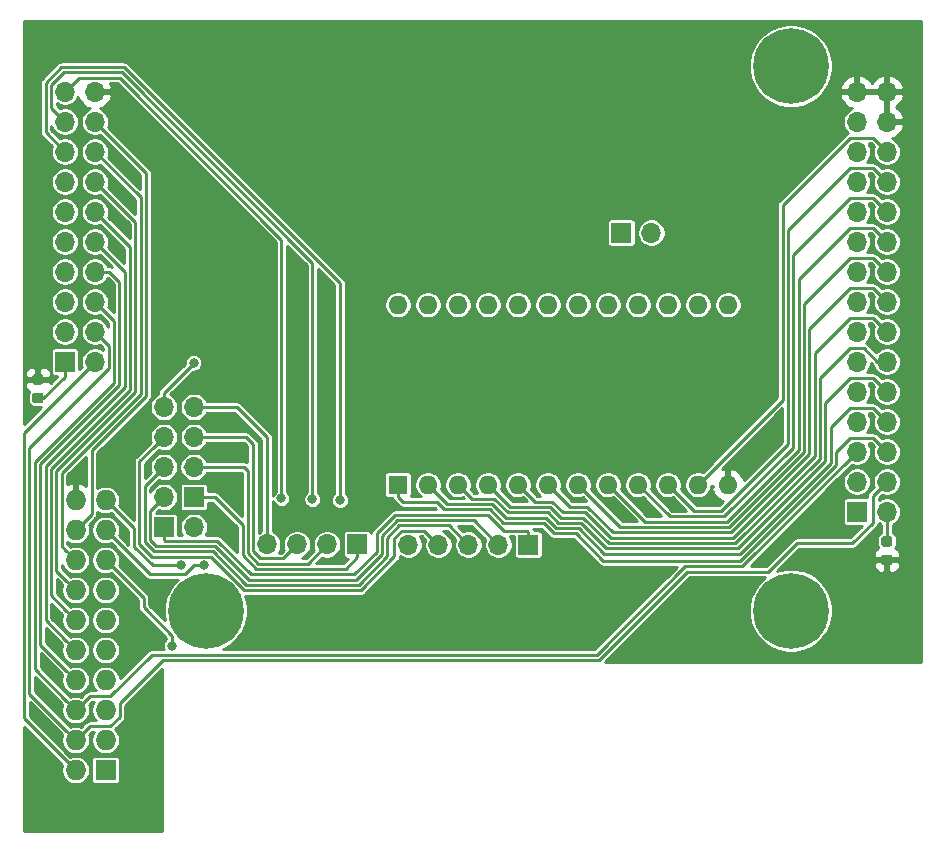
<source format=gbr>
G04 #@! TF.GenerationSoftware,KiCad,Pcbnew,5.1.5+dfsg1-2build2*
G04 #@! TF.CreationDate,2021-08-24T22:34:42-04:00*
G04 #@! TF.ProjectId,U1MB600XL,55314d42-3630-4305-984c-2e6b69636164,1*
G04 #@! TF.SameCoordinates,Original*
G04 #@! TF.FileFunction,Copper,L2,Bot*
G04 #@! TF.FilePolarity,Positive*
%FSLAX46Y46*%
G04 Gerber Fmt 4.6, Leading zero omitted, Abs format (unit mm)*
G04 Created by KiCad (PCBNEW 5.1.5+dfsg1-2build2) date 2021-08-24 22:34:42*
%MOMM*%
%LPD*%
G04 APERTURE LIST*
%ADD10C,0.100000*%
%ADD11R,1.600000X1.600000*%
%ADD12O,1.600000X1.600000*%
%ADD13O,1.700000X1.700000*%
%ADD14R,1.700000X1.700000*%
%ADD15C,6.400000*%
%ADD16O,1.727200X1.727200*%
%ADD17R,1.727200X1.727200*%
%ADD18C,0.800000*%
%ADD19C,0.250000*%
%ADD20C,0.254000*%
G04 APERTURE END LIST*
G04 #@! TA.AperFunction,SMDPad,CuDef*
D10*
G36*
X182141691Y-98344053D02*
G01*
X182162926Y-98347203D01*
X182183750Y-98352419D01*
X182203962Y-98359651D01*
X182223368Y-98368830D01*
X182241781Y-98379866D01*
X182259024Y-98392654D01*
X182274930Y-98407070D01*
X182289346Y-98422976D01*
X182302134Y-98440219D01*
X182313170Y-98458632D01*
X182322349Y-98478038D01*
X182329581Y-98498250D01*
X182334797Y-98519074D01*
X182337947Y-98540309D01*
X182339000Y-98561750D01*
X182339000Y-98999250D01*
X182337947Y-99020691D01*
X182334797Y-99041926D01*
X182329581Y-99062750D01*
X182322349Y-99082962D01*
X182313170Y-99102368D01*
X182302134Y-99120781D01*
X182289346Y-99138024D01*
X182274930Y-99153930D01*
X182259024Y-99168346D01*
X182241781Y-99181134D01*
X182223368Y-99192170D01*
X182203962Y-99201349D01*
X182183750Y-99208581D01*
X182162926Y-99213797D01*
X182141691Y-99216947D01*
X182120250Y-99218000D01*
X181607750Y-99218000D01*
X181586309Y-99216947D01*
X181565074Y-99213797D01*
X181544250Y-99208581D01*
X181524038Y-99201349D01*
X181504632Y-99192170D01*
X181486219Y-99181134D01*
X181468976Y-99168346D01*
X181453070Y-99153930D01*
X181438654Y-99138024D01*
X181425866Y-99120781D01*
X181414830Y-99102368D01*
X181405651Y-99082962D01*
X181398419Y-99062750D01*
X181393203Y-99041926D01*
X181390053Y-99020691D01*
X181389000Y-98999250D01*
X181389000Y-98561750D01*
X181390053Y-98540309D01*
X181393203Y-98519074D01*
X181398419Y-98498250D01*
X181405651Y-98478038D01*
X181414830Y-98458632D01*
X181425866Y-98440219D01*
X181438654Y-98422976D01*
X181453070Y-98407070D01*
X181468976Y-98392654D01*
X181486219Y-98379866D01*
X181504632Y-98368830D01*
X181524038Y-98359651D01*
X181544250Y-98352419D01*
X181565074Y-98347203D01*
X181586309Y-98344053D01*
X181607750Y-98343000D01*
X182120250Y-98343000D01*
X182141691Y-98344053D01*
G37*
G04 #@! TD.AperFunction*
G04 #@! TA.AperFunction,SMDPad,CuDef*
G36*
X182141691Y-99919053D02*
G01*
X182162926Y-99922203D01*
X182183750Y-99927419D01*
X182203962Y-99934651D01*
X182223368Y-99943830D01*
X182241781Y-99954866D01*
X182259024Y-99967654D01*
X182274930Y-99982070D01*
X182289346Y-99997976D01*
X182302134Y-100015219D01*
X182313170Y-100033632D01*
X182322349Y-100053038D01*
X182329581Y-100073250D01*
X182334797Y-100094074D01*
X182337947Y-100115309D01*
X182339000Y-100136750D01*
X182339000Y-100574250D01*
X182337947Y-100595691D01*
X182334797Y-100616926D01*
X182329581Y-100637750D01*
X182322349Y-100657962D01*
X182313170Y-100677368D01*
X182302134Y-100695781D01*
X182289346Y-100713024D01*
X182274930Y-100728930D01*
X182259024Y-100743346D01*
X182241781Y-100756134D01*
X182223368Y-100767170D01*
X182203962Y-100776349D01*
X182183750Y-100783581D01*
X182162926Y-100788797D01*
X182141691Y-100791947D01*
X182120250Y-100793000D01*
X181607750Y-100793000D01*
X181586309Y-100791947D01*
X181565074Y-100788797D01*
X181544250Y-100783581D01*
X181524038Y-100776349D01*
X181504632Y-100767170D01*
X181486219Y-100756134D01*
X181468976Y-100743346D01*
X181453070Y-100728930D01*
X181438654Y-100713024D01*
X181425866Y-100695781D01*
X181414830Y-100677368D01*
X181405651Y-100657962D01*
X181398419Y-100637750D01*
X181393203Y-100616926D01*
X181390053Y-100595691D01*
X181389000Y-100574250D01*
X181389000Y-100136750D01*
X181390053Y-100115309D01*
X181393203Y-100094074D01*
X181398419Y-100073250D01*
X181405651Y-100053038D01*
X181414830Y-100033632D01*
X181425866Y-100015219D01*
X181438654Y-99997976D01*
X181453070Y-99982070D01*
X181468976Y-99967654D01*
X181486219Y-99954866D01*
X181504632Y-99943830D01*
X181524038Y-99934651D01*
X181544250Y-99927419D01*
X181565074Y-99922203D01*
X181586309Y-99919053D01*
X181607750Y-99918000D01*
X182120250Y-99918000D01*
X182141691Y-99919053D01*
G37*
G04 #@! TD.AperFunction*
G04 #@! TA.AperFunction,SMDPad,CuDef*
G36*
X110259691Y-86203053D02*
G01*
X110280926Y-86206203D01*
X110301750Y-86211419D01*
X110321962Y-86218651D01*
X110341368Y-86227830D01*
X110359781Y-86238866D01*
X110377024Y-86251654D01*
X110392930Y-86266070D01*
X110407346Y-86281976D01*
X110420134Y-86299219D01*
X110431170Y-86317632D01*
X110440349Y-86337038D01*
X110447581Y-86357250D01*
X110452797Y-86378074D01*
X110455947Y-86399309D01*
X110457000Y-86420750D01*
X110457000Y-86858250D01*
X110455947Y-86879691D01*
X110452797Y-86900926D01*
X110447581Y-86921750D01*
X110440349Y-86941962D01*
X110431170Y-86961368D01*
X110420134Y-86979781D01*
X110407346Y-86997024D01*
X110392930Y-87012930D01*
X110377024Y-87027346D01*
X110359781Y-87040134D01*
X110341368Y-87051170D01*
X110321962Y-87060349D01*
X110301750Y-87067581D01*
X110280926Y-87072797D01*
X110259691Y-87075947D01*
X110238250Y-87077000D01*
X109725750Y-87077000D01*
X109704309Y-87075947D01*
X109683074Y-87072797D01*
X109662250Y-87067581D01*
X109642038Y-87060349D01*
X109622632Y-87051170D01*
X109604219Y-87040134D01*
X109586976Y-87027346D01*
X109571070Y-87012930D01*
X109556654Y-86997024D01*
X109543866Y-86979781D01*
X109532830Y-86961368D01*
X109523651Y-86941962D01*
X109516419Y-86921750D01*
X109511203Y-86900926D01*
X109508053Y-86879691D01*
X109507000Y-86858250D01*
X109507000Y-86420750D01*
X109508053Y-86399309D01*
X109511203Y-86378074D01*
X109516419Y-86357250D01*
X109523651Y-86337038D01*
X109532830Y-86317632D01*
X109543866Y-86299219D01*
X109556654Y-86281976D01*
X109571070Y-86266070D01*
X109586976Y-86251654D01*
X109604219Y-86238866D01*
X109622632Y-86227830D01*
X109642038Y-86218651D01*
X109662250Y-86211419D01*
X109683074Y-86206203D01*
X109704309Y-86203053D01*
X109725750Y-86202000D01*
X110238250Y-86202000D01*
X110259691Y-86203053D01*
G37*
G04 #@! TD.AperFunction*
G04 #@! TA.AperFunction,SMDPad,CuDef*
G36*
X110259691Y-84628053D02*
G01*
X110280926Y-84631203D01*
X110301750Y-84636419D01*
X110321962Y-84643651D01*
X110341368Y-84652830D01*
X110359781Y-84663866D01*
X110377024Y-84676654D01*
X110392930Y-84691070D01*
X110407346Y-84706976D01*
X110420134Y-84724219D01*
X110431170Y-84742632D01*
X110440349Y-84762038D01*
X110447581Y-84782250D01*
X110452797Y-84803074D01*
X110455947Y-84824309D01*
X110457000Y-84845750D01*
X110457000Y-85283250D01*
X110455947Y-85304691D01*
X110452797Y-85325926D01*
X110447581Y-85346750D01*
X110440349Y-85366962D01*
X110431170Y-85386368D01*
X110420134Y-85404781D01*
X110407346Y-85422024D01*
X110392930Y-85437930D01*
X110377024Y-85452346D01*
X110359781Y-85465134D01*
X110341368Y-85476170D01*
X110321962Y-85485349D01*
X110301750Y-85492581D01*
X110280926Y-85497797D01*
X110259691Y-85500947D01*
X110238250Y-85502000D01*
X109725750Y-85502000D01*
X109704309Y-85500947D01*
X109683074Y-85497797D01*
X109662250Y-85492581D01*
X109642038Y-85485349D01*
X109622632Y-85476170D01*
X109604219Y-85465134D01*
X109586976Y-85452346D01*
X109571070Y-85437930D01*
X109556654Y-85422024D01*
X109543866Y-85404781D01*
X109532830Y-85386368D01*
X109523651Y-85366962D01*
X109516419Y-85346750D01*
X109511203Y-85325926D01*
X109508053Y-85304691D01*
X109507000Y-85283250D01*
X109507000Y-84845750D01*
X109508053Y-84824309D01*
X109511203Y-84803074D01*
X109516419Y-84782250D01*
X109523651Y-84762038D01*
X109532830Y-84742632D01*
X109543866Y-84724219D01*
X109556654Y-84706976D01*
X109571070Y-84691070D01*
X109586976Y-84676654D01*
X109604219Y-84663866D01*
X109622632Y-84652830D01*
X109642038Y-84643651D01*
X109662250Y-84636419D01*
X109683074Y-84631203D01*
X109704309Y-84628053D01*
X109725750Y-84627000D01*
X110238250Y-84627000D01*
X110259691Y-84628053D01*
G37*
G04 #@! TD.AperFunction*
D11*
X140462000Y-93980000D03*
D12*
X143002000Y-93980000D03*
X145542000Y-93980000D03*
X148082000Y-93980000D03*
X150622000Y-93980000D03*
X153162000Y-93980000D03*
X155702000Y-93980000D03*
X158242000Y-93980000D03*
X160782000Y-93980000D03*
X163322000Y-93980000D03*
X165862000Y-93980000D03*
X168402000Y-93980000D03*
X168402000Y-78740000D03*
X165862000Y-78740000D03*
X163322000Y-78740000D03*
X160782000Y-78740000D03*
X158242000Y-78740000D03*
X155702000Y-78740000D03*
X153162000Y-78740000D03*
X150622000Y-78740000D03*
X148082000Y-78740000D03*
X145542000Y-78740000D03*
X143002000Y-78740000D03*
X140462000Y-78740000D03*
D13*
X129387600Y-99034600D03*
X131927600Y-99034600D03*
X134467600Y-99034600D03*
D14*
X137007600Y-99034600D03*
D13*
X141351000Y-99060000D03*
X143891000Y-99060000D03*
X146431000Y-99060000D03*
X148971000Y-99060000D03*
D14*
X151511000Y-99060000D03*
X120650000Y-97561400D03*
D13*
X123190000Y-97561400D03*
X120650000Y-95021400D03*
D14*
X123190000Y-95021400D03*
D13*
X120650000Y-92481400D03*
X123190000Y-92481400D03*
X120650000Y-89941400D03*
X123190000Y-89941400D03*
X120650000Y-87401400D03*
X123190000Y-87401400D03*
D15*
X173736000Y-58547000D03*
X173736000Y-104648000D03*
X124206000Y-104648000D03*
D16*
X113182400Y-95275400D03*
X115722400Y-95275400D03*
X113182400Y-97815400D03*
X115722400Y-97815400D03*
X113182400Y-100355400D03*
X115722400Y-100355400D03*
X113182400Y-102895400D03*
X115722400Y-102895400D03*
X113182400Y-105435400D03*
X115722400Y-105435400D03*
X113182400Y-107975400D03*
X115722400Y-107975400D03*
X113182400Y-110515400D03*
X115722400Y-110515400D03*
X113182400Y-113055400D03*
X115722400Y-113055400D03*
X113182400Y-115595400D03*
X115722400Y-115595400D03*
X113182400Y-118135400D03*
D17*
X115722400Y-118135400D03*
D13*
X181864000Y-60706000D03*
X179324000Y-60706000D03*
X181864000Y-63246000D03*
X179324000Y-63246000D03*
X181864000Y-65786000D03*
X179324000Y-65786000D03*
X181864000Y-68326000D03*
X179324000Y-68326000D03*
X181864000Y-70866000D03*
X179324000Y-70866000D03*
X181864000Y-73406000D03*
X179324000Y-73406000D03*
X181864000Y-75946000D03*
X179324000Y-75946000D03*
X181864000Y-78486000D03*
X179324000Y-78486000D03*
X181864000Y-81026000D03*
X179324000Y-81026000D03*
X181864000Y-83566000D03*
X179324000Y-83566000D03*
X181864000Y-86106000D03*
X179324000Y-86106000D03*
X181864000Y-88646000D03*
X179324000Y-88646000D03*
X181864000Y-91186000D03*
X179324000Y-91186000D03*
X181864000Y-93726000D03*
X179324000Y-93726000D03*
X181864000Y-96266000D03*
D14*
X179324000Y-96266000D03*
D13*
X114808000Y-60706000D03*
X112268000Y-60706000D03*
X114808000Y-63246000D03*
X112268000Y-63246000D03*
X114808000Y-65786000D03*
X112268000Y-65786000D03*
X114808000Y-68326000D03*
X112268000Y-68326000D03*
X114808000Y-70866000D03*
X112268000Y-70866000D03*
X114808000Y-73406000D03*
X112268000Y-73406000D03*
X114808000Y-75946000D03*
X112268000Y-75946000D03*
X114808000Y-78486000D03*
X112268000Y-78486000D03*
X114808000Y-81026000D03*
X112268000Y-81026000D03*
X114808000Y-83566000D03*
D14*
X112268000Y-83566000D03*
D13*
X161925000Y-72644000D03*
D14*
X159385000Y-72644000D03*
D18*
X119176800Y-121945400D03*
X109575600Y-121945400D03*
X150291800Y-106222800D03*
X135661400Y-106222800D03*
X109677200Y-55880000D03*
X117881400Y-55880000D03*
X117779800Y-107188000D03*
X118313200Y-88493600D03*
X126466600Y-94310200D03*
X126187200Y-98171000D03*
X110490000Y-111607600D03*
X117119400Y-91719400D03*
X115417600Y-93497400D03*
X128346200Y-104673400D03*
X170688000Y-71755000D03*
X120777000Y-75692000D03*
X130606800Y-95148400D03*
X122128764Y-100811430D03*
X133223000Y-95224600D03*
X124090964Y-100811430D03*
X135559800Y-95300800D03*
X121335800Y-107645200D03*
X123164600Y-83667600D03*
D19*
X180526081Y-60706000D02*
X181864000Y-60706000D01*
X179324000Y-60706000D02*
X180526081Y-60706000D01*
X181864000Y-62043919D02*
X181864000Y-60706000D01*
X181864000Y-63246000D02*
X181864000Y-62043919D01*
X130606800Y-73228200D02*
X130606800Y-95148400D01*
X116909599Y-59530999D02*
X130606800Y-73228200D01*
X113443001Y-59530999D02*
X116909599Y-59530999D01*
X112268000Y-60706000D02*
X113443001Y-59530999D01*
X119705798Y-100811430D02*
X118124970Y-99230602D01*
X122128764Y-100811430D02*
X119705798Y-100811430D01*
X118124970Y-97677970D02*
X115722400Y-95275400D01*
X118124970Y-99230602D02*
X118124970Y-97677970D01*
X114808000Y-63246000D02*
X119133064Y-67571064D01*
X119133064Y-67571064D02*
X119133064Y-86482756D01*
X114045999Y-96951801D02*
X113182400Y-97815400D01*
X114533799Y-96464001D02*
X114045999Y-96951801D01*
X114533799Y-91082021D02*
X114533799Y-96464001D01*
X119133064Y-86482756D02*
X114533799Y-91082021D01*
X133223000Y-79921998D02*
X133223000Y-95224600D01*
X133223000Y-75207990D02*
X133223000Y-79921998D01*
X117096000Y-59080990D02*
X133223000Y-75207990D01*
X112154009Y-59080989D02*
X117096000Y-59080990D01*
X111092999Y-62070999D02*
X111092999Y-60141999D01*
X111092999Y-60141999D02*
X112154009Y-59080989D01*
X112268000Y-63246000D02*
X111092999Y-62070999D01*
X116585999Y-98678999D02*
X115722400Y-97815400D01*
X119443431Y-101536431D02*
X116585999Y-98678999D01*
X122476765Y-101536431D02*
X119443431Y-101536431D01*
X123201766Y-100811430D02*
X122476765Y-101536431D01*
X124090964Y-100811430D02*
X123201766Y-100811430D01*
X114808000Y-65786000D02*
X118683055Y-69661055D01*
X118683055Y-69661055D02*
X118683055Y-86296355D01*
X112318801Y-99491801D02*
X113182400Y-100355400D01*
X111993799Y-99166799D02*
X112318801Y-99491801D01*
X111993799Y-92985611D02*
X111993799Y-99166799D01*
X118683055Y-86296355D02*
X111993799Y-92985611D01*
X135559800Y-82258798D02*
X135559800Y-95300800D01*
X135559800Y-76908380D02*
X135559800Y-82258798D01*
X111967610Y-58630980D02*
X117282401Y-58630981D01*
X110642990Y-59955598D02*
X111967610Y-58630980D01*
X117282401Y-58630981D02*
X135559800Y-76908380D01*
X110642990Y-64160990D02*
X110642990Y-59955598D01*
X112268000Y-65786000D02*
X110642990Y-64160990D01*
X121335800Y-106749670D02*
X118948200Y-104362070D01*
X121335800Y-107645200D02*
X121335800Y-106749670D01*
X118948200Y-103581200D02*
X115722400Y-100355400D01*
X118948200Y-104362070D02*
X118948200Y-103581200D01*
X118233046Y-71751046D02*
X118233046Y-86109954D01*
X114808000Y-68326000D02*
X118233046Y-71751046D01*
X112318801Y-102031801D02*
X113182400Y-102895400D01*
X111543789Y-101256789D02*
X112318801Y-102031801D01*
X111543789Y-92799211D02*
X111543789Y-101256789D01*
X118233046Y-86109954D02*
X111543789Y-92799211D01*
X112318801Y-104571801D02*
X113182400Y-105435400D01*
X111093779Y-103346779D02*
X112318801Y-104571801D01*
X111093779Y-92612811D02*
X111093779Y-103346779D01*
X117783037Y-85923553D02*
X111093779Y-92612811D01*
X117783037Y-73841037D02*
X117783037Y-85923553D01*
X114808000Y-70866000D02*
X117783037Y-73841037D01*
X112318801Y-107111801D02*
X113182400Y-107975400D01*
X110643769Y-105436769D02*
X112318801Y-107111801D01*
X110643769Y-92426411D02*
X110643769Y-105436769D01*
X117333028Y-85737152D02*
X110643769Y-92426411D01*
X117333028Y-75931028D02*
X117333028Y-85737152D01*
X114808000Y-73406000D02*
X117333028Y-75931028D01*
X110193759Y-107526759D02*
X112318801Y-109651801D01*
X110193759Y-92240011D02*
X110193759Y-107526759D01*
X116883019Y-85550751D02*
X110193759Y-92240011D01*
X116883020Y-76818939D02*
X116883019Y-85550751D01*
X116010081Y-75946000D02*
X116883020Y-76818939D01*
X112318801Y-109651801D02*
X113182400Y-110515400D01*
X114808000Y-75946000D02*
X116010081Y-75946000D01*
X112318801Y-112191801D02*
X113182400Y-113055400D01*
X109743749Y-109616749D02*
X112318801Y-112191801D01*
X116433010Y-85364350D02*
X109743749Y-92053611D01*
X116433010Y-80111010D02*
X116433010Y-85364350D01*
X109743749Y-92053611D02*
X109743749Y-109616749D01*
X114808000Y-78486000D02*
X116433010Y-80111010D01*
X114045999Y-112191801D02*
X113182400Y-113055400D01*
X114371001Y-111866799D02*
X114045999Y-112191801D01*
X119607940Y-108388990D02*
X116130131Y-111866799D01*
X157293600Y-108388990D02*
X119607940Y-108388990D01*
X116130131Y-111866799D02*
X114371001Y-111866799D01*
X164786600Y-100895990D02*
X157293600Y-108388990D01*
X169614010Y-100895990D02*
X164786600Y-100895990D01*
X179324000Y-91186000D02*
X169614010Y-100895990D01*
X114808000Y-81026000D02*
X115983001Y-82201001D01*
X115983001Y-82201001D02*
X115983001Y-84130001D01*
X109258020Y-111671020D02*
X112318801Y-114731801D01*
X112318801Y-114731801D02*
X113182400Y-115595400D01*
X109258020Y-90854982D02*
X109258020Y-111671020D01*
X115983001Y-84130001D02*
X109258020Y-90854982D01*
X181864000Y-93726000D02*
X180688999Y-94901001D01*
X116911001Y-112484871D02*
X116911001Y-113625929D01*
X114045999Y-114731801D02*
X113182400Y-115595400D01*
X180688999Y-94901001D02*
X180688999Y-97186003D01*
X120556872Y-108839000D02*
X116911001Y-112484871D01*
X180688999Y-97186003D02*
X178942002Y-98933000D01*
X116130131Y-114406799D02*
X114371001Y-114406799D01*
X174233998Y-98933000D02*
X171820998Y-101346000D01*
X171820998Y-101346000D02*
X164973000Y-101346000D01*
X178942002Y-98933000D02*
X174233998Y-98933000D01*
X164973000Y-101346000D02*
X157480000Y-108839000D01*
X157480000Y-108839000D02*
X120556872Y-108839000D01*
X116911001Y-113625929D02*
X116130131Y-114406799D01*
X114371001Y-114406799D02*
X114045999Y-114731801D01*
X114808000Y-83566000D02*
X108808010Y-89565990D01*
X108808010Y-113761010D02*
X113182400Y-118135400D01*
X108808010Y-89565990D02*
X108808010Y-113761010D01*
X110457000Y-86639500D02*
X109982000Y-86639500D01*
X112268000Y-84828500D02*
X110457000Y-86639500D01*
X112268000Y-83566000D02*
X112268000Y-84828500D01*
X181864000Y-97468081D02*
X181864000Y-98780500D01*
X181864000Y-96266000D02*
X181864000Y-97468081D01*
X180688999Y-64610999D02*
X181864000Y-65786000D01*
X178759999Y-64610999D02*
X180688999Y-64610999D01*
X173045900Y-70325098D02*
X178759999Y-64610999D01*
X173045900Y-86796100D02*
X173045900Y-70325098D01*
X165862000Y-93980000D02*
X173045900Y-86796100D01*
X178759999Y-67150999D02*
X173495910Y-72415088D01*
X180688999Y-67150999D02*
X178759999Y-67150999D01*
X181864000Y-68326000D02*
X180688999Y-67150999D01*
X173495910Y-90551092D02*
X167825082Y-96221920D01*
X173495910Y-72415088D02*
X173495910Y-90551092D01*
X165563920Y-96221920D02*
X163322000Y-93980000D01*
X167825082Y-96221920D02*
X165563920Y-96221920D01*
X178759999Y-69690999D02*
X173945920Y-74505078D01*
X180688999Y-69690999D02*
X178759999Y-69690999D01*
X181864000Y-70866000D02*
X180688999Y-69690999D01*
X173945920Y-74505078D02*
X173945920Y-90836390D01*
X173945920Y-90836390D02*
X168110380Y-96671930D01*
X163473930Y-96671930D02*
X160782000Y-93980000D01*
X168110380Y-96671930D02*
X163473930Y-96671930D01*
X178759999Y-74770999D02*
X174845940Y-78685058D01*
X180688999Y-74770999D02*
X178759999Y-74770999D01*
X181864000Y-75946000D02*
X180688999Y-74770999D01*
X174845940Y-78685058D02*
X174845940Y-91209190D01*
X174845940Y-91209190D02*
X168483180Y-97571950D01*
X159293950Y-97571950D02*
X155702000Y-93980000D01*
X168483180Y-97571950D02*
X159293950Y-97571950D01*
X178759999Y-77310999D02*
X175295950Y-80775048D01*
X180688999Y-77310999D02*
X178759999Y-77310999D01*
X181864000Y-78486000D02*
X180688999Y-77310999D01*
X175295950Y-91395590D02*
X168669580Y-98021960D01*
X175295950Y-80775048D02*
X175295950Y-91395590D01*
X168669580Y-98021960D02*
X158677160Y-98021960D01*
X158677160Y-98021960D02*
X156514800Y-95859600D01*
X155041600Y-95859600D02*
X153162000Y-93980000D01*
X156514800Y-95859600D02*
X155041600Y-95859600D01*
X178759999Y-79850999D02*
X175745960Y-82865038D01*
X180688999Y-79850999D02*
X178759999Y-79850999D01*
X181864000Y-81026000D02*
X180688999Y-79850999D01*
X175745960Y-82865038D02*
X175745960Y-91581990D01*
X175745960Y-91581990D02*
X168855980Y-98471970D01*
X168855980Y-98471970D02*
X158490759Y-98471969D01*
X156328400Y-96309610D02*
X154424810Y-96309610D01*
X158490759Y-98471969D02*
X156328400Y-96309610D01*
X154424810Y-96309610D02*
X153543000Y-95427800D01*
X152069800Y-95427800D02*
X150622000Y-93980000D01*
X153543000Y-95427800D02*
X152069800Y-95427800D01*
X148881999Y-94779999D02*
X148082000Y-93980000D01*
X149979810Y-95877810D02*
X148881999Y-94779999D01*
X153356600Y-95877810D02*
X149979810Y-95877810D01*
X156142000Y-96759620D02*
X154238409Y-96759619D01*
X154238409Y-96759619D02*
X153356600Y-95877810D01*
X169042379Y-98921979D02*
X158304358Y-98921978D01*
X176195970Y-91768390D02*
X169042379Y-98921979D01*
X176195970Y-84955028D02*
X176195970Y-91768390D01*
X158304358Y-98921978D02*
X156142000Y-96759620D01*
X179888001Y-82390999D02*
X178759999Y-82390999D01*
X181063002Y-83566000D02*
X179888001Y-82390999D01*
X178759999Y-82390999D02*
X176195970Y-84955028D01*
X181864000Y-83566000D02*
X181063002Y-83566000D01*
X178759999Y-84930999D02*
X176645980Y-87045018D01*
X180688999Y-84930999D02*
X178759999Y-84930999D01*
X181864000Y-86106000D02*
X180688999Y-84930999D01*
X176645980Y-87045018D02*
X176645980Y-91954790D01*
X176645980Y-91954790D02*
X169228780Y-99371990D01*
X158553988Y-99371988D02*
X158117957Y-99371987D01*
X158553990Y-99371990D02*
X158553988Y-99371988D01*
X169228780Y-99371990D02*
X158553990Y-99371990D01*
X155955599Y-97209629D02*
X154052008Y-97209628D01*
X158117957Y-99371987D02*
X155955599Y-97209629D01*
X153170200Y-96327820D02*
X149793409Y-96327819D01*
X154052008Y-97209628D02*
X153170200Y-96327820D01*
X149793409Y-96327819D02*
X148639390Y-95173800D01*
X146735800Y-95173800D02*
X145542000Y-93980000D01*
X148639390Y-95173800D02*
X146735800Y-95173800D01*
X178759999Y-87470999D02*
X177095990Y-89135008D01*
X180688999Y-87470999D02*
X178759999Y-87470999D01*
X181864000Y-88646000D02*
X180688999Y-87470999D01*
X177095990Y-89135008D02*
X177095990Y-92141190D01*
X177095990Y-92141190D02*
X169415180Y-99822000D01*
X158343597Y-99821997D02*
X157931556Y-99821996D01*
X158343600Y-99822000D02*
X158343597Y-99821997D01*
X169415180Y-99822000D02*
X158343600Y-99822000D01*
X155769198Y-97659638D02*
X153865607Y-97659637D01*
X157931556Y-99821996D02*
X155769198Y-97659638D01*
X149584429Y-96777829D02*
X148430410Y-95623810D01*
X152983799Y-96777829D02*
X149584429Y-96777829D01*
X153865607Y-97659637D02*
X152983799Y-96777829D01*
X144645810Y-95623810D02*
X143002000Y-93980000D01*
X148430410Y-95623810D02*
X144645810Y-95623810D01*
X177546000Y-91224998D02*
X177546000Y-92327590D01*
X178759999Y-90010999D02*
X177546000Y-91224998D01*
X180688999Y-90010999D02*
X178759999Y-90010999D01*
X181864000Y-91186000D02*
X180688999Y-90010999D01*
X177546000Y-92327590D02*
X169427610Y-100445980D01*
X169427610Y-100445980D02*
X157857008Y-100445980D01*
X155520675Y-98109647D02*
X153679206Y-98109646D01*
X157857008Y-100445980D02*
X155520675Y-98109647D01*
X152797399Y-97227839D02*
X149398028Y-97227838D01*
X153679206Y-98109646D02*
X152797399Y-97227839D01*
X148244010Y-96073820D02*
X144384620Y-96073820D01*
X149398028Y-97227838D02*
X148244010Y-96073820D01*
X144384620Y-96073820D02*
X143764000Y-95453200D01*
X143764000Y-95453200D02*
X140885200Y-95453200D01*
X140462000Y-95030000D02*
X140462000Y-93980000D01*
X140885200Y-95453200D02*
X140462000Y-95030000D01*
X178759999Y-72230999D02*
X174395930Y-76595068D01*
X168296780Y-97121940D02*
X161383940Y-97121940D01*
X161383940Y-97121940D02*
X158242000Y-93980000D01*
X174395930Y-91022790D02*
X168296780Y-97121940D01*
X174395930Y-76595068D02*
X174395930Y-91022790D01*
X181864000Y-73406000D02*
X180688999Y-72230999D01*
X180688999Y-72230999D02*
X178759999Y-72230999D01*
X123190000Y-92456000D02*
X122389002Y-92456000D01*
X127457200Y-92481400D02*
X123190000Y-92481400D01*
X127762590Y-92786790D02*
X127457200Y-92481400D01*
X127762590Y-99785002D02*
X127762590Y-92786790D01*
X132842589Y-100659611D02*
X128637199Y-100659611D01*
X128637199Y-100659611D02*
X127762590Y-99785002D01*
X134467600Y-99034600D02*
X132842589Y-100659611D01*
X136032579Y-101109621D02*
X137007600Y-100134600D01*
X128450799Y-101109621D02*
X136032579Y-101109621D01*
X127312581Y-99971403D02*
X128450799Y-101109621D01*
X137007600Y-100134600D02*
X137007600Y-99034600D01*
X127312581Y-97379579D02*
X127312581Y-99971403D01*
X124954402Y-95021400D02*
X123190000Y-95021400D01*
X127312581Y-97379579D02*
X124954402Y-95021400D01*
X127609600Y-89941400D02*
X123190000Y-89941400D01*
X128212599Y-99598601D02*
X128212599Y-90544399D01*
X128823599Y-100209601D02*
X128212599Y-99598601D01*
X130752599Y-100209601D02*
X128823599Y-100209601D01*
X128212599Y-90544399D02*
X127609600Y-89941400D01*
X131927600Y-99034600D02*
X130752599Y-100209601D01*
X126822200Y-87401400D02*
X123190000Y-87401400D01*
X129387600Y-89966800D02*
X126822200Y-87401400D01*
X129387600Y-99034600D02*
X129387600Y-89966800D01*
X120650000Y-86182200D02*
X120650000Y-87401400D01*
X123164600Y-83667600D02*
X120650000Y-86182200D01*
X143041001Y-98210001D02*
X143891000Y-99060000D01*
X140786999Y-97884999D02*
X142715999Y-97884999D01*
X140175999Y-98495999D02*
X140786999Y-97884999D01*
X142715999Y-97884999D02*
X143041001Y-98210001D01*
X140175999Y-100060433D02*
X140175999Y-98495999D01*
X137315632Y-102920800D02*
X140175999Y-100060433D01*
X127466569Y-102920800D02*
X129311400Y-102920800D01*
X129311400Y-102920800D02*
X137315632Y-102920800D01*
X129311400Y-102920800D02*
X129540000Y-102920800D01*
X119800001Y-90791399D02*
X120650000Y-89941400D01*
X118574980Y-92016420D02*
X119800001Y-90791399D01*
X118574980Y-99044202D02*
X118574980Y-92016420D01*
X119617208Y-100086430D02*
X118574980Y-99044202D01*
X124632199Y-100086430D02*
X119617208Y-100086430D01*
X127466569Y-102920800D02*
X124632199Y-100086430D01*
X119800001Y-93331399D02*
X120650000Y-92481400D01*
X119024990Y-94106410D02*
X119800001Y-93331399D01*
X119803609Y-99636421D02*
X119024990Y-98857802D01*
X124818600Y-99636420D02*
X119803609Y-99636421D01*
X127641829Y-102459649D02*
X124818600Y-99636420D01*
X139558619Y-100041403D02*
X137140374Y-102459648D01*
X139558619Y-98476969D02*
X139558619Y-100041403D01*
X140600599Y-97434989D02*
X139558619Y-98476969D01*
X119024990Y-98857802D02*
X119024990Y-94106410D01*
X144805989Y-97434989D02*
X140600599Y-97434989D01*
X137140374Y-102459648D02*
X127641829Y-102459649D01*
X146431000Y-99060000D02*
X144805989Y-97434989D01*
X119800001Y-95871399D02*
X120650000Y-95021400D01*
X119475000Y-96196400D02*
X119800001Y-95871399D01*
X119475000Y-98671402D02*
X119475000Y-96196400D01*
X119990009Y-99186411D02*
X119475000Y-98671402D01*
X125004999Y-99186411D02*
X119990009Y-99186411D01*
X136953973Y-102009639D02*
X127828228Y-102009640D01*
X140414199Y-96984979D02*
X139108610Y-98290568D01*
X127828228Y-102009640D02*
X125004999Y-99186411D01*
X139108609Y-99855003D02*
X136953973Y-102009639D01*
X139108610Y-98290568D02*
X139108609Y-99855003D01*
X146895979Y-96984979D02*
X140414199Y-96984979D01*
X148971000Y-99060000D02*
X146895979Y-96984979D01*
X136767572Y-101559630D02*
X138658600Y-99668602D01*
X128014628Y-101559630D02*
X136767572Y-101559630D01*
X138658601Y-98104167D02*
X140227799Y-96534969D01*
X138658600Y-99668602D02*
X138658601Y-98104167D01*
X151511000Y-97960000D02*
X151511000Y-99060000D01*
X151435999Y-97884999D02*
X151511000Y-97960000D01*
X149418779Y-97884999D02*
X151435999Y-97884999D01*
X148068749Y-96534969D02*
X149418779Y-97884999D01*
X140227799Y-96534969D02*
X148068749Y-96534969D01*
X120650000Y-98661400D02*
X120650000Y-97561400D01*
X120725001Y-98736401D02*
X120650000Y-98661400D01*
X125191399Y-98736401D02*
X120725001Y-98736401D01*
X128014628Y-101559630D02*
X125191399Y-98736401D01*
D20*
G36*
X120522000Y-123316000D02*
G01*
X108840000Y-123316000D01*
X108840000Y-114474650D01*
X112048542Y-117683193D01*
X112008707Y-117779364D01*
X111961800Y-118015181D01*
X111961800Y-118255619D01*
X112008707Y-118491436D01*
X112100718Y-118713571D01*
X112234298Y-118913487D01*
X112404313Y-119083502D01*
X112604229Y-119217082D01*
X112826364Y-119309093D01*
X113062181Y-119356000D01*
X113302619Y-119356000D01*
X113538436Y-119309093D01*
X113760571Y-119217082D01*
X113960487Y-119083502D01*
X114130502Y-118913487D01*
X114264082Y-118713571D01*
X114356093Y-118491436D01*
X114403000Y-118255619D01*
X114403000Y-118015181D01*
X114356093Y-117779364D01*
X114264082Y-117557229D01*
X114130502Y-117357313D01*
X114044989Y-117271800D01*
X114500073Y-117271800D01*
X114500073Y-118999000D01*
X114506966Y-119068984D01*
X114527379Y-119136279D01*
X114560529Y-119198298D01*
X114605142Y-119252658D01*
X114659502Y-119297271D01*
X114721521Y-119330421D01*
X114788816Y-119350834D01*
X114858800Y-119357727D01*
X116586000Y-119357727D01*
X116655984Y-119350834D01*
X116723279Y-119330421D01*
X116785298Y-119297271D01*
X116839658Y-119252658D01*
X116884271Y-119198298D01*
X116917421Y-119136279D01*
X116937834Y-119068984D01*
X116944727Y-118999000D01*
X116944727Y-117271800D01*
X116937834Y-117201816D01*
X116917421Y-117134521D01*
X116884271Y-117072502D01*
X116839658Y-117018142D01*
X116785298Y-116973529D01*
X116723279Y-116940379D01*
X116655984Y-116919966D01*
X116586000Y-116913073D01*
X114858800Y-116913073D01*
X114788816Y-116919966D01*
X114721521Y-116940379D01*
X114659502Y-116973529D01*
X114605142Y-117018142D01*
X114560529Y-117072502D01*
X114527379Y-117134521D01*
X114506966Y-117201816D01*
X114500073Y-117271800D01*
X114044989Y-117271800D01*
X113960487Y-117187298D01*
X113760571Y-117053718D01*
X113538436Y-116961707D01*
X113302619Y-116914800D01*
X113062181Y-116914800D01*
X112826364Y-116961707D01*
X112730193Y-117001542D01*
X109290010Y-113561360D01*
X109290010Y-112384660D01*
X111994718Y-115089369D01*
X111994723Y-115089373D01*
X112048542Y-115143192D01*
X112008707Y-115239364D01*
X111961800Y-115475181D01*
X111961800Y-115715619D01*
X112008707Y-115951436D01*
X112100718Y-116173571D01*
X112234298Y-116373487D01*
X112404313Y-116543502D01*
X112604229Y-116677082D01*
X112826364Y-116769093D01*
X113062181Y-116816000D01*
X113302619Y-116816000D01*
X113538436Y-116769093D01*
X113760571Y-116677082D01*
X113960487Y-116543502D01*
X114130502Y-116373487D01*
X114264082Y-116173571D01*
X114356093Y-115951436D01*
X114403000Y-115715619D01*
X114403000Y-115475181D01*
X114356093Y-115239364D01*
X114316258Y-115143193D01*
X114403567Y-115055884D01*
X114403571Y-115055879D01*
X114570652Y-114888799D01*
X114726532Y-114888799D01*
X114640718Y-115017229D01*
X114548707Y-115239364D01*
X114501800Y-115475181D01*
X114501800Y-115715619D01*
X114548707Y-115951436D01*
X114640718Y-116173571D01*
X114774298Y-116373487D01*
X114944313Y-116543502D01*
X115144229Y-116677082D01*
X115366364Y-116769093D01*
X115602181Y-116816000D01*
X115842619Y-116816000D01*
X116078436Y-116769093D01*
X116300571Y-116677082D01*
X116500487Y-116543502D01*
X116670502Y-116373487D01*
X116804082Y-116173571D01*
X116896093Y-115951436D01*
X116943000Y-115715619D01*
X116943000Y-115475181D01*
X116896093Y-115239364D01*
X116804082Y-115017229D01*
X116670502Y-114817313D01*
X116535885Y-114682696D01*
X117235089Y-113983492D01*
X117253475Y-113968403D01*
X117268564Y-113950017D01*
X117268569Y-113950012D01*
X117313708Y-113895010D01*
X117358465Y-113811275D01*
X117373713Y-113761010D01*
X117386027Y-113720417D01*
X117393001Y-113649607D01*
X117393001Y-113649597D01*
X117395332Y-113625929D01*
X117393001Y-113602261D01*
X117393001Y-112684521D01*
X120522001Y-109555522D01*
X120522000Y-123316000D01*
G37*
X120522000Y-123316000D02*
X108840000Y-123316000D01*
X108840000Y-114474650D01*
X112048542Y-117683193D01*
X112008707Y-117779364D01*
X111961800Y-118015181D01*
X111961800Y-118255619D01*
X112008707Y-118491436D01*
X112100718Y-118713571D01*
X112234298Y-118913487D01*
X112404313Y-119083502D01*
X112604229Y-119217082D01*
X112826364Y-119309093D01*
X113062181Y-119356000D01*
X113302619Y-119356000D01*
X113538436Y-119309093D01*
X113760571Y-119217082D01*
X113960487Y-119083502D01*
X114130502Y-118913487D01*
X114264082Y-118713571D01*
X114356093Y-118491436D01*
X114403000Y-118255619D01*
X114403000Y-118015181D01*
X114356093Y-117779364D01*
X114264082Y-117557229D01*
X114130502Y-117357313D01*
X114044989Y-117271800D01*
X114500073Y-117271800D01*
X114500073Y-118999000D01*
X114506966Y-119068984D01*
X114527379Y-119136279D01*
X114560529Y-119198298D01*
X114605142Y-119252658D01*
X114659502Y-119297271D01*
X114721521Y-119330421D01*
X114788816Y-119350834D01*
X114858800Y-119357727D01*
X116586000Y-119357727D01*
X116655984Y-119350834D01*
X116723279Y-119330421D01*
X116785298Y-119297271D01*
X116839658Y-119252658D01*
X116884271Y-119198298D01*
X116917421Y-119136279D01*
X116937834Y-119068984D01*
X116944727Y-118999000D01*
X116944727Y-117271800D01*
X116937834Y-117201816D01*
X116917421Y-117134521D01*
X116884271Y-117072502D01*
X116839658Y-117018142D01*
X116785298Y-116973529D01*
X116723279Y-116940379D01*
X116655984Y-116919966D01*
X116586000Y-116913073D01*
X114858800Y-116913073D01*
X114788816Y-116919966D01*
X114721521Y-116940379D01*
X114659502Y-116973529D01*
X114605142Y-117018142D01*
X114560529Y-117072502D01*
X114527379Y-117134521D01*
X114506966Y-117201816D01*
X114500073Y-117271800D01*
X114044989Y-117271800D01*
X113960487Y-117187298D01*
X113760571Y-117053718D01*
X113538436Y-116961707D01*
X113302619Y-116914800D01*
X113062181Y-116914800D01*
X112826364Y-116961707D01*
X112730193Y-117001542D01*
X109290010Y-113561360D01*
X109290010Y-112384660D01*
X111994718Y-115089369D01*
X111994723Y-115089373D01*
X112048542Y-115143192D01*
X112008707Y-115239364D01*
X111961800Y-115475181D01*
X111961800Y-115715619D01*
X112008707Y-115951436D01*
X112100718Y-116173571D01*
X112234298Y-116373487D01*
X112404313Y-116543502D01*
X112604229Y-116677082D01*
X112826364Y-116769093D01*
X113062181Y-116816000D01*
X113302619Y-116816000D01*
X113538436Y-116769093D01*
X113760571Y-116677082D01*
X113960487Y-116543502D01*
X114130502Y-116373487D01*
X114264082Y-116173571D01*
X114356093Y-115951436D01*
X114403000Y-115715619D01*
X114403000Y-115475181D01*
X114356093Y-115239364D01*
X114316258Y-115143193D01*
X114403567Y-115055884D01*
X114403571Y-115055879D01*
X114570652Y-114888799D01*
X114726532Y-114888799D01*
X114640718Y-115017229D01*
X114548707Y-115239364D01*
X114501800Y-115475181D01*
X114501800Y-115715619D01*
X114548707Y-115951436D01*
X114640718Y-116173571D01*
X114774298Y-116373487D01*
X114944313Y-116543502D01*
X115144229Y-116677082D01*
X115366364Y-116769093D01*
X115602181Y-116816000D01*
X115842619Y-116816000D01*
X116078436Y-116769093D01*
X116300571Y-116677082D01*
X116500487Y-116543502D01*
X116670502Y-116373487D01*
X116804082Y-116173571D01*
X116896093Y-115951436D01*
X116943000Y-115715619D01*
X116943000Y-115475181D01*
X116896093Y-115239364D01*
X116804082Y-115017229D01*
X116670502Y-114817313D01*
X116535885Y-114682696D01*
X117235089Y-113983492D01*
X117253475Y-113968403D01*
X117268564Y-113950017D01*
X117268569Y-113950012D01*
X117313708Y-113895010D01*
X117358465Y-113811275D01*
X117373713Y-113761010D01*
X117386027Y-113720417D01*
X117393001Y-113649607D01*
X117393001Y-113649597D01*
X117395332Y-113625929D01*
X117393001Y-113602261D01*
X117393001Y-112684521D01*
X120522001Y-109555522D01*
X120522000Y-123316000D01*
G36*
X111994718Y-112549369D02*
G01*
X111994723Y-112549373D01*
X112048542Y-112603192D01*
X112008707Y-112699364D01*
X111961800Y-112935181D01*
X111961800Y-113175619D01*
X112008707Y-113411436D01*
X112100718Y-113633571D01*
X112234298Y-113833487D01*
X112404313Y-114003502D01*
X112604229Y-114137082D01*
X112826364Y-114229093D01*
X113062181Y-114276000D01*
X113302619Y-114276000D01*
X113538436Y-114229093D01*
X113760571Y-114137082D01*
X113960487Y-114003502D01*
X114130502Y-113833487D01*
X114264082Y-113633571D01*
X114356093Y-113411436D01*
X114403000Y-113175619D01*
X114403000Y-112935181D01*
X114356093Y-112699364D01*
X114316258Y-112603193D01*
X114403567Y-112515884D01*
X114403571Y-112515879D01*
X114570652Y-112348799D01*
X114726532Y-112348799D01*
X114640718Y-112477229D01*
X114548707Y-112699364D01*
X114501800Y-112935181D01*
X114501800Y-113175619D01*
X114548707Y-113411436D01*
X114640718Y-113633571D01*
X114774298Y-113833487D01*
X114865610Y-113924799D01*
X114394665Y-113924799D01*
X114371000Y-113922468D01*
X114347335Y-113924799D01*
X114347323Y-113924799D01*
X114276513Y-113931773D01*
X114185655Y-113959335D01*
X114101919Y-114004092D01*
X114046918Y-114049231D01*
X114046913Y-114049236D01*
X114028527Y-114064325D01*
X114013437Y-114082712D01*
X113721921Y-114374229D01*
X113721916Y-114374233D01*
X113634607Y-114461542D01*
X113538436Y-114421707D01*
X113302619Y-114374800D01*
X113062181Y-114374800D01*
X112826364Y-114421707D01*
X112730192Y-114461542D01*
X112676373Y-114407723D01*
X112676369Y-114407718D01*
X109740020Y-111471370D01*
X109740020Y-110294670D01*
X111994718Y-112549369D01*
G37*
X111994718Y-112549369D02*
X111994723Y-112549373D01*
X112048542Y-112603192D01*
X112008707Y-112699364D01*
X111961800Y-112935181D01*
X111961800Y-113175619D01*
X112008707Y-113411436D01*
X112100718Y-113633571D01*
X112234298Y-113833487D01*
X112404313Y-114003502D01*
X112604229Y-114137082D01*
X112826364Y-114229093D01*
X113062181Y-114276000D01*
X113302619Y-114276000D01*
X113538436Y-114229093D01*
X113760571Y-114137082D01*
X113960487Y-114003502D01*
X114130502Y-113833487D01*
X114264082Y-113633571D01*
X114356093Y-113411436D01*
X114403000Y-113175619D01*
X114403000Y-112935181D01*
X114356093Y-112699364D01*
X114316258Y-112603193D01*
X114403567Y-112515884D01*
X114403571Y-112515879D01*
X114570652Y-112348799D01*
X114726532Y-112348799D01*
X114640718Y-112477229D01*
X114548707Y-112699364D01*
X114501800Y-112935181D01*
X114501800Y-113175619D01*
X114548707Y-113411436D01*
X114640718Y-113633571D01*
X114774298Y-113833487D01*
X114865610Y-113924799D01*
X114394665Y-113924799D01*
X114371000Y-113922468D01*
X114347335Y-113924799D01*
X114347323Y-113924799D01*
X114276513Y-113931773D01*
X114185655Y-113959335D01*
X114101919Y-114004092D01*
X114046918Y-114049231D01*
X114046913Y-114049236D01*
X114028527Y-114064325D01*
X114013437Y-114082712D01*
X113721921Y-114374229D01*
X113721916Y-114374233D01*
X113634607Y-114461542D01*
X113538436Y-114421707D01*
X113302619Y-114374800D01*
X113062181Y-114374800D01*
X112826364Y-114421707D01*
X112730192Y-114461542D01*
X112676373Y-114407723D01*
X112676369Y-114407718D01*
X109740020Y-111471370D01*
X109740020Y-110294670D01*
X111994718Y-112549369D01*
G36*
X115144229Y-96357082D02*
G01*
X115366364Y-96449093D01*
X115602181Y-96496000D01*
X115842619Y-96496000D01*
X116078436Y-96449093D01*
X116174607Y-96409258D01*
X117642971Y-97877622D01*
X117642970Y-99054320D01*
X116943572Y-98354922D01*
X116943567Y-98354916D01*
X116856258Y-98267607D01*
X116896093Y-98171436D01*
X116943000Y-97935619D01*
X116943000Y-97695181D01*
X116896093Y-97459364D01*
X116804082Y-97237229D01*
X116670502Y-97037313D01*
X116500487Y-96867298D01*
X116300571Y-96733718D01*
X116078436Y-96641707D01*
X115842619Y-96594800D01*
X115602181Y-96594800D01*
X115366364Y-96641707D01*
X115144229Y-96733718D01*
X114944313Y-96867298D01*
X114774298Y-97037313D01*
X114640718Y-97237229D01*
X114548707Y-97459364D01*
X114501800Y-97695181D01*
X114501800Y-97935619D01*
X114548707Y-98171436D01*
X114640718Y-98393571D01*
X114774298Y-98593487D01*
X114944313Y-98763502D01*
X115144229Y-98897082D01*
X115366364Y-98989093D01*
X115602181Y-99036000D01*
X115842619Y-99036000D01*
X116078436Y-98989093D01*
X116174607Y-98949258D01*
X116261916Y-99036567D01*
X116261922Y-99036572D01*
X119085868Y-101860519D01*
X119100957Y-101878905D01*
X119119343Y-101893994D01*
X119119348Y-101893999D01*
X119174349Y-101939138D01*
X119246401Y-101977650D01*
X119258085Y-101983895D01*
X119348943Y-102011457D01*
X119419753Y-102018431D01*
X119419762Y-102018431D01*
X119443430Y-102020762D01*
X119467098Y-102018431D01*
X121805212Y-102018431D01*
X121443098Y-102380545D01*
X121053827Y-102963129D01*
X120785693Y-103610461D01*
X120649000Y-104297666D01*
X120649000Y-104998334D01*
X120744071Y-105476290D01*
X119430200Y-104162420D01*
X119430200Y-103604867D01*
X119432531Y-103581199D01*
X119430200Y-103557531D01*
X119430200Y-103557522D01*
X119423226Y-103486712D01*
X119395664Y-103395854D01*
X119382089Y-103370457D01*
X119350907Y-103312118D01*
X119305768Y-103257117D01*
X119305763Y-103257112D01*
X119290674Y-103238726D01*
X119272288Y-103223637D01*
X116856258Y-100807607D01*
X116896093Y-100711436D01*
X116943000Y-100475619D01*
X116943000Y-100235181D01*
X116896093Y-99999364D01*
X116804082Y-99777229D01*
X116670502Y-99577313D01*
X116500487Y-99407298D01*
X116300571Y-99273718D01*
X116078436Y-99181707D01*
X115842619Y-99134800D01*
X115602181Y-99134800D01*
X115366364Y-99181707D01*
X115144229Y-99273718D01*
X114944313Y-99407298D01*
X114774298Y-99577313D01*
X114640718Y-99777229D01*
X114548707Y-99999364D01*
X114501800Y-100235181D01*
X114501800Y-100475619D01*
X114548707Y-100711436D01*
X114640718Y-100933571D01*
X114774298Y-101133487D01*
X114944313Y-101303502D01*
X115144229Y-101437082D01*
X115366364Y-101529093D01*
X115602181Y-101576000D01*
X115842619Y-101576000D01*
X116078436Y-101529093D01*
X116174607Y-101489258D01*
X118466201Y-103780852D01*
X118466200Y-104338402D01*
X118463869Y-104362070D01*
X118466200Y-104385738D01*
X118466200Y-104385747D01*
X118473174Y-104456557D01*
X118500736Y-104547415D01*
X118545493Y-104631151D01*
X118566964Y-104657313D01*
X118605726Y-104704544D01*
X118624118Y-104719638D01*
X120853801Y-106949322D01*
X120853801Y-107056826D01*
X120853241Y-107057200D01*
X120747800Y-107162641D01*
X120664955Y-107286626D01*
X120607891Y-107424391D01*
X120578800Y-107570642D01*
X120578800Y-107719758D01*
X120607891Y-107866009D01*
X120624866Y-107906990D01*
X119631608Y-107906990D01*
X119607940Y-107904659D01*
X119584272Y-107906990D01*
X119584262Y-107906990D01*
X119513452Y-107913964D01*
X119422594Y-107941526D01*
X119338859Y-107986283D01*
X119283857Y-108031422D01*
X119283852Y-108031427D01*
X119265466Y-108046516D01*
X119250377Y-108064902D01*
X116939200Y-110376079D01*
X116896093Y-110159364D01*
X116804082Y-109937229D01*
X116670502Y-109737313D01*
X116500487Y-109567298D01*
X116300571Y-109433718D01*
X116078436Y-109341707D01*
X115842619Y-109294800D01*
X115602181Y-109294800D01*
X115366364Y-109341707D01*
X115144229Y-109433718D01*
X114944313Y-109567298D01*
X114774298Y-109737313D01*
X114640718Y-109937229D01*
X114548707Y-110159364D01*
X114501800Y-110395181D01*
X114501800Y-110635619D01*
X114548707Y-110871436D01*
X114640718Y-111093571D01*
X114774298Y-111293487D01*
X114865610Y-111384799D01*
X114394665Y-111384799D01*
X114371000Y-111382468D01*
X114347335Y-111384799D01*
X114347323Y-111384799D01*
X114276513Y-111391773D01*
X114185655Y-111419335D01*
X114101919Y-111464092D01*
X114046918Y-111509231D01*
X114046913Y-111509236D01*
X114028527Y-111524325D01*
X114013437Y-111542712D01*
X113721921Y-111834229D01*
X113721916Y-111834233D01*
X113634607Y-111921542D01*
X113538436Y-111881707D01*
X113302619Y-111834800D01*
X113062181Y-111834800D01*
X112826364Y-111881707D01*
X112730192Y-111921542D01*
X112676373Y-111867723D01*
X112676369Y-111867718D01*
X110225749Y-109417099D01*
X110225749Y-108240399D01*
X111994718Y-110009369D01*
X111994723Y-110009373D01*
X112048542Y-110063192D01*
X112008707Y-110159364D01*
X111961800Y-110395181D01*
X111961800Y-110635619D01*
X112008707Y-110871436D01*
X112100718Y-111093571D01*
X112234298Y-111293487D01*
X112404313Y-111463502D01*
X112604229Y-111597082D01*
X112826364Y-111689093D01*
X113062181Y-111736000D01*
X113302619Y-111736000D01*
X113538436Y-111689093D01*
X113760571Y-111597082D01*
X113960487Y-111463502D01*
X114130502Y-111293487D01*
X114264082Y-111093571D01*
X114356093Y-110871436D01*
X114403000Y-110635619D01*
X114403000Y-110395181D01*
X114356093Y-110159364D01*
X114264082Y-109937229D01*
X114130502Y-109737313D01*
X113960487Y-109567298D01*
X113760571Y-109433718D01*
X113538436Y-109341707D01*
X113302619Y-109294800D01*
X113062181Y-109294800D01*
X112826364Y-109341707D01*
X112730192Y-109381542D01*
X112676373Y-109327723D01*
X112676369Y-109327718D01*
X110675759Y-107327109D01*
X110675759Y-106150409D01*
X111994718Y-107469369D01*
X111994723Y-107469373D01*
X112048542Y-107523192D01*
X112008707Y-107619364D01*
X111961800Y-107855181D01*
X111961800Y-108095619D01*
X112008707Y-108331436D01*
X112100718Y-108553571D01*
X112234298Y-108753487D01*
X112404313Y-108923502D01*
X112604229Y-109057082D01*
X112826364Y-109149093D01*
X113062181Y-109196000D01*
X113302619Y-109196000D01*
X113538436Y-109149093D01*
X113760571Y-109057082D01*
X113960487Y-108923502D01*
X114130502Y-108753487D01*
X114264082Y-108553571D01*
X114356093Y-108331436D01*
X114403000Y-108095619D01*
X114403000Y-107855181D01*
X114501800Y-107855181D01*
X114501800Y-108095619D01*
X114548707Y-108331436D01*
X114640718Y-108553571D01*
X114774298Y-108753487D01*
X114944313Y-108923502D01*
X115144229Y-109057082D01*
X115366364Y-109149093D01*
X115602181Y-109196000D01*
X115842619Y-109196000D01*
X116078436Y-109149093D01*
X116300571Y-109057082D01*
X116500487Y-108923502D01*
X116670502Y-108753487D01*
X116804082Y-108553571D01*
X116896093Y-108331436D01*
X116943000Y-108095619D01*
X116943000Y-107855181D01*
X116896093Y-107619364D01*
X116804082Y-107397229D01*
X116670502Y-107197313D01*
X116500487Y-107027298D01*
X116300571Y-106893718D01*
X116078436Y-106801707D01*
X115842619Y-106754800D01*
X115602181Y-106754800D01*
X115366364Y-106801707D01*
X115144229Y-106893718D01*
X114944313Y-107027298D01*
X114774298Y-107197313D01*
X114640718Y-107397229D01*
X114548707Y-107619364D01*
X114501800Y-107855181D01*
X114403000Y-107855181D01*
X114356093Y-107619364D01*
X114264082Y-107397229D01*
X114130502Y-107197313D01*
X113960487Y-107027298D01*
X113760571Y-106893718D01*
X113538436Y-106801707D01*
X113302619Y-106754800D01*
X113062181Y-106754800D01*
X112826364Y-106801707D01*
X112730192Y-106841542D01*
X112676373Y-106787723D01*
X112676369Y-106787718D01*
X111125769Y-105237119D01*
X111125769Y-104060419D01*
X111994718Y-104929369D01*
X111994723Y-104929373D01*
X112048542Y-104983192D01*
X112008707Y-105079364D01*
X111961800Y-105315181D01*
X111961800Y-105555619D01*
X112008707Y-105791436D01*
X112100718Y-106013571D01*
X112234298Y-106213487D01*
X112404313Y-106383502D01*
X112604229Y-106517082D01*
X112826364Y-106609093D01*
X113062181Y-106656000D01*
X113302619Y-106656000D01*
X113538436Y-106609093D01*
X113760571Y-106517082D01*
X113960487Y-106383502D01*
X114130502Y-106213487D01*
X114264082Y-106013571D01*
X114356093Y-105791436D01*
X114403000Y-105555619D01*
X114403000Y-105315181D01*
X114501800Y-105315181D01*
X114501800Y-105555619D01*
X114548707Y-105791436D01*
X114640718Y-106013571D01*
X114774298Y-106213487D01*
X114944313Y-106383502D01*
X115144229Y-106517082D01*
X115366364Y-106609093D01*
X115602181Y-106656000D01*
X115842619Y-106656000D01*
X116078436Y-106609093D01*
X116300571Y-106517082D01*
X116500487Y-106383502D01*
X116670502Y-106213487D01*
X116804082Y-106013571D01*
X116896093Y-105791436D01*
X116943000Y-105555619D01*
X116943000Y-105315181D01*
X116896093Y-105079364D01*
X116804082Y-104857229D01*
X116670502Y-104657313D01*
X116500487Y-104487298D01*
X116300571Y-104353718D01*
X116078436Y-104261707D01*
X115842619Y-104214800D01*
X115602181Y-104214800D01*
X115366364Y-104261707D01*
X115144229Y-104353718D01*
X114944313Y-104487298D01*
X114774298Y-104657313D01*
X114640718Y-104857229D01*
X114548707Y-105079364D01*
X114501800Y-105315181D01*
X114403000Y-105315181D01*
X114356093Y-105079364D01*
X114264082Y-104857229D01*
X114130502Y-104657313D01*
X113960487Y-104487298D01*
X113760571Y-104353718D01*
X113538436Y-104261707D01*
X113302619Y-104214800D01*
X113062181Y-104214800D01*
X112826364Y-104261707D01*
X112730192Y-104301542D01*
X112676373Y-104247723D01*
X112676369Y-104247718D01*
X111575779Y-103147129D01*
X111575779Y-101970429D01*
X111994718Y-102389369D01*
X111994723Y-102389373D01*
X112048542Y-102443192D01*
X112008707Y-102539364D01*
X111961800Y-102775181D01*
X111961800Y-103015619D01*
X112008707Y-103251436D01*
X112100718Y-103473571D01*
X112234298Y-103673487D01*
X112404313Y-103843502D01*
X112604229Y-103977082D01*
X112826364Y-104069093D01*
X113062181Y-104116000D01*
X113302619Y-104116000D01*
X113538436Y-104069093D01*
X113760571Y-103977082D01*
X113960487Y-103843502D01*
X114130502Y-103673487D01*
X114264082Y-103473571D01*
X114356093Y-103251436D01*
X114403000Y-103015619D01*
X114403000Y-102775181D01*
X114501800Y-102775181D01*
X114501800Y-103015619D01*
X114548707Y-103251436D01*
X114640718Y-103473571D01*
X114774298Y-103673487D01*
X114944313Y-103843502D01*
X115144229Y-103977082D01*
X115366364Y-104069093D01*
X115602181Y-104116000D01*
X115842619Y-104116000D01*
X116078436Y-104069093D01*
X116300571Y-103977082D01*
X116500487Y-103843502D01*
X116670502Y-103673487D01*
X116804082Y-103473571D01*
X116896093Y-103251436D01*
X116943000Y-103015619D01*
X116943000Y-102775181D01*
X116896093Y-102539364D01*
X116804082Y-102317229D01*
X116670502Y-102117313D01*
X116500487Y-101947298D01*
X116300571Y-101813718D01*
X116078436Y-101721707D01*
X115842619Y-101674800D01*
X115602181Y-101674800D01*
X115366364Y-101721707D01*
X115144229Y-101813718D01*
X114944313Y-101947298D01*
X114774298Y-102117313D01*
X114640718Y-102317229D01*
X114548707Y-102539364D01*
X114501800Y-102775181D01*
X114403000Y-102775181D01*
X114356093Y-102539364D01*
X114264082Y-102317229D01*
X114130502Y-102117313D01*
X113960487Y-101947298D01*
X113760571Y-101813718D01*
X113538436Y-101721707D01*
X113302619Y-101674800D01*
X113062181Y-101674800D01*
X112826364Y-101721707D01*
X112730192Y-101761542D01*
X112676373Y-101707723D01*
X112676369Y-101707718D01*
X112025789Y-101057139D01*
X112025789Y-100752676D01*
X112100718Y-100933571D01*
X112234298Y-101133487D01*
X112404313Y-101303502D01*
X112604229Y-101437082D01*
X112826364Y-101529093D01*
X113062181Y-101576000D01*
X113302619Y-101576000D01*
X113538436Y-101529093D01*
X113760571Y-101437082D01*
X113960487Y-101303502D01*
X114130502Y-101133487D01*
X114264082Y-100933571D01*
X114356093Y-100711436D01*
X114403000Y-100475619D01*
X114403000Y-100235181D01*
X114356093Y-99999364D01*
X114264082Y-99777229D01*
X114130502Y-99577313D01*
X113960487Y-99407298D01*
X113760571Y-99273718D01*
X113538436Y-99181707D01*
X113302619Y-99134800D01*
X113062181Y-99134800D01*
X112826364Y-99181707D01*
X112730192Y-99221542D01*
X112676373Y-99167723D01*
X112676369Y-99167718D01*
X112475799Y-98967149D01*
X112475799Y-98811268D01*
X112604229Y-98897082D01*
X112826364Y-98989093D01*
X113062181Y-99036000D01*
X113302619Y-99036000D01*
X113538436Y-98989093D01*
X113760571Y-98897082D01*
X113960487Y-98763502D01*
X114130502Y-98593487D01*
X114264082Y-98393571D01*
X114356093Y-98171436D01*
X114403000Y-97935619D01*
X114403000Y-97695181D01*
X114356093Y-97459364D01*
X114316258Y-97363193D01*
X114403567Y-97275884D01*
X114403571Y-97275879D01*
X114857886Y-96821564D01*
X114876273Y-96806475D01*
X114891362Y-96788089D01*
X114891367Y-96788084D01*
X114936505Y-96733083D01*
X114945690Y-96715899D01*
X114981263Y-96649347D01*
X115008825Y-96558489D01*
X115015799Y-96487679D01*
X115015799Y-96487667D01*
X115018130Y-96464002D01*
X115015799Y-96440337D01*
X115015799Y-96271268D01*
X115144229Y-96357082D01*
G37*
X115144229Y-96357082D02*
X115366364Y-96449093D01*
X115602181Y-96496000D01*
X115842619Y-96496000D01*
X116078436Y-96449093D01*
X116174607Y-96409258D01*
X117642971Y-97877622D01*
X117642970Y-99054320D01*
X116943572Y-98354922D01*
X116943567Y-98354916D01*
X116856258Y-98267607D01*
X116896093Y-98171436D01*
X116943000Y-97935619D01*
X116943000Y-97695181D01*
X116896093Y-97459364D01*
X116804082Y-97237229D01*
X116670502Y-97037313D01*
X116500487Y-96867298D01*
X116300571Y-96733718D01*
X116078436Y-96641707D01*
X115842619Y-96594800D01*
X115602181Y-96594800D01*
X115366364Y-96641707D01*
X115144229Y-96733718D01*
X114944313Y-96867298D01*
X114774298Y-97037313D01*
X114640718Y-97237229D01*
X114548707Y-97459364D01*
X114501800Y-97695181D01*
X114501800Y-97935619D01*
X114548707Y-98171436D01*
X114640718Y-98393571D01*
X114774298Y-98593487D01*
X114944313Y-98763502D01*
X115144229Y-98897082D01*
X115366364Y-98989093D01*
X115602181Y-99036000D01*
X115842619Y-99036000D01*
X116078436Y-98989093D01*
X116174607Y-98949258D01*
X116261916Y-99036567D01*
X116261922Y-99036572D01*
X119085868Y-101860519D01*
X119100957Y-101878905D01*
X119119343Y-101893994D01*
X119119348Y-101893999D01*
X119174349Y-101939138D01*
X119246401Y-101977650D01*
X119258085Y-101983895D01*
X119348943Y-102011457D01*
X119419753Y-102018431D01*
X119419762Y-102018431D01*
X119443430Y-102020762D01*
X119467098Y-102018431D01*
X121805212Y-102018431D01*
X121443098Y-102380545D01*
X121053827Y-102963129D01*
X120785693Y-103610461D01*
X120649000Y-104297666D01*
X120649000Y-104998334D01*
X120744071Y-105476290D01*
X119430200Y-104162420D01*
X119430200Y-103604867D01*
X119432531Y-103581199D01*
X119430200Y-103557531D01*
X119430200Y-103557522D01*
X119423226Y-103486712D01*
X119395664Y-103395854D01*
X119382089Y-103370457D01*
X119350907Y-103312118D01*
X119305768Y-103257117D01*
X119305763Y-103257112D01*
X119290674Y-103238726D01*
X119272288Y-103223637D01*
X116856258Y-100807607D01*
X116896093Y-100711436D01*
X116943000Y-100475619D01*
X116943000Y-100235181D01*
X116896093Y-99999364D01*
X116804082Y-99777229D01*
X116670502Y-99577313D01*
X116500487Y-99407298D01*
X116300571Y-99273718D01*
X116078436Y-99181707D01*
X115842619Y-99134800D01*
X115602181Y-99134800D01*
X115366364Y-99181707D01*
X115144229Y-99273718D01*
X114944313Y-99407298D01*
X114774298Y-99577313D01*
X114640718Y-99777229D01*
X114548707Y-99999364D01*
X114501800Y-100235181D01*
X114501800Y-100475619D01*
X114548707Y-100711436D01*
X114640718Y-100933571D01*
X114774298Y-101133487D01*
X114944313Y-101303502D01*
X115144229Y-101437082D01*
X115366364Y-101529093D01*
X115602181Y-101576000D01*
X115842619Y-101576000D01*
X116078436Y-101529093D01*
X116174607Y-101489258D01*
X118466201Y-103780852D01*
X118466200Y-104338402D01*
X118463869Y-104362070D01*
X118466200Y-104385738D01*
X118466200Y-104385747D01*
X118473174Y-104456557D01*
X118500736Y-104547415D01*
X118545493Y-104631151D01*
X118566964Y-104657313D01*
X118605726Y-104704544D01*
X118624118Y-104719638D01*
X120853801Y-106949322D01*
X120853801Y-107056826D01*
X120853241Y-107057200D01*
X120747800Y-107162641D01*
X120664955Y-107286626D01*
X120607891Y-107424391D01*
X120578800Y-107570642D01*
X120578800Y-107719758D01*
X120607891Y-107866009D01*
X120624866Y-107906990D01*
X119631608Y-107906990D01*
X119607940Y-107904659D01*
X119584272Y-107906990D01*
X119584262Y-107906990D01*
X119513452Y-107913964D01*
X119422594Y-107941526D01*
X119338859Y-107986283D01*
X119283857Y-108031422D01*
X119283852Y-108031427D01*
X119265466Y-108046516D01*
X119250377Y-108064902D01*
X116939200Y-110376079D01*
X116896093Y-110159364D01*
X116804082Y-109937229D01*
X116670502Y-109737313D01*
X116500487Y-109567298D01*
X116300571Y-109433718D01*
X116078436Y-109341707D01*
X115842619Y-109294800D01*
X115602181Y-109294800D01*
X115366364Y-109341707D01*
X115144229Y-109433718D01*
X114944313Y-109567298D01*
X114774298Y-109737313D01*
X114640718Y-109937229D01*
X114548707Y-110159364D01*
X114501800Y-110395181D01*
X114501800Y-110635619D01*
X114548707Y-110871436D01*
X114640718Y-111093571D01*
X114774298Y-111293487D01*
X114865610Y-111384799D01*
X114394665Y-111384799D01*
X114371000Y-111382468D01*
X114347335Y-111384799D01*
X114347323Y-111384799D01*
X114276513Y-111391773D01*
X114185655Y-111419335D01*
X114101919Y-111464092D01*
X114046918Y-111509231D01*
X114046913Y-111509236D01*
X114028527Y-111524325D01*
X114013437Y-111542712D01*
X113721921Y-111834229D01*
X113721916Y-111834233D01*
X113634607Y-111921542D01*
X113538436Y-111881707D01*
X113302619Y-111834800D01*
X113062181Y-111834800D01*
X112826364Y-111881707D01*
X112730192Y-111921542D01*
X112676373Y-111867723D01*
X112676369Y-111867718D01*
X110225749Y-109417099D01*
X110225749Y-108240399D01*
X111994718Y-110009369D01*
X111994723Y-110009373D01*
X112048542Y-110063192D01*
X112008707Y-110159364D01*
X111961800Y-110395181D01*
X111961800Y-110635619D01*
X112008707Y-110871436D01*
X112100718Y-111093571D01*
X112234298Y-111293487D01*
X112404313Y-111463502D01*
X112604229Y-111597082D01*
X112826364Y-111689093D01*
X113062181Y-111736000D01*
X113302619Y-111736000D01*
X113538436Y-111689093D01*
X113760571Y-111597082D01*
X113960487Y-111463502D01*
X114130502Y-111293487D01*
X114264082Y-111093571D01*
X114356093Y-110871436D01*
X114403000Y-110635619D01*
X114403000Y-110395181D01*
X114356093Y-110159364D01*
X114264082Y-109937229D01*
X114130502Y-109737313D01*
X113960487Y-109567298D01*
X113760571Y-109433718D01*
X113538436Y-109341707D01*
X113302619Y-109294800D01*
X113062181Y-109294800D01*
X112826364Y-109341707D01*
X112730192Y-109381542D01*
X112676373Y-109327723D01*
X112676369Y-109327718D01*
X110675759Y-107327109D01*
X110675759Y-106150409D01*
X111994718Y-107469369D01*
X111994723Y-107469373D01*
X112048542Y-107523192D01*
X112008707Y-107619364D01*
X111961800Y-107855181D01*
X111961800Y-108095619D01*
X112008707Y-108331436D01*
X112100718Y-108553571D01*
X112234298Y-108753487D01*
X112404313Y-108923502D01*
X112604229Y-109057082D01*
X112826364Y-109149093D01*
X113062181Y-109196000D01*
X113302619Y-109196000D01*
X113538436Y-109149093D01*
X113760571Y-109057082D01*
X113960487Y-108923502D01*
X114130502Y-108753487D01*
X114264082Y-108553571D01*
X114356093Y-108331436D01*
X114403000Y-108095619D01*
X114403000Y-107855181D01*
X114501800Y-107855181D01*
X114501800Y-108095619D01*
X114548707Y-108331436D01*
X114640718Y-108553571D01*
X114774298Y-108753487D01*
X114944313Y-108923502D01*
X115144229Y-109057082D01*
X115366364Y-109149093D01*
X115602181Y-109196000D01*
X115842619Y-109196000D01*
X116078436Y-109149093D01*
X116300571Y-109057082D01*
X116500487Y-108923502D01*
X116670502Y-108753487D01*
X116804082Y-108553571D01*
X116896093Y-108331436D01*
X116943000Y-108095619D01*
X116943000Y-107855181D01*
X116896093Y-107619364D01*
X116804082Y-107397229D01*
X116670502Y-107197313D01*
X116500487Y-107027298D01*
X116300571Y-106893718D01*
X116078436Y-106801707D01*
X115842619Y-106754800D01*
X115602181Y-106754800D01*
X115366364Y-106801707D01*
X115144229Y-106893718D01*
X114944313Y-107027298D01*
X114774298Y-107197313D01*
X114640718Y-107397229D01*
X114548707Y-107619364D01*
X114501800Y-107855181D01*
X114403000Y-107855181D01*
X114356093Y-107619364D01*
X114264082Y-107397229D01*
X114130502Y-107197313D01*
X113960487Y-107027298D01*
X113760571Y-106893718D01*
X113538436Y-106801707D01*
X113302619Y-106754800D01*
X113062181Y-106754800D01*
X112826364Y-106801707D01*
X112730192Y-106841542D01*
X112676373Y-106787723D01*
X112676369Y-106787718D01*
X111125769Y-105237119D01*
X111125769Y-104060419D01*
X111994718Y-104929369D01*
X111994723Y-104929373D01*
X112048542Y-104983192D01*
X112008707Y-105079364D01*
X111961800Y-105315181D01*
X111961800Y-105555619D01*
X112008707Y-105791436D01*
X112100718Y-106013571D01*
X112234298Y-106213487D01*
X112404313Y-106383502D01*
X112604229Y-106517082D01*
X112826364Y-106609093D01*
X113062181Y-106656000D01*
X113302619Y-106656000D01*
X113538436Y-106609093D01*
X113760571Y-106517082D01*
X113960487Y-106383502D01*
X114130502Y-106213487D01*
X114264082Y-106013571D01*
X114356093Y-105791436D01*
X114403000Y-105555619D01*
X114403000Y-105315181D01*
X114501800Y-105315181D01*
X114501800Y-105555619D01*
X114548707Y-105791436D01*
X114640718Y-106013571D01*
X114774298Y-106213487D01*
X114944313Y-106383502D01*
X115144229Y-106517082D01*
X115366364Y-106609093D01*
X115602181Y-106656000D01*
X115842619Y-106656000D01*
X116078436Y-106609093D01*
X116300571Y-106517082D01*
X116500487Y-106383502D01*
X116670502Y-106213487D01*
X116804082Y-106013571D01*
X116896093Y-105791436D01*
X116943000Y-105555619D01*
X116943000Y-105315181D01*
X116896093Y-105079364D01*
X116804082Y-104857229D01*
X116670502Y-104657313D01*
X116500487Y-104487298D01*
X116300571Y-104353718D01*
X116078436Y-104261707D01*
X115842619Y-104214800D01*
X115602181Y-104214800D01*
X115366364Y-104261707D01*
X115144229Y-104353718D01*
X114944313Y-104487298D01*
X114774298Y-104657313D01*
X114640718Y-104857229D01*
X114548707Y-105079364D01*
X114501800Y-105315181D01*
X114403000Y-105315181D01*
X114356093Y-105079364D01*
X114264082Y-104857229D01*
X114130502Y-104657313D01*
X113960487Y-104487298D01*
X113760571Y-104353718D01*
X113538436Y-104261707D01*
X113302619Y-104214800D01*
X113062181Y-104214800D01*
X112826364Y-104261707D01*
X112730192Y-104301542D01*
X112676373Y-104247723D01*
X112676369Y-104247718D01*
X111575779Y-103147129D01*
X111575779Y-101970429D01*
X111994718Y-102389369D01*
X111994723Y-102389373D01*
X112048542Y-102443192D01*
X112008707Y-102539364D01*
X111961800Y-102775181D01*
X111961800Y-103015619D01*
X112008707Y-103251436D01*
X112100718Y-103473571D01*
X112234298Y-103673487D01*
X112404313Y-103843502D01*
X112604229Y-103977082D01*
X112826364Y-104069093D01*
X113062181Y-104116000D01*
X113302619Y-104116000D01*
X113538436Y-104069093D01*
X113760571Y-103977082D01*
X113960487Y-103843502D01*
X114130502Y-103673487D01*
X114264082Y-103473571D01*
X114356093Y-103251436D01*
X114403000Y-103015619D01*
X114403000Y-102775181D01*
X114501800Y-102775181D01*
X114501800Y-103015619D01*
X114548707Y-103251436D01*
X114640718Y-103473571D01*
X114774298Y-103673487D01*
X114944313Y-103843502D01*
X115144229Y-103977082D01*
X115366364Y-104069093D01*
X115602181Y-104116000D01*
X115842619Y-104116000D01*
X116078436Y-104069093D01*
X116300571Y-103977082D01*
X116500487Y-103843502D01*
X116670502Y-103673487D01*
X116804082Y-103473571D01*
X116896093Y-103251436D01*
X116943000Y-103015619D01*
X116943000Y-102775181D01*
X116896093Y-102539364D01*
X116804082Y-102317229D01*
X116670502Y-102117313D01*
X116500487Y-101947298D01*
X116300571Y-101813718D01*
X116078436Y-101721707D01*
X115842619Y-101674800D01*
X115602181Y-101674800D01*
X115366364Y-101721707D01*
X115144229Y-101813718D01*
X114944313Y-101947298D01*
X114774298Y-102117313D01*
X114640718Y-102317229D01*
X114548707Y-102539364D01*
X114501800Y-102775181D01*
X114403000Y-102775181D01*
X114356093Y-102539364D01*
X114264082Y-102317229D01*
X114130502Y-102117313D01*
X113960487Y-101947298D01*
X113760571Y-101813718D01*
X113538436Y-101721707D01*
X113302619Y-101674800D01*
X113062181Y-101674800D01*
X112826364Y-101721707D01*
X112730192Y-101761542D01*
X112676373Y-101707723D01*
X112676369Y-101707718D01*
X112025789Y-101057139D01*
X112025789Y-100752676D01*
X112100718Y-100933571D01*
X112234298Y-101133487D01*
X112404313Y-101303502D01*
X112604229Y-101437082D01*
X112826364Y-101529093D01*
X113062181Y-101576000D01*
X113302619Y-101576000D01*
X113538436Y-101529093D01*
X113760571Y-101437082D01*
X113960487Y-101303502D01*
X114130502Y-101133487D01*
X114264082Y-100933571D01*
X114356093Y-100711436D01*
X114403000Y-100475619D01*
X114403000Y-100235181D01*
X114356093Y-99999364D01*
X114264082Y-99777229D01*
X114130502Y-99577313D01*
X113960487Y-99407298D01*
X113760571Y-99273718D01*
X113538436Y-99181707D01*
X113302619Y-99134800D01*
X113062181Y-99134800D01*
X112826364Y-99181707D01*
X112730192Y-99221542D01*
X112676373Y-99167723D01*
X112676369Y-99167718D01*
X112475799Y-98967149D01*
X112475799Y-98811268D01*
X112604229Y-98897082D01*
X112826364Y-98989093D01*
X113062181Y-99036000D01*
X113302619Y-99036000D01*
X113538436Y-98989093D01*
X113760571Y-98897082D01*
X113960487Y-98763502D01*
X114130502Y-98593487D01*
X114264082Y-98393571D01*
X114356093Y-98171436D01*
X114403000Y-97935619D01*
X114403000Y-97695181D01*
X114356093Y-97459364D01*
X114316258Y-97363193D01*
X114403567Y-97275884D01*
X114403571Y-97275879D01*
X114857886Y-96821564D01*
X114876273Y-96806475D01*
X114891362Y-96788089D01*
X114891367Y-96788084D01*
X114936505Y-96733083D01*
X114945690Y-96715899D01*
X114981263Y-96649347D01*
X115008825Y-96558489D01*
X115015799Y-96487679D01*
X115015799Y-96487667D01*
X115018130Y-96464002D01*
X115015799Y-96440337D01*
X115015799Y-96271268D01*
X115144229Y-96357082D01*
G36*
X184784001Y-108965000D02*
G01*
X158035650Y-108965000D01*
X165172651Y-101828000D01*
X171553998Y-101828000D01*
X171468545Y-101885098D01*
X170973098Y-102380545D01*
X170583827Y-102963129D01*
X170315693Y-103610461D01*
X170179000Y-104297666D01*
X170179000Y-104998334D01*
X170315693Y-105685539D01*
X170583827Y-106332871D01*
X170973098Y-106915455D01*
X171468545Y-107410902D01*
X172051129Y-107800173D01*
X172698461Y-108068307D01*
X173385666Y-108205000D01*
X174086334Y-108205000D01*
X174773539Y-108068307D01*
X175420871Y-107800173D01*
X176003455Y-107410902D01*
X176498902Y-106915455D01*
X176888173Y-106332871D01*
X177156307Y-105685539D01*
X177293000Y-104998334D01*
X177293000Y-104297666D01*
X177156307Y-103610461D01*
X176888173Y-102963129D01*
X176498902Y-102380545D01*
X176003455Y-101885098D01*
X175420871Y-101495827D01*
X174773539Y-101227693D01*
X174086334Y-101091000D01*
X173385666Y-101091000D01*
X172698461Y-101227693D01*
X172566150Y-101282498D01*
X173055648Y-100793000D01*
X180750928Y-100793000D01*
X180763188Y-100917482D01*
X180799498Y-101037180D01*
X180858463Y-101147494D01*
X180937815Y-101244185D01*
X181034506Y-101323537D01*
X181144820Y-101382502D01*
X181264518Y-101418812D01*
X181389000Y-101431072D01*
X181578250Y-101428000D01*
X181737000Y-101269250D01*
X181737000Y-100482500D01*
X181991000Y-100482500D01*
X181991000Y-101269250D01*
X182149750Y-101428000D01*
X182339000Y-101431072D01*
X182463482Y-101418812D01*
X182583180Y-101382502D01*
X182693494Y-101323537D01*
X182790185Y-101244185D01*
X182869537Y-101147494D01*
X182928502Y-101037180D01*
X182964812Y-100917482D01*
X182977072Y-100793000D01*
X182974000Y-100641250D01*
X182815250Y-100482500D01*
X181991000Y-100482500D01*
X181737000Y-100482500D01*
X180912750Y-100482500D01*
X180754000Y-100641250D01*
X180750928Y-100793000D01*
X173055648Y-100793000D01*
X174433649Y-99415000D01*
X178918334Y-99415000D01*
X178942002Y-99417331D01*
X178965670Y-99415000D01*
X178965680Y-99415000D01*
X179036490Y-99408026D01*
X179127348Y-99380464D01*
X179180331Y-99352144D01*
X179211083Y-99335707D01*
X179266084Y-99290568D01*
X179284476Y-99275474D01*
X179299570Y-99257082D01*
X181013087Y-97543566D01*
X181031473Y-97528477D01*
X181046562Y-97510091D01*
X181046567Y-97510086D01*
X181091706Y-97455084D01*
X181136463Y-97371349D01*
X181145859Y-97340375D01*
X181164025Y-97280491D01*
X181166848Y-97251825D01*
X181292271Y-97335629D01*
X181382001Y-97372797D01*
X181382001Y-97444394D01*
X181382000Y-97444404D01*
X181382000Y-98030774D01*
X181286921Y-98081595D01*
X181199412Y-98153412D01*
X181127595Y-98240921D01*
X181074231Y-98340759D01*
X181041369Y-98449090D01*
X181030273Y-98561750D01*
X181030273Y-98999250D01*
X181041369Y-99111910D01*
X181074231Y-99220241D01*
X181127595Y-99320079D01*
X181137650Y-99332331D01*
X181034506Y-99387463D01*
X180937815Y-99466815D01*
X180858463Y-99563506D01*
X180799498Y-99673820D01*
X180763188Y-99793518D01*
X180750928Y-99918000D01*
X180754000Y-100069750D01*
X180912750Y-100228500D01*
X181737000Y-100228500D01*
X181737000Y-100208500D01*
X181991000Y-100208500D01*
X181991000Y-100228500D01*
X182815250Y-100228500D01*
X182974000Y-100069750D01*
X182977072Y-99918000D01*
X182964812Y-99793518D01*
X182928502Y-99673820D01*
X182869537Y-99563506D01*
X182790185Y-99466815D01*
X182693494Y-99387463D01*
X182590350Y-99332331D01*
X182600405Y-99320079D01*
X182653769Y-99220241D01*
X182686631Y-99111910D01*
X182697727Y-98999250D01*
X182697727Y-98561750D01*
X182686631Y-98449090D01*
X182653769Y-98340759D01*
X182600405Y-98240921D01*
X182528588Y-98153412D01*
X182441079Y-98081595D01*
X182346000Y-98030775D01*
X182346000Y-97372796D01*
X182435729Y-97335629D01*
X182633418Y-97203538D01*
X182801538Y-97035418D01*
X182933629Y-96837729D01*
X183024616Y-96618069D01*
X183071000Y-96384879D01*
X183071000Y-96147121D01*
X183024616Y-95913931D01*
X182933629Y-95694271D01*
X182801538Y-95496582D01*
X182633418Y-95328462D01*
X182435729Y-95196371D01*
X182216069Y-95105384D01*
X181982879Y-95059000D01*
X181745121Y-95059000D01*
X181511931Y-95105384D01*
X181292271Y-95196371D01*
X181170999Y-95277402D01*
X181170999Y-95100651D01*
X181422202Y-94849449D01*
X181511931Y-94886616D01*
X181745121Y-94933000D01*
X181982879Y-94933000D01*
X182216069Y-94886616D01*
X182435729Y-94795629D01*
X182633418Y-94663538D01*
X182801538Y-94495418D01*
X182933629Y-94297729D01*
X183024616Y-94078069D01*
X183071000Y-93844879D01*
X183071000Y-93607121D01*
X183024616Y-93373931D01*
X182933629Y-93154271D01*
X182801538Y-92956582D01*
X182633418Y-92788462D01*
X182435729Y-92656371D01*
X182216069Y-92565384D01*
X181982879Y-92519000D01*
X181745121Y-92519000D01*
X181511931Y-92565384D01*
X181292271Y-92656371D01*
X181094582Y-92788462D01*
X180926462Y-92956582D01*
X180794371Y-93154271D01*
X180703384Y-93373931D01*
X180657000Y-93607121D01*
X180657000Y-93844879D01*
X180703384Y-94078069D01*
X180740551Y-94167798D01*
X180364917Y-94543433D01*
X180346525Y-94558527D01*
X180331431Y-94576919D01*
X180286292Y-94631920D01*
X180250558Y-94698775D01*
X180241535Y-94715656D01*
X180213973Y-94806514D01*
X180206999Y-94877324D01*
X180206999Y-94877333D01*
X180204668Y-94901001D01*
X180206999Y-94924669D01*
X180206999Y-95060523D01*
X180174000Y-95057273D01*
X178474000Y-95057273D01*
X178404016Y-95064166D01*
X178336721Y-95084579D01*
X178274702Y-95117729D01*
X178220342Y-95162342D01*
X178175729Y-95216702D01*
X178142579Y-95278721D01*
X178122166Y-95346016D01*
X178115273Y-95416000D01*
X178115273Y-97116000D01*
X178122166Y-97185984D01*
X178142579Y-97253279D01*
X178175729Y-97315298D01*
X178220342Y-97369658D01*
X178274702Y-97414271D01*
X178336721Y-97447421D01*
X178404016Y-97467834D01*
X178474000Y-97474727D01*
X179718624Y-97474727D01*
X178742352Y-98451000D01*
X174257662Y-98451000D01*
X174233997Y-98448669D01*
X174210332Y-98451000D01*
X174210320Y-98451000D01*
X174139510Y-98457974D01*
X174048652Y-98485536D01*
X173964916Y-98530294D01*
X173909915Y-98575432D01*
X173909910Y-98575437D01*
X173891524Y-98590526D01*
X173876435Y-98608912D01*
X171621348Y-100864000D01*
X170327650Y-100864000D01*
X177584529Y-93607121D01*
X178117000Y-93607121D01*
X178117000Y-93844879D01*
X178163384Y-94078069D01*
X178254371Y-94297729D01*
X178386462Y-94495418D01*
X178554582Y-94663538D01*
X178752271Y-94795629D01*
X178971931Y-94886616D01*
X179205121Y-94933000D01*
X179442879Y-94933000D01*
X179676069Y-94886616D01*
X179895729Y-94795629D01*
X180093418Y-94663538D01*
X180261538Y-94495418D01*
X180393629Y-94297729D01*
X180484616Y-94078069D01*
X180531000Y-93844879D01*
X180531000Y-93607121D01*
X180484616Y-93373931D01*
X180393629Y-93154271D01*
X180261538Y-92956582D01*
X180093418Y-92788462D01*
X179895729Y-92656371D01*
X179676069Y-92565384D01*
X179442879Y-92519000D01*
X179205121Y-92519000D01*
X178971931Y-92565384D01*
X178752271Y-92656371D01*
X178554582Y-92788462D01*
X178386462Y-92956582D01*
X178254371Y-93154271D01*
X178163384Y-93373931D01*
X178117000Y-93607121D01*
X177584529Y-93607121D01*
X178882202Y-92309449D01*
X178971931Y-92346616D01*
X179205121Y-92393000D01*
X179442879Y-92393000D01*
X179676069Y-92346616D01*
X179895729Y-92255629D01*
X180093418Y-92123538D01*
X180261538Y-91955418D01*
X180393629Y-91757729D01*
X180484616Y-91538069D01*
X180531000Y-91304879D01*
X180531000Y-91067121D01*
X180484616Y-90833931D01*
X180393629Y-90614271D01*
X180312598Y-90492999D01*
X180489349Y-90492999D01*
X180740551Y-90744202D01*
X180703384Y-90833931D01*
X180657000Y-91067121D01*
X180657000Y-91304879D01*
X180703384Y-91538069D01*
X180794371Y-91757729D01*
X180926462Y-91955418D01*
X181094582Y-92123538D01*
X181292271Y-92255629D01*
X181511931Y-92346616D01*
X181745121Y-92393000D01*
X181982879Y-92393000D01*
X182216069Y-92346616D01*
X182435729Y-92255629D01*
X182633418Y-92123538D01*
X182801538Y-91955418D01*
X182933629Y-91757729D01*
X183024616Y-91538069D01*
X183071000Y-91304879D01*
X183071000Y-91067121D01*
X183024616Y-90833931D01*
X182933629Y-90614271D01*
X182801538Y-90416582D01*
X182633418Y-90248462D01*
X182435729Y-90116371D01*
X182216069Y-90025384D01*
X181982879Y-89979000D01*
X181745121Y-89979000D01*
X181511931Y-90025384D01*
X181422202Y-90062551D01*
X181046567Y-89686917D01*
X181031473Y-89668525D01*
X181000026Y-89642717D01*
X180958080Y-89608292D01*
X180909773Y-89582472D01*
X180874345Y-89563535D01*
X180783487Y-89535973D01*
X180712677Y-89528999D01*
X180712667Y-89528999D01*
X180688999Y-89526668D01*
X180665331Y-89528999D01*
X180147957Y-89528999D01*
X180261538Y-89415418D01*
X180393629Y-89217729D01*
X180484616Y-88998069D01*
X180531000Y-88764879D01*
X180531000Y-88527121D01*
X180484616Y-88293931D01*
X180393629Y-88074271D01*
X180312598Y-87952999D01*
X180489349Y-87952999D01*
X180740551Y-88204202D01*
X180703384Y-88293931D01*
X180657000Y-88527121D01*
X180657000Y-88764879D01*
X180703384Y-88998069D01*
X180794371Y-89217729D01*
X180926462Y-89415418D01*
X181094582Y-89583538D01*
X181292271Y-89715629D01*
X181511931Y-89806616D01*
X181745121Y-89853000D01*
X181982879Y-89853000D01*
X182216069Y-89806616D01*
X182435729Y-89715629D01*
X182633418Y-89583538D01*
X182801538Y-89415418D01*
X182933629Y-89217729D01*
X183024616Y-88998069D01*
X183071000Y-88764879D01*
X183071000Y-88527121D01*
X183024616Y-88293931D01*
X182933629Y-88074271D01*
X182801538Y-87876582D01*
X182633418Y-87708462D01*
X182435729Y-87576371D01*
X182216069Y-87485384D01*
X181982879Y-87439000D01*
X181745121Y-87439000D01*
X181511931Y-87485384D01*
X181422202Y-87522551D01*
X181046567Y-87146917D01*
X181031473Y-87128525D01*
X180980831Y-87086964D01*
X180958080Y-87068292D01*
X180911768Y-87043538D01*
X180874345Y-87023535D01*
X180783487Y-86995973D01*
X180712677Y-86988999D01*
X180712667Y-86988999D01*
X180688999Y-86986668D01*
X180665331Y-86988999D01*
X180147957Y-86988999D01*
X180261538Y-86875418D01*
X180393629Y-86677729D01*
X180484616Y-86458069D01*
X180531000Y-86224879D01*
X180531000Y-85987121D01*
X180484616Y-85753931D01*
X180393629Y-85534271D01*
X180312598Y-85412999D01*
X180489349Y-85412999D01*
X180740551Y-85664202D01*
X180703384Y-85753931D01*
X180657000Y-85987121D01*
X180657000Y-86224879D01*
X180703384Y-86458069D01*
X180794371Y-86677729D01*
X180926462Y-86875418D01*
X181094582Y-87043538D01*
X181292271Y-87175629D01*
X181511931Y-87266616D01*
X181745121Y-87313000D01*
X181982879Y-87313000D01*
X182216069Y-87266616D01*
X182435729Y-87175629D01*
X182633418Y-87043538D01*
X182801538Y-86875418D01*
X182933629Y-86677729D01*
X183024616Y-86458069D01*
X183071000Y-86224879D01*
X183071000Y-85987121D01*
X183024616Y-85753931D01*
X182933629Y-85534271D01*
X182801538Y-85336582D01*
X182633418Y-85168462D01*
X182435729Y-85036371D01*
X182216069Y-84945384D01*
X181982879Y-84899000D01*
X181745121Y-84899000D01*
X181511931Y-84945384D01*
X181422202Y-84982551D01*
X181046567Y-84606917D01*
X181031473Y-84588525D01*
X181013081Y-84573431D01*
X180958080Y-84528292D01*
X180911768Y-84503538D01*
X180874345Y-84483535D01*
X180783487Y-84455973D01*
X180712677Y-84448999D01*
X180712667Y-84448999D01*
X180688999Y-84446668D01*
X180665331Y-84448999D01*
X180147957Y-84448999D01*
X180261538Y-84335418D01*
X180393629Y-84137729D01*
X180484616Y-83918069D01*
X180525895Y-83710544D01*
X180695926Y-83880575D01*
X180703384Y-83918069D01*
X180794371Y-84137729D01*
X180926462Y-84335418D01*
X181094582Y-84503538D01*
X181292271Y-84635629D01*
X181511931Y-84726616D01*
X181745121Y-84773000D01*
X181982879Y-84773000D01*
X182216069Y-84726616D01*
X182435729Y-84635629D01*
X182633418Y-84503538D01*
X182801538Y-84335418D01*
X182933629Y-84137729D01*
X183024616Y-83918069D01*
X183071000Y-83684879D01*
X183071000Y-83447121D01*
X183024616Y-83213931D01*
X182933629Y-82994271D01*
X182801538Y-82796582D01*
X182633418Y-82628462D01*
X182435729Y-82496371D01*
X182216069Y-82405384D01*
X181982879Y-82359000D01*
X181745121Y-82359000D01*
X181511931Y-82405384D01*
X181292271Y-82496371D01*
X181094582Y-82628462D01*
X180950848Y-82772196D01*
X180245569Y-82066917D01*
X180230475Y-82048525D01*
X180212083Y-82033431D01*
X180157082Y-81988292D01*
X180110770Y-81963538D01*
X180099462Y-81957494D01*
X180261538Y-81795418D01*
X180393629Y-81597729D01*
X180484616Y-81378069D01*
X180531000Y-81144879D01*
X180531000Y-80907121D01*
X180484616Y-80673931D01*
X180393629Y-80454271D01*
X180312598Y-80332999D01*
X180489349Y-80332999D01*
X180740551Y-80584202D01*
X180703384Y-80673931D01*
X180657000Y-80907121D01*
X180657000Y-81144879D01*
X180703384Y-81378069D01*
X180794371Y-81597729D01*
X180926462Y-81795418D01*
X181094582Y-81963538D01*
X181292271Y-82095629D01*
X181511931Y-82186616D01*
X181745121Y-82233000D01*
X181982879Y-82233000D01*
X182216069Y-82186616D01*
X182435729Y-82095629D01*
X182633418Y-81963538D01*
X182801538Y-81795418D01*
X182933629Y-81597729D01*
X183024616Y-81378069D01*
X183071000Y-81144879D01*
X183071000Y-80907121D01*
X183024616Y-80673931D01*
X182933629Y-80454271D01*
X182801538Y-80256582D01*
X182633418Y-80088462D01*
X182435729Y-79956371D01*
X182216069Y-79865384D01*
X181982879Y-79819000D01*
X181745121Y-79819000D01*
X181511931Y-79865384D01*
X181422202Y-79902551D01*
X181046567Y-79526917D01*
X181031473Y-79508525D01*
X180990055Y-79474534D01*
X180958080Y-79448292D01*
X180911768Y-79423538D01*
X180874345Y-79403535D01*
X180783487Y-79375973D01*
X180712677Y-79368999D01*
X180712667Y-79368999D01*
X180688999Y-79366668D01*
X180665331Y-79368999D01*
X180147957Y-79368999D01*
X180261538Y-79255418D01*
X180393629Y-79057729D01*
X180484616Y-78838069D01*
X180531000Y-78604879D01*
X180531000Y-78367121D01*
X180484616Y-78133931D01*
X180393629Y-77914271D01*
X180312598Y-77792999D01*
X180489349Y-77792999D01*
X180740551Y-78044202D01*
X180703384Y-78133931D01*
X180657000Y-78367121D01*
X180657000Y-78604879D01*
X180703384Y-78838069D01*
X180794371Y-79057729D01*
X180926462Y-79255418D01*
X181094582Y-79423538D01*
X181292271Y-79555629D01*
X181511931Y-79646616D01*
X181745121Y-79693000D01*
X181982879Y-79693000D01*
X182216069Y-79646616D01*
X182435729Y-79555629D01*
X182633418Y-79423538D01*
X182801538Y-79255418D01*
X182933629Y-79057729D01*
X183024616Y-78838069D01*
X183071000Y-78604879D01*
X183071000Y-78367121D01*
X183024616Y-78133931D01*
X182933629Y-77914271D01*
X182801538Y-77716582D01*
X182633418Y-77548462D01*
X182435729Y-77416371D01*
X182216069Y-77325384D01*
X181982879Y-77279000D01*
X181745121Y-77279000D01*
X181511931Y-77325384D01*
X181422202Y-77362551D01*
X181046567Y-76986917D01*
X181031473Y-76968525D01*
X181012112Y-76952636D01*
X180958080Y-76908292D01*
X180911768Y-76883538D01*
X180874345Y-76863535D01*
X180783487Y-76835973D01*
X180712677Y-76828999D01*
X180712667Y-76828999D01*
X180688999Y-76826668D01*
X180665331Y-76828999D01*
X180147957Y-76828999D01*
X180261538Y-76715418D01*
X180393629Y-76517729D01*
X180484616Y-76298069D01*
X180531000Y-76064879D01*
X180531000Y-75827121D01*
X180484616Y-75593931D01*
X180393629Y-75374271D01*
X180312598Y-75252999D01*
X180489349Y-75252999D01*
X180740551Y-75504202D01*
X180703384Y-75593931D01*
X180657000Y-75827121D01*
X180657000Y-76064879D01*
X180703384Y-76298069D01*
X180794371Y-76517729D01*
X180926462Y-76715418D01*
X181094582Y-76883538D01*
X181292271Y-77015629D01*
X181511931Y-77106616D01*
X181745121Y-77153000D01*
X181982879Y-77153000D01*
X182216069Y-77106616D01*
X182435729Y-77015629D01*
X182633418Y-76883538D01*
X182801538Y-76715418D01*
X182933629Y-76517729D01*
X183024616Y-76298069D01*
X183071000Y-76064879D01*
X183071000Y-75827121D01*
X183024616Y-75593931D01*
X182933629Y-75374271D01*
X182801538Y-75176582D01*
X182633418Y-75008462D01*
X182435729Y-74876371D01*
X182216069Y-74785384D01*
X181982879Y-74739000D01*
X181745121Y-74739000D01*
X181511931Y-74785384D01*
X181422202Y-74822551D01*
X181046567Y-74446917D01*
X181031473Y-74428525D01*
X181013081Y-74413431D01*
X180958080Y-74368292D01*
X180911768Y-74343538D01*
X180874345Y-74323535D01*
X180783487Y-74295973D01*
X180712677Y-74288999D01*
X180712667Y-74288999D01*
X180688999Y-74286668D01*
X180665331Y-74288999D01*
X180147957Y-74288999D01*
X180261538Y-74175418D01*
X180393629Y-73977729D01*
X180484616Y-73758069D01*
X180531000Y-73524879D01*
X180531000Y-73287121D01*
X180484616Y-73053931D01*
X180393629Y-72834271D01*
X180312598Y-72712999D01*
X180489349Y-72712999D01*
X180740551Y-72964202D01*
X180703384Y-73053931D01*
X180657000Y-73287121D01*
X180657000Y-73524879D01*
X180703384Y-73758069D01*
X180794371Y-73977729D01*
X180926462Y-74175418D01*
X181094582Y-74343538D01*
X181292271Y-74475629D01*
X181511931Y-74566616D01*
X181745121Y-74613000D01*
X181982879Y-74613000D01*
X182216069Y-74566616D01*
X182435729Y-74475629D01*
X182633418Y-74343538D01*
X182801538Y-74175418D01*
X182933629Y-73977729D01*
X183024616Y-73758069D01*
X183071000Y-73524879D01*
X183071000Y-73287121D01*
X183024616Y-73053931D01*
X182933629Y-72834271D01*
X182801538Y-72636582D01*
X182633418Y-72468462D01*
X182435729Y-72336371D01*
X182216069Y-72245384D01*
X181982879Y-72199000D01*
X181745121Y-72199000D01*
X181511931Y-72245384D01*
X181422202Y-72282551D01*
X181046567Y-71906917D01*
X181031473Y-71888525D01*
X181013081Y-71873431D01*
X180958080Y-71828292D01*
X180911768Y-71803538D01*
X180874345Y-71783535D01*
X180783487Y-71755973D01*
X180712677Y-71748999D01*
X180712667Y-71748999D01*
X180688999Y-71746668D01*
X180665331Y-71748999D01*
X180147957Y-71748999D01*
X180261538Y-71635418D01*
X180393629Y-71437729D01*
X180484616Y-71218069D01*
X180531000Y-70984879D01*
X180531000Y-70747121D01*
X180484616Y-70513931D01*
X180393629Y-70294271D01*
X180312598Y-70172999D01*
X180489349Y-70172999D01*
X180740551Y-70424202D01*
X180703384Y-70513931D01*
X180657000Y-70747121D01*
X180657000Y-70984879D01*
X180703384Y-71218069D01*
X180794371Y-71437729D01*
X180926462Y-71635418D01*
X181094582Y-71803538D01*
X181292271Y-71935629D01*
X181511931Y-72026616D01*
X181745121Y-72073000D01*
X181982879Y-72073000D01*
X182216069Y-72026616D01*
X182435729Y-71935629D01*
X182633418Y-71803538D01*
X182801538Y-71635418D01*
X182933629Y-71437729D01*
X183024616Y-71218069D01*
X183071000Y-70984879D01*
X183071000Y-70747121D01*
X183024616Y-70513931D01*
X182933629Y-70294271D01*
X182801538Y-70096582D01*
X182633418Y-69928462D01*
X182435729Y-69796371D01*
X182216069Y-69705384D01*
X181982879Y-69659000D01*
X181745121Y-69659000D01*
X181511931Y-69705384D01*
X181422202Y-69742551D01*
X181046567Y-69366917D01*
X181031473Y-69348525D01*
X181013081Y-69333431D01*
X180958080Y-69288292D01*
X180902058Y-69258348D01*
X180874345Y-69243535D01*
X180783487Y-69215973D01*
X180712677Y-69208999D01*
X180712667Y-69208999D01*
X180688999Y-69206668D01*
X180665331Y-69208999D01*
X180147957Y-69208999D01*
X180261538Y-69095418D01*
X180393629Y-68897729D01*
X180484616Y-68678069D01*
X180531000Y-68444879D01*
X180531000Y-68207121D01*
X180484616Y-67973931D01*
X180393629Y-67754271D01*
X180312598Y-67632999D01*
X180489349Y-67632999D01*
X180740551Y-67884202D01*
X180703384Y-67973931D01*
X180657000Y-68207121D01*
X180657000Y-68444879D01*
X180703384Y-68678069D01*
X180794371Y-68897729D01*
X180926462Y-69095418D01*
X181094582Y-69263538D01*
X181292271Y-69395629D01*
X181511931Y-69486616D01*
X181745121Y-69533000D01*
X181982879Y-69533000D01*
X182216069Y-69486616D01*
X182435729Y-69395629D01*
X182633418Y-69263538D01*
X182801538Y-69095418D01*
X182933629Y-68897729D01*
X183024616Y-68678069D01*
X183071000Y-68444879D01*
X183071000Y-68207121D01*
X183024616Y-67973931D01*
X182933629Y-67754271D01*
X182801538Y-67556582D01*
X182633418Y-67388462D01*
X182435729Y-67256371D01*
X182216069Y-67165384D01*
X181982879Y-67119000D01*
X181745121Y-67119000D01*
X181511931Y-67165384D01*
X181422202Y-67202551D01*
X181046567Y-66826917D01*
X181031473Y-66808525D01*
X181013081Y-66793431D01*
X180958080Y-66748292D01*
X180911768Y-66723538D01*
X180874345Y-66703535D01*
X180783487Y-66675973D01*
X180712677Y-66668999D01*
X180712667Y-66668999D01*
X180688999Y-66666668D01*
X180665331Y-66668999D01*
X180147957Y-66668999D01*
X180261538Y-66555418D01*
X180393629Y-66357729D01*
X180484616Y-66138069D01*
X180531000Y-65904879D01*
X180531000Y-65667121D01*
X180484616Y-65433931D01*
X180393629Y-65214271D01*
X180312598Y-65092999D01*
X180489349Y-65092999D01*
X180740551Y-65344202D01*
X180703384Y-65433931D01*
X180657000Y-65667121D01*
X180657000Y-65904879D01*
X180703384Y-66138069D01*
X180794371Y-66357729D01*
X180926462Y-66555418D01*
X181094582Y-66723538D01*
X181292271Y-66855629D01*
X181511931Y-66946616D01*
X181745121Y-66993000D01*
X181982879Y-66993000D01*
X182216069Y-66946616D01*
X182435729Y-66855629D01*
X182633418Y-66723538D01*
X182801538Y-66555418D01*
X182933629Y-66357729D01*
X183024616Y-66138069D01*
X183071000Y-65904879D01*
X183071000Y-65667121D01*
X183024616Y-65433931D01*
X182933629Y-65214271D01*
X182801538Y-65016582D01*
X182633418Y-64848462D01*
X182435729Y-64716371D01*
X182299049Y-64659756D01*
X182495252Y-64590157D01*
X182745355Y-64441178D01*
X182961588Y-64246269D01*
X183135641Y-64012920D01*
X183260825Y-63750099D01*
X183305476Y-63602890D01*
X183184155Y-63373000D01*
X181991000Y-63373000D01*
X181991000Y-63393000D01*
X181737000Y-63393000D01*
X181737000Y-63373000D01*
X181717000Y-63373000D01*
X181717000Y-63119000D01*
X181737000Y-63119000D01*
X181737000Y-60833000D01*
X181991000Y-60833000D01*
X181991000Y-63119000D01*
X183184155Y-63119000D01*
X183305476Y-62889110D01*
X183260825Y-62741901D01*
X183135641Y-62479080D01*
X182961588Y-62245731D01*
X182745355Y-62050822D01*
X182619745Y-61976000D01*
X182745355Y-61901178D01*
X182961588Y-61706269D01*
X183135641Y-61472920D01*
X183260825Y-61210099D01*
X183305476Y-61062890D01*
X183184155Y-60833000D01*
X181991000Y-60833000D01*
X181737000Y-60833000D01*
X179451000Y-60833000D01*
X179451000Y-60853000D01*
X179197000Y-60853000D01*
X179197000Y-60833000D01*
X178003845Y-60833000D01*
X177882524Y-61062890D01*
X177927175Y-61210099D01*
X178052359Y-61472920D01*
X178226412Y-61706269D01*
X178442645Y-61901178D01*
X178692748Y-62050157D01*
X178888951Y-62119756D01*
X178752271Y-62176371D01*
X178554582Y-62308462D01*
X178386462Y-62476582D01*
X178254371Y-62674271D01*
X178163384Y-62893931D01*
X178117000Y-63127121D01*
X178117000Y-63364879D01*
X178163384Y-63598069D01*
X178254371Y-63817729D01*
X178386462Y-64015418D01*
X178548538Y-64177494D01*
X178490917Y-64208293D01*
X178435916Y-64253431D01*
X178435911Y-64253436D01*
X178417525Y-64268525D01*
X178402436Y-64286911D01*
X172721813Y-69967535D01*
X172703427Y-69982624D01*
X172688338Y-70001010D01*
X172688332Y-70001016D01*
X172643193Y-70056017D01*
X172598436Y-70139753D01*
X172570875Y-70230610D01*
X172561569Y-70325098D01*
X172563901Y-70348776D01*
X172563900Y-86596449D01*
X166265530Y-92894820D01*
X166199484Y-92867463D01*
X165975955Y-92823000D01*
X165748045Y-92823000D01*
X165524516Y-92867463D01*
X165313955Y-92954680D01*
X165124456Y-93081300D01*
X164963300Y-93242456D01*
X164836680Y-93431955D01*
X164749463Y-93642516D01*
X164705000Y-93866045D01*
X164705000Y-94093955D01*
X164749463Y-94317484D01*
X164836680Y-94528045D01*
X164963300Y-94717544D01*
X165124456Y-94878700D01*
X165313955Y-95005320D01*
X165524516Y-95092537D01*
X165748045Y-95137000D01*
X165975955Y-95137000D01*
X166199484Y-95092537D01*
X166410045Y-95005320D01*
X166599544Y-94878700D01*
X166760700Y-94717544D01*
X166887320Y-94528045D01*
X166974537Y-94317484D01*
X167016405Y-94107002D01*
X167131375Y-94107002D01*
X167010091Y-94329040D01*
X167104930Y-94593881D01*
X167249615Y-94835131D01*
X167438586Y-95043519D01*
X167664580Y-95211037D01*
X167918913Y-95331246D01*
X168007298Y-95358054D01*
X167625432Y-95739920D01*
X165763571Y-95739920D01*
X164407180Y-94383530D01*
X164434537Y-94317484D01*
X164479000Y-94093955D01*
X164479000Y-93866045D01*
X164434537Y-93642516D01*
X164347320Y-93431955D01*
X164220700Y-93242456D01*
X164059544Y-93081300D01*
X163870045Y-92954680D01*
X163659484Y-92867463D01*
X163435955Y-92823000D01*
X163208045Y-92823000D01*
X162984516Y-92867463D01*
X162773955Y-92954680D01*
X162584456Y-93081300D01*
X162423300Y-93242456D01*
X162296680Y-93431955D01*
X162209463Y-93642516D01*
X162165000Y-93866045D01*
X162165000Y-94093955D01*
X162209463Y-94317484D01*
X162296680Y-94528045D01*
X162423300Y-94717544D01*
X162584456Y-94878700D01*
X162773955Y-95005320D01*
X162984516Y-95092537D01*
X163208045Y-95137000D01*
X163435955Y-95137000D01*
X163659484Y-95092537D01*
X163725530Y-95065180D01*
X164850279Y-96189930D01*
X163673581Y-96189930D01*
X161867180Y-94383530D01*
X161894537Y-94317484D01*
X161939000Y-94093955D01*
X161939000Y-93866045D01*
X161894537Y-93642516D01*
X161807320Y-93431955D01*
X161680700Y-93242456D01*
X161519544Y-93081300D01*
X161330045Y-92954680D01*
X161119484Y-92867463D01*
X160895955Y-92823000D01*
X160668045Y-92823000D01*
X160444516Y-92867463D01*
X160233955Y-92954680D01*
X160044456Y-93081300D01*
X159883300Y-93242456D01*
X159756680Y-93431955D01*
X159669463Y-93642516D01*
X159625000Y-93866045D01*
X159625000Y-94093955D01*
X159669463Y-94317484D01*
X159756680Y-94528045D01*
X159883300Y-94717544D01*
X160044456Y-94878700D01*
X160233955Y-95005320D01*
X160444516Y-95092537D01*
X160668045Y-95137000D01*
X160895955Y-95137000D01*
X161119484Y-95092537D01*
X161185530Y-95065180D01*
X162760289Y-96639940D01*
X161583591Y-96639940D01*
X159327180Y-94383530D01*
X159354537Y-94317484D01*
X159399000Y-94093955D01*
X159399000Y-93866045D01*
X159354537Y-93642516D01*
X159267320Y-93431955D01*
X159140700Y-93242456D01*
X158979544Y-93081300D01*
X158790045Y-92954680D01*
X158579484Y-92867463D01*
X158355955Y-92823000D01*
X158128045Y-92823000D01*
X157904516Y-92867463D01*
X157693955Y-92954680D01*
X157504456Y-93081300D01*
X157343300Y-93242456D01*
X157216680Y-93431955D01*
X157129463Y-93642516D01*
X157085000Y-93866045D01*
X157085000Y-94093955D01*
X157129463Y-94317484D01*
X157216680Y-94528045D01*
X157343300Y-94717544D01*
X157504456Y-94878700D01*
X157693955Y-95005320D01*
X157904516Y-95092537D01*
X158128045Y-95137000D01*
X158355955Y-95137000D01*
X158579484Y-95092537D01*
X158645530Y-95065180D01*
X160670299Y-97089950D01*
X159493601Y-97089950D01*
X156787180Y-94383530D01*
X156814537Y-94317484D01*
X156859000Y-94093955D01*
X156859000Y-93866045D01*
X156814537Y-93642516D01*
X156727320Y-93431955D01*
X156600700Y-93242456D01*
X156439544Y-93081300D01*
X156250045Y-92954680D01*
X156039484Y-92867463D01*
X155815955Y-92823000D01*
X155588045Y-92823000D01*
X155364516Y-92867463D01*
X155153955Y-92954680D01*
X154964456Y-93081300D01*
X154803300Y-93242456D01*
X154676680Y-93431955D01*
X154589463Y-93642516D01*
X154545000Y-93866045D01*
X154545000Y-94093955D01*
X154589463Y-94317484D01*
X154676680Y-94528045D01*
X154803300Y-94717544D01*
X154964456Y-94878700D01*
X155153955Y-95005320D01*
X155364516Y-95092537D01*
X155588045Y-95137000D01*
X155815955Y-95137000D01*
X156039484Y-95092537D01*
X156105530Y-95065180D01*
X156417950Y-95377600D01*
X155241251Y-95377600D01*
X154247180Y-94383530D01*
X154274537Y-94317484D01*
X154319000Y-94093955D01*
X154319000Y-93866045D01*
X154274537Y-93642516D01*
X154187320Y-93431955D01*
X154060700Y-93242456D01*
X153899544Y-93081300D01*
X153710045Y-92954680D01*
X153499484Y-92867463D01*
X153275955Y-92823000D01*
X153048045Y-92823000D01*
X152824516Y-92867463D01*
X152613955Y-92954680D01*
X152424456Y-93081300D01*
X152263300Y-93242456D01*
X152136680Y-93431955D01*
X152049463Y-93642516D01*
X152005000Y-93866045D01*
X152005000Y-94093955D01*
X152049463Y-94317484D01*
X152136680Y-94528045D01*
X152263300Y-94717544D01*
X152424456Y-94878700D01*
X152524878Y-94945800D01*
X152269451Y-94945800D01*
X151707180Y-94383530D01*
X151734537Y-94317484D01*
X151779000Y-94093955D01*
X151779000Y-93866045D01*
X151734537Y-93642516D01*
X151647320Y-93431955D01*
X151520700Y-93242456D01*
X151359544Y-93081300D01*
X151170045Y-92954680D01*
X150959484Y-92867463D01*
X150735955Y-92823000D01*
X150508045Y-92823000D01*
X150284516Y-92867463D01*
X150073955Y-92954680D01*
X149884456Y-93081300D01*
X149723300Y-93242456D01*
X149596680Y-93431955D01*
X149509463Y-93642516D01*
X149465000Y-93866045D01*
X149465000Y-94093955D01*
X149509463Y-94317484D01*
X149596680Y-94528045D01*
X149723300Y-94717544D01*
X149884456Y-94878700D01*
X150073955Y-95005320D01*
X150284516Y-95092537D01*
X150508045Y-95137000D01*
X150735955Y-95137000D01*
X150959484Y-95092537D01*
X151025530Y-95065180D01*
X151356159Y-95395810D01*
X150179461Y-95395810D01*
X149239571Y-94455921D01*
X149239567Y-94455916D01*
X149167180Y-94383529D01*
X149194537Y-94317484D01*
X149239000Y-94093955D01*
X149239000Y-93866045D01*
X149194537Y-93642516D01*
X149107320Y-93431955D01*
X148980700Y-93242456D01*
X148819544Y-93081300D01*
X148630045Y-92954680D01*
X148419484Y-92867463D01*
X148195955Y-92823000D01*
X147968045Y-92823000D01*
X147744516Y-92867463D01*
X147533955Y-92954680D01*
X147344456Y-93081300D01*
X147183300Y-93242456D01*
X147056680Y-93431955D01*
X146969463Y-93642516D01*
X146925000Y-93866045D01*
X146925000Y-94093955D01*
X146969463Y-94317484D01*
X147056680Y-94528045D01*
X147166098Y-94691800D01*
X146935451Y-94691800D01*
X146627180Y-94383530D01*
X146654537Y-94317484D01*
X146699000Y-94093955D01*
X146699000Y-93866045D01*
X146654537Y-93642516D01*
X146567320Y-93431955D01*
X146440700Y-93242456D01*
X146279544Y-93081300D01*
X146090045Y-92954680D01*
X145879484Y-92867463D01*
X145655955Y-92823000D01*
X145428045Y-92823000D01*
X145204516Y-92867463D01*
X144993955Y-92954680D01*
X144804456Y-93081300D01*
X144643300Y-93242456D01*
X144516680Y-93431955D01*
X144429463Y-93642516D01*
X144385000Y-93866045D01*
X144385000Y-94093955D01*
X144429463Y-94317484D01*
X144516680Y-94528045D01*
X144643300Y-94717544D01*
X144804456Y-94878700D01*
X144993955Y-95005320D01*
X145204516Y-95092537D01*
X145428045Y-95137000D01*
X145655955Y-95137000D01*
X145879484Y-95092537D01*
X145945530Y-95065180D01*
X146022159Y-95141810D01*
X144845461Y-95141810D01*
X144087180Y-94383530D01*
X144114537Y-94317484D01*
X144159000Y-94093955D01*
X144159000Y-93866045D01*
X144114537Y-93642516D01*
X144027320Y-93431955D01*
X143900700Y-93242456D01*
X143739544Y-93081300D01*
X143550045Y-92954680D01*
X143339484Y-92867463D01*
X143115955Y-92823000D01*
X142888045Y-92823000D01*
X142664516Y-92867463D01*
X142453955Y-92954680D01*
X142264456Y-93081300D01*
X142103300Y-93242456D01*
X141976680Y-93431955D01*
X141889463Y-93642516D01*
X141845000Y-93866045D01*
X141845000Y-94093955D01*
X141889463Y-94317484D01*
X141976680Y-94528045D01*
X142103300Y-94717544D01*
X142264456Y-94878700D01*
X142402891Y-94971200D01*
X141564599Y-94971200D01*
X141593421Y-94917279D01*
X141613834Y-94849984D01*
X141620727Y-94780000D01*
X141620727Y-93180000D01*
X141613834Y-93110016D01*
X141593421Y-93042721D01*
X141560271Y-92980702D01*
X141515658Y-92926342D01*
X141461298Y-92881729D01*
X141399279Y-92848579D01*
X141331984Y-92828166D01*
X141262000Y-92821273D01*
X139662000Y-92821273D01*
X139592016Y-92828166D01*
X139524721Y-92848579D01*
X139462702Y-92881729D01*
X139408342Y-92926342D01*
X139363729Y-92980702D01*
X139330579Y-93042721D01*
X139310166Y-93110016D01*
X139303273Y-93180000D01*
X139303273Y-94780000D01*
X139310166Y-94849984D01*
X139330579Y-94917279D01*
X139363729Y-94979298D01*
X139408342Y-95033658D01*
X139462702Y-95078271D01*
X139524721Y-95111421D01*
X139592016Y-95131834D01*
X139662000Y-95138727D01*
X139991294Y-95138727D01*
X140013229Y-95211037D01*
X140014536Y-95215345D01*
X140059293Y-95299081D01*
X140097374Y-95345482D01*
X140119526Y-95372474D01*
X140137917Y-95387567D01*
X140527637Y-95777287D01*
X140542726Y-95795674D01*
X140561112Y-95810763D01*
X140561117Y-95810768D01*
X140616118Y-95855907D01*
X140690090Y-95895445D01*
X140699854Y-95900664D01*
X140790712Y-95928226D01*
X140861522Y-95935200D01*
X140861531Y-95935200D01*
X140885199Y-95937531D01*
X140908867Y-95935200D01*
X143564350Y-95935200D01*
X143682119Y-96052969D01*
X140251466Y-96052969D01*
X140227798Y-96050638D01*
X140204130Y-96052969D01*
X140204121Y-96052969D01*
X140133311Y-96059943D01*
X140042453Y-96087505D01*
X139958717Y-96132262D01*
X139903716Y-96177401D01*
X139903711Y-96177406D01*
X139885325Y-96192495D01*
X139870236Y-96210881D01*
X138334514Y-97746604D01*
X138316128Y-97761693D01*
X138301039Y-97780079D01*
X138301033Y-97780085D01*
X138255894Y-97835086D01*
X138211137Y-97918822D01*
X138183576Y-98009679D01*
X138181293Y-98032862D01*
X138155871Y-97985302D01*
X138111258Y-97930942D01*
X138056898Y-97886329D01*
X137994879Y-97853179D01*
X137927584Y-97832766D01*
X137857600Y-97825873D01*
X136157600Y-97825873D01*
X136087616Y-97832766D01*
X136020321Y-97853179D01*
X135958302Y-97886329D01*
X135903942Y-97930942D01*
X135859329Y-97985302D01*
X135826179Y-98047321D01*
X135805766Y-98114616D01*
X135798873Y-98184600D01*
X135798873Y-99884600D01*
X135805766Y-99954584D01*
X135826179Y-100021879D01*
X135859329Y-100083898D01*
X135903942Y-100138258D01*
X135958302Y-100182871D01*
X136020321Y-100216021D01*
X136087616Y-100236434D01*
X136157600Y-100243327D01*
X136217222Y-100243327D01*
X135832929Y-100627621D01*
X133556229Y-100627621D01*
X134025802Y-100158049D01*
X134115531Y-100195216D01*
X134348721Y-100241600D01*
X134586479Y-100241600D01*
X134819669Y-100195216D01*
X135039329Y-100104229D01*
X135237018Y-99972138D01*
X135405138Y-99804018D01*
X135537229Y-99606329D01*
X135628216Y-99386669D01*
X135674600Y-99153479D01*
X135674600Y-98915721D01*
X135628216Y-98682531D01*
X135537229Y-98462871D01*
X135405138Y-98265182D01*
X135237018Y-98097062D01*
X135039329Y-97964971D01*
X134819669Y-97873984D01*
X134586479Y-97827600D01*
X134348721Y-97827600D01*
X134115531Y-97873984D01*
X133895871Y-97964971D01*
X133698182Y-98097062D01*
X133530062Y-98265182D01*
X133397971Y-98462871D01*
X133306984Y-98682531D01*
X133260600Y-98915721D01*
X133260600Y-99153479D01*
X133306984Y-99386669D01*
X133344151Y-99476398D01*
X132642939Y-100177611D01*
X132322171Y-100177611D01*
X132499329Y-100104229D01*
X132697018Y-99972138D01*
X132865138Y-99804018D01*
X132997229Y-99606329D01*
X133088216Y-99386669D01*
X133134600Y-99153479D01*
X133134600Y-98915721D01*
X133088216Y-98682531D01*
X132997229Y-98462871D01*
X132865138Y-98265182D01*
X132697018Y-98097062D01*
X132499329Y-97964971D01*
X132279669Y-97873984D01*
X132046479Y-97827600D01*
X131808721Y-97827600D01*
X131575531Y-97873984D01*
X131355871Y-97964971D01*
X131158182Y-98097062D01*
X130990062Y-98265182D01*
X130857971Y-98462871D01*
X130766984Y-98682531D01*
X130720600Y-98915721D01*
X130720600Y-99153479D01*
X130766984Y-99386669D01*
X130804151Y-99476398D01*
X130552949Y-99727601D01*
X130376198Y-99727601D01*
X130457229Y-99606329D01*
X130548216Y-99386669D01*
X130594600Y-99153479D01*
X130594600Y-98915721D01*
X130548216Y-98682531D01*
X130457229Y-98462871D01*
X130325138Y-98265182D01*
X130157018Y-98097062D01*
X129959329Y-97964971D01*
X129869600Y-97927804D01*
X129869600Y-95322500D01*
X129878891Y-95369209D01*
X129935955Y-95506974D01*
X130018800Y-95630959D01*
X130124241Y-95736400D01*
X130248226Y-95819245D01*
X130385991Y-95876309D01*
X130532242Y-95905400D01*
X130681358Y-95905400D01*
X130827609Y-95876309D01*
X130965374Y-95819245D01*
X131089359Y-95736400D01*
X131194800Y-95630959D01*
X131277645Y-95506974D01*
X131334709Y-95369209D01*
X131363800Y-95222958D01*
X131363800Y-95073842D01*
X131334709Y-94927591D01*
X131277645Y-94789826D01*
X131194800Y-94665841D01*
X131089359Y-94560400D01*
X131088800Y-94560026D01*
X131088800Y-73755441D01*
X132741000Y-75407641D01*
X132741001Y-79898311D01*
X132741000Y-79898321D01*
X132741001Y-94636226D01*
X132740441Y-94636600D01*
X132635000Y-94742041D01*
X132552155Y-94866026D01*
X132495091Y-95003791D01*
X132466000Y-95150042D01*
X132466000Y-95299158D01*
X132495091Y-95445409D01*
X132552155Y-95583174D01*
X132635000Y-95707159D01*
X132740441Y-95812600D01*
X132864426Y-95895445D01*
X133002191Y-95952509D01*
X133148442Y-95981600D01*
X133297558Y-95981600D01*
X133443809Y-95952509D01*
X133581574Y-95895445D01*
X133705559Y-95812600D01*
X133811000Y-95707159D01*
X133893845Y-95583174D01*
X133950909Y-95445409D01*
X133980000Y-95299158D01*
X133980000Y-95150042D01*
X133950909Y-95003791D01*
X133893845Y-94866026D01*
X133811000Y-94742041D01*
X133705559Y-94636600D01*
X133705000Y-94636226D01*
X133705000Y-75735231D01*
X135077800Y-77108031D01*
X135077801Y-82235111D01*
X135077800Y-82235121D01*
X135077801Y-94712426D01*
X135077241Y-94712800D01*
X134971800Y-94818241D01*
X134888955Y-94942226D01*
X134831891Y-95079991D01*
X134802800Y-95226242D01*
X134802800Y-95375358D01*
X134831891Y-95521609D01*
X134888955Y-95659374D01*
X134971800Y-95783359D01*
X135077241Y-95888800D01*
X135201226Y-95971645D01*
X135338991Y-96028709D01*
X135485242Y-96057800D01*
X135634358Y-96057800D01*
X135780609Y-96028709D01*
X135918374Y-95971645D01*
X136042359Y-95888800D01*
X136147800Y-95783359D01*
X136230645Y-95659374D01*
X136287709Y-95521609D01*
X136316800Y-95375358D01*
X136316800Y-95226242D01*
X136287709Y-95079991D01*
X136230645Y-94942226D01*
X136147800Y-94818241D01*
X136042359Y-94712800D01*
X136041800Y-94712426D01*
X136041800Y-78626045D01*
X139305000Y-78626045D01*
X139305000Y-78853955D01*
X139349463Y-79077484D01*
X139436680Y-79288045D01*
X139563300Y-79477544D01*
X139724456Y-79638700D01*
X139913955Y-79765320D01*
X140124516Y-79852537D01*
X140348045Y-79897000D01*
X140575955Y-79897000D01*
X140799484Y-79852537D01*
X141010045Y-79765320D01*
X141199544Y-79638700D01*
X141360700Y-79477544D01*
X141487320Y-79288045D01*
X141574537Y-79077484D01*
X141619000Y-78853955D01*
X141619000Y-78626045D01*
X141845000Y-78626045D01*
X141845000Y-78853955D01*
X141889463Y-79077484D01*
X141976680Y-79288045D01*
X142103300Y-79477544D01*
X142264456Y-79638700D01*
X142453955Y-79765320D01*
X142664516Y-79852537D01*
X142888045Y-79897000D01*
X143115955Y-79897000D01*
X143339484Y-79852537D01*
X143550045Y-79765320D01*
X143739544Y-79638700D01*
X143900700Y-79477544D01*
X144027320Y-79288045D01*
X144114537Y-79077484D01*
X144159000Y-78853955D01*
X144159000Y-78626045D01*
X144385000Y-78626045D01*
X144385000Y-78853955D01*
X144429463Y-79077484D01*
X144516680Y-79288045D01*
X144643300Y-79477544D01*
X144804456Y-79638700D01*
X144993955Y-79765320D01*
X145204516Y-79852537D01*
X145428045Y-79897000D01*
X145655955Y-79897000D01*
X145879484Y-79852537D01*
X146090045Y-79765320D01*
X146279544Y-79638700D01*
X146440700Y-79477544D01*
X146567320Y-79288045D01*
X146654537Y-79077484D01*
X146699000Y-78853955D01*
X146699000Y-78626045D01*
X146925000Y-78626045D01*
X146925000Y-78853955D01*
X146969463Y-79077484D01*
X147056680Y-79288045D01*
X147183300Y-79477544D01*
X147344456Y-79638700D01*
X147533955Y-79765320D01*
X147744516Y-79852537D01*
X147968045Y-79897000D01*
X148195955Y-79897000D01*
X148419484Y-79852537D01*
X148630045Y-79765320D01*
X148819544Y-79638700D01*
X148980700Y-79477544D01*
X149107320Y-79288045D01*
X149194537Y-79077484D01*
X149239000Y-78853955D01*
X149239000Y-78626045D01*
X149465000Y-78626045D01*
X149465000Y-78853955D01*
X149509463Y-79077484D01*
X149596680Y-79288045D01*
X149723300Y-79477544D01*
X149884456Y-79638700D01*
X150073955Y-79765320D01*
X150284516Y-79852537D01*
X150508045Y-79897000D01*
X150735955Y-79897000D01*
X150959484Y-79852537D01*
X151170045Y-79765320D01*
X151359544Y-79638700D01*
X151520700Y-79477544D01*
X151647320Y-79288045D01*
X151734537Y-79077484D01*
X151779000Y-78853955D01*
X151779000Y-78626045D01*
X152005000Y-78626045D01*
X152005000Y-78853955D01*
X152049463Y-79077484D01*
X152136680Y-79288045D01*
X152263300Y-79477544D01*
X152424456Y-79638700D01*
X152613955Y-79765320D01*
X152824516Y-79852537D01*
X153048045Y-79897000D01*
X153275955Y-79897000D01*
X153499484Y-79852537D01*
X153710045Y-79765320D01*
X153899544Y-79638700D01*
X154060700Y-79477544D01*
X154187320Y-79288045D01*
X154274537Y-79077484D01*
X154319000Y-78853955D01*
X154319000Y-78626045D01*
X154545000Y-78626045D01*
X154545000Y-78853955D01*
X154589463Y-79077484D01*
X154676680Y-79288045D01*
X154803300Y-79477544D01*
X154964456Y-79638700D01*
X155153955Y-79765320D01*
X155364516Y-79852537D01*
X155588045Y-79897000D01*
X155815955Y-79897000D01*
X156039484Y-79852537D01*
X156250045Y-79765320D01*
X156439544Y-79638700D01*
X156600700Y-79477544D01*
X156727320Y-79288045D01*
X156814537Y-79077484D01*
X156859000Y-78853955D01*
X156859000Y-78626045D01*
X157085000Y-78626045D01*
X157085000Y-78853955D01*
X157129463Y-79077484D01*
X157216680Y-79288045D01*
X157343300Y-79477544D01*
X157504456Y-79638700D01*
X157693955Y-79765320D01*
X157904516Y-79852537D01*
X158128045Y-79897000D01*
X158355955Y-79897000D01*
X158579484Y-79852537D01*
X158790045Y-79765320D01*
X158979544Y-79638700D01*
X159140700Y-79477544D01*
X159267320Y-79288045D01*
X159354537Y-79077484D01*
X159399000Y-78853955D01*
X159399000Y-78626045D01*
X159625000Y-78626045D01*
X159625000Y-78853955D01*
X159669463Y-79077484D01*
X159756680Y-79288045D01*
X159883300Y-79477544D01*
X160044456Y-79638700D01*
X160233955Y-79765320D01*
X160444516Y-79852537D01*
X160668045Y-79897000D01*
X160895955Y-79897000D01*
X161119484Y-79852537D01*
X161330045Y-79765320D01*
X161519544Y-79638700D01*
X161680700Y-79477544D01*
X161807320Y-79288045D01*
X161894537Y-79077484D01*
X161939000Y-78853955D01*
X161939000Y-78626045D01*
X162165000Y-78626045D01*
X162165000Y-78853955D01*
X162209463Y-79077484D01*
X162296680Y-79288045D01*
X162423300Y-79477544D01*
X162584456Y-79638700D01*
X162773955Y-79765320D01*
X162984516Y-79852537D01*
X163208045Y-79897000D01*
X163435955Y-79897000D01*
X163659484Y-79852537D01*
X163870045Y-79765320D01*
X164059544Y-79638700D01*
X164220700Y-79477544D01*
X164347320Y-79288045D01*
X164434537Y-79077484D01*
X164479000Y-78853955D01*
X164479000Y-78626045D01*
X164705000Y-78626045D01*
X164705000Y-78853955D01*
X164749463Y-79077484D01*
X164836680Y-79288045D01*
X164963300Y-79477544D01*
X165124456Y-79638700D01*
X165313955Y-79765320D01*
X165524516Y-79852537D01*
X165748045Y-79897000D01*
X165975955Y-79897000D01*
X166199484Y-79852537D01*
X166410045Y-79765320D01*
X166599544Y-79638700D01*
X166760700Y-79477544D01*
X166887320Y-79288045D01*
X166974537Y-79077484D01*
X167019000Y-78853955D01*
X167019000Y-78626045D01*
X167245000Y-78626045D01*
X167245000Y-78853955D01*
X167289463Y-79077484D01*
X167376680Y-79288045D01*
X167503300Y-79477544D01*
X167664456Y-79638700D01*
X167853955Y-79765320D01*
X168064516Y-79852537D01*
X168288045Y-79897000D01*
X168515955Y-79897000D01*
X168739484Y-79852537D01*
X168950045Y-79765320D01*
X169139544Y-79638700D01*
X169300700Y-79477544D01*
X169427320Y-79288045D01*
X169514537Y-79077484D01*
X169559000Y-78853955D01*
X169559000Y-78626045D01*
X169514537Y-78402516D01*
X169427320Y-78191955D01*
X169300700Y-78002456D01*
X169139544Y-77841300D01*
X168950045Y-77714680D01*
X168739484Y-77627463D01*
X168515955Y-77583000D01*
X168288045Y-77583000D01*
X168064516Y-77627463D01*
X167853955Y-77714680D01*
X167664456Y-77841300D01*
X167503300Y-78002456D01*
X167376680Y-78191955D01*
X167289463Y-78402516D01*
X167245000Y-78626045D01*
X167019000Y-78626045D01*
X166974537Y-78402516D01*
X166887320Y-78191955D01*
X166760700Y-78002456D01*
X166599544Y-77841300D01*
X166410045Y-77714680D01*
X166199484Y-77627463D01*
X165975955Y-77583000D01*
X165748045Y-77583000D01*
X165524516Y-77627463D01*
X165313955Y-77714680D01*
X165124456Y-77841300D01*
X164963300Y-78002456D01*
X164836680Y-78191955D01*
X164749463Y-78402516D01*
X164705000Y-78626045D01*
X164479000Y-78626045D01*
X164434537Y-78402516D01*
X164347320Y-78191955D01*
X164220700Y-78002456D01*
X164059544Y-77841300D01*
X163870045Y-77714680D01*
X163659484Y-77627463D01*
X163435955Y-77583000D01*
X163208045Y-77583000D01*
X162984516Y-77627463D01*
X162773955Y-77714680D01*
X162584456Y-77841300D01*
X162423300Y-78002456D01*
X162296680Y-78191955D01*
X162209463Y-78402516D01*
X162165000Y-78626045D01*
X161939000Y-78626045D01*
X161894537Y-78402516D01*
X161807320Y-78191955D01*
X161680700Y-78002456D01*
X161519544Y-77841300D01*
X161330045Y-77714680D01*
X161119484Y-77627463D01*
X160895955Y-77583000D01*
X160668045Y-77583000D01*
X160444516Y-77627463D01*
X160233955Y-77714680D01*
X160044456Y-77841300D01*
X159883300Y-78002456D01*
X159756680Y-78191955D01*
X159669463Y-78402516D01*
X159625000Y-78626045D01*
X159399000Y-78626045D01*
X159354537Y-78402516D01*
X159267320Y-78191955D01*
X159140700Y-78002456D01*
X158979544Y-77841300D01*
X158790045Y-77714680D01*
X158579484Y-77627463D01*
X158355955Y-77583000D01*
X158128045Y-77583000D01*
X157904516Y-77627463D01*
X157693955Y-77714680D01*
X157504456Y-77841300D01*
X157343300Y-78002456D01*
X157216680Y-78191955D01*
X157129463Y-78402516D01*
X157085000Y-78626045D01*
X156859000Y-78626045D01*
X156814537Y-78402516D01*
X156727320Y-78191955D01*
X156600700Y-78002456D01*
X156439544Y-77841300D01*
X156250045Y-77714680D01*
X156039484Y-77627463D01*
X155815955Y-77583000D01*
X155588045Y-77583000D01*
X155364516Y-77627463D01*
X155153955Y-77714680D01*
X154964456Y-77841300D01*
X154803300Y-78002456D01*
X154676680Y-78191955D01*
X154589463Y-78402516D01*
X154545000Y-78626045D01*
X154319000Y-78626045D01*
X154274537Y-78402516D01*
X154187320Y-78191955D01*
X154060700Y-78002456D01*
X153899544Y-77841300D01*
X153710045Y-77714680D01*
X153499484Y-77627463D01*
X153275955Y-77583000D01*
X153048045Y-77583000D01*
X152824516Y-77627463D01*
X152613955Y-77714680D01*
X152424456Y-77841300D01*
X152263300Y-78002456D01*
X152136680Y-78191955D01*
X152049463Y-78402516D01*
X152005000Y-78626045D01*
X151779000Y-78626045D01*
X151734537Y-78402516D01*
X151647320Y-78191955D01*
X151520700Y-78002456D01*
X151359544Y-77841300D01*
X151170045Y-77714680D01*
X150959484Y-77627463D01*
X150735955Y-77583000D01*
X150508045Y-77583000D01*
X150284516Y-77627463D01*
X150073955Y-77714680D01*
X149884456Y-77841300D01*
X149723300Y-78002456D01*
X149596680Y-78191955D01*
X149509463Y-78402516D01*
X149465000Y-78626045D01*
X149239000Y-78626045D01*
X149194537Y-78402516D01*
X149107320Y-78191955D01*
X148980700Y-78002456D01*
X148819544Y-77841300D01*
X148630045Y-77714680D01*
X148419484Y-77627463D01*
X148195955Y-77583000D01*
X147968045Y-77583000D01*
X147744516Y-77627463D01*
X147533955Y-77714680D01*
X147344456Y-77841300D01*
X147183300Y-78002456D01*
X147056680Y-78191955D01*
X146969463Y-78402516D01*
X146925000Y-78626045D01*
X146699000Y-78626045D01*
X146654537Y-78402516D01*
X146567320Y-78191955D01*
X146440700Y-78002456D01*
X146279544Y-77841300D01*
X146090045Y-77714680D01*
X145879484Y-77627463D01*
X145655955Y-77583000D01*
X145428045Y-77583000D01*
X145204516Y-77627463D01*
X144993955Y-77714680D01*
X144804456Y-77841300D01*
X144643300Y-78002456D01*
X144516680Y-78191955D01*
X144429463Y-78402516D01*
X144385000Y-78626045D01*
X144159000Y-78626045D01*
X144114537Y-78402516D01*
X144027320Y-78191955D01*
X143900700Y-78002456D01*
X143739544Y-77841300D01*
X143550045Y-77714680D01*
X143339484Y-77627463D01*
X143115955Y-77583000D01*
X142888045Y-77583000D01*
X142664516Y-77627463D01*
X142453955Y-77714680D01*
X142264456Y-77841300D01*
X142103300Y-78002456D01*
X141976680Y-78191955D01*
X141889463Y-78402516D01*
X141845000Y-78626045D01*
X141619000Y-78626045D01*
X141574537Y-78402516D01*
X141487320Y-78191955D01*
X141360700Y-78002456D01*
X141199544Y-77841300D01*
X141010045Y-77714680D01*
X140799484Y-77627463D01*
X140575955Y-77583000D01*
X140348045Y-77583000D01*
X140124516Y-77627463D01*
X139913955Y-77714680D01*
X139724456Y-77841300D01*
X139563300Y-78002456D01*
X139436680Y-78191955D01*
X139349463Y-78402516D01*
X139305000Y-78626045D01*
X136041800Y-78626045D01*
X136041800Y-76932048D01*
X136044131Y-76908380D01*
X136041800Y-76884712D01*
X136041800Y-76884702D01*
X136034826Y-76813892D01*
X136007264Y-76723034D01*
X135989370Y-76689556D01*
X135962507Y-76639299D01*
X135917368Y-76584297D01*
X135917363Y-76584292D01*
X135902274Y-76565906D01*
X135883888Y-76550817D01*
X131127071Y-71794000D01*
X158176273Y-71794000D01*
X158176273Y-73494000D01*
X158183166Y-73563984D01*
X158203579Y-73631279D01*
X158236729Y-73693298D01*
X158281342Y-73747658D01*
X158335702Y-73792271D01*
X158397721Y-73825421D01*
X158465016Y-73845834D01*
X158535000Y-73852727D01*
X160235000Y-73852727D01*
X160304984Y-73845834D01*
X160372279Y-73825421D01*
X160434298Y-73792271D01*
X160488658Y-73747658D01*
X160533271Y-73693298D01*
X160566421Y-73631279D01*
X160586834Y-73563984D01*
X160593727Y-73494000D01*
X160593727Y-72525121D01*
X160718000Y-72525121D01*
X160718000Y-72762879D01*
X160764384Y-72996069D01*
X160855371Y-73215729D01*
X160987462Y-73413418D01*
X161155582Y-73581538D01*
X161353271Y-73713629D01*
X161572931Y-73804616D01*
X161806121Y-73851000D01*
X162043879Y-73851000D01*
X162277069Y-73804616D01*
X162496729Y-73713629D01*
X162694418Y-73581538D01*
X162862538Y-73413418D01*
X162994629Y-73215729D01*
X163085616Y-72996069D01*
X163132000Y-72762879D01*
X163132000Y-72525121D01*
X163085616Y-72291931D01*
X162994629Y-72072271D01*
X162862538Y-71874582D01*
X162694418Y-71706462D01*
X162496729Y-71574371D01*
X162277069Y-71483384D01*
X162043879Y-71437000D01*
X161806121Y-71437000D01*
X161572931Y-71483384D01*
X161353271Y-71574371D01*
X161155582Y-71706462D01*
X160987462Y-71874582D01*
X160855371Y-72072271D01*
X160764384Y-72291931D01*
X160718000Y-72525121D01*
X160593727Y-72525121D01*
X160593727Y-71794000D01*
X160586834Y-71724016D01*
X160566421Y-71656721D01*
X160533271Y-71594702D01*
X160488658Y-71540342D01*
X160434298Y-71495729D01*
X160372279Y-71462579D01*
X160304984Y-71442166D01*
X160235000Y-71435273D01*
X158535000Y-71435273D01*
X158465016Y-71442166D01*
X158397721Y-71462579D01*
X158335702Y-71495729D01*
X158281342Y-71540342D01*
X158236729Y-71594702D01*
X158203579Y-71656721D01*
X158183166Y-71724016D01*
X158176273Y-71794000D01*
X131127071Y-71794000D01*
X117639964Y-58306894D01*
X117624875Y-58288508D01*
X117606489Y-58273419D01*
X117606483Y-58273413D01*
X117551482Y-58228274D01*
X117492347Y-58196666D01*
X170179000Y-58196666D01*
X170179000Y-58897334D01*
X170315693Y-59584539D01*
X170583827Y-60231871D01*
X170973098Y-60814455D01*
X171468545Y-61309902D01*
X172051129Y-61699173D01*
X172698461Y-61967307D01*
X173385666Y-62104000D01*
X174086334Y-62104000D01*
X174773539Y-61967307D01*
X175420871Y-61699173D01*
X176003455Y-61309902D01*
X176498902Y-60814455D01*
X176809836Y-60349110D01*
X177882524Y-60349110D01*
X178003845Y-60579000D01*
X179197000Y-60579000D01*
X179197000Y-59385186D01*
X179451000Y-59385186D01*
X179451000Y-60579000D01*
X181737000Y-60579000D01*
X181737000Y-59385186D01*
X181991000Y-59385186D01*
X181991000Y-60579000D01*
X183184155Y-60579000D01*
X183305476Y-60349110D01*
X183260825Y-60201901D01*
X183135641Y-59939080D01*
X182961588Y-59705731D01*
X182745355Y-59510822D01*
X182495252Y-59361843D01*
X182220891Y-59264519D01*
X181991000Y-59385186D01*
X181737000Y-59385186D01*
X181507109Y-59264519D01*
X181232748Y-59361843D01*
X180982645Y-59510822D01*
X180766412Y-59705731D01*
X180594000Y-59936880D01*
X180421588Y-59705731D01*
X180205355Y-59510822D01*
X179955252Y-59361843D01*
X179680891Y-59264519D01*
X179451000Y-59385186D01*
X179197000Y-59385186D01*
X178967109Y-59264519D01*
X178692748Y-59361843D01*
X178442645Y-59510822D01*
X178226412Y-59705731D01*
X178052359Y-59939080D01*
X177927175Y-60201901D01*
X177882524Y-60349110D01*
X176809836Y-60349110D01*
X176888173Y-60231871D01*
X177156307Y-59584539D01*
X177293000Y-58897334D01*
X177293000Y-58196666D01*
X177156307Y-57509461D01*
X176888173Y-56862129D01*
X176498902Y-56279545D01*
X176003455Y-55784098D01*
X175420871Y-55394827D01*
X174773539Y-55126693D01*
X174086334Y-54990000D01*
X173385666Y-54990000D01*
X172698461Y-55126693D01*
X172051129Y-55394827D01*
X171468545Y-55784098D01*
X170973098Y-56279545D01*
X170583827Y-56862129D01*
X170315693Y-57509461D01*
X170179000Y-58196666D01*
X117492347Y-58196666D01*
X117467746Y-58183517D01*
X117376889Y-58155956D01*
X117282401Y-58146650D01*
X117258723Y-58148982D01*
X111991275Y-58148980D01*
X111967610Y-58146649D01*
X111943942Y-58148980D01*
X111943933Y-58148980D01*
X111873123Y-58155954D01*
X111821827Y-58171515D01*
X111782264Y-58183516D01*
X111698529Y-58228273D01*
X111643527Y-58273412D01*
X111643518Y-58273421D01*
X111625137Y-58288506D01*
X111610053Y-58306886D01*
X110318903Y-59598035D01*
X110300517Y-59613124D01*
X110285428Y-59631510D01*
X110285422Y-59631516D01*
X110240283Y-59686517D01*
X110195526Y-59770253D01*
X110167965Y-59861110D01*
X110158659Y-59955598D01*
X110160991Y-59979276D01*
X110160990Y-64137322D01*
X110158659Y-64160990D01*
X110160990Y-64184658D01*
X110160990Y-64184667D01*
X110167964Y-64255477D01*
X110186211Y-64315629D01*
X110195526Y-64346335D01*
X110240283Y-64430071D01*
X110259101Y-64453000D01*
X110300516Y-64503464D01*
X110318908Y-64518558D01*
X111144551Y-65344202D01*
X111107384Y-65433931D01*
X111061000Y-65667121D01*
X111061000Y-65904879D01*
X111107384Y-66138069D01*
X111198371Y-66357729D01*
X111330462Y-66555418D01*
X111498582Y-66723538D01*
X111696271Y-66855629D01*
X111915931Y-66946616D01*
X112149121Y-66993000D01*
X112386879Y-66993000D01*
X112620069Y-66946616D01*
X112839729Y-66855629D01*
X113037418Y-66723538D01*
X113205538Y-66555418D01*
X113337629Y-66357729D01*
X113428616Y-66138069D01*
X113475000Y-65904879D01*
X113475000Y-65667121D01*
X113428616Y-65433931D01*
X113337629Y-65214271D01*
X113205538Y-65016582D01*
X113037418Y-64848462D01*
X112839729Y-64716371D01*
X112620069Y-64625384D01*
X112386879Y-64579000D01*
X112149121Y-64579000D01*
X111915931Y-64625384D01*
X111826202Y-64662551D01*
X111124990Y-63961340D01*
X111124990Y-63640573D01*
X111198371Y-63817729D01*
X111330462Y-64015418D01*
X111498582Y-64183538D01*
X111696271Y-64315629D01*
X111915931Y-64406616D01*
X112149121Y-64453000D01*
X112386879Y-64453000D01*
X112620069Y-64406616D01*
X112839729Y-64315629D01*
X113037418Y-64183538D01*
X113205538Y-64015418D01*
X113337629Y-63817729D01*
X113428616Y-63598069D01*
X113475000Y-63364879D01*
X113475000Y-63127121D01*
X113428616Y-62893931D01*
X113337629Y-62674271D01*
X113205538Y-62476582D01*
X113037418Y-62308462D01*
X112839729Y-62176371D01*
X112620069Y-62085384D01*
X112386879Y-62039000D01*
X112149121Y-62039000D01*
X111915931Y-62085384D01*
X111826202Y-62122551D01*
X111574999Y-61871349D01*
X111574999Y-61694598D01*
X111696271Y-61775629D01*
X111915931Y-61866616D01*
X112149121Y-61913000D01*
X112386879Y-61913000D01*
X112620069Y-61866616D01*
X112839729Y-61775629D01*
X113037418Y-61643538D01*
X113205538Y-61475418D01*
X113337629Y-61277729D01*
X113391927Y-61146642D01*
X113411175Y-61210099D01*
X113536359Y-61472920D01*
X113710412Y-61706269D01*
X113926645Y-61901178D01*
X114176748Y-62050157D01*
X114372951Y-62119756D01*
X114236271Y-62176371D01*
X114038582Y-62308462D01*
X113870462Y-62476582D01*
X113738371Y-62674271D01*
X113647384Y-62893931D01*
X113601000Y-63127121D01*
X113601000Y-63364879D01*
X113647384Y-63598069D01*
X113738371Y-63817729D01*
X113870462Y-64015418D01*
X114038582Y-64183538D01*
X114236271Y-64315629D01*
X114455931Y-64406616D01*
X114689121Y-64453000D01*
X114926879Y-64453000D01*
X115160069Y-64406616D01*
X115249798Y-64369449D01*
X118651064Y-67770715D01*
X118651064Y-68947413D01*
X115931449Y-66227798D01*
X115968616Y-66138069D01*
X116015000Y-65904879D01*
X116015000Y-65667121D01*
X115968616Y-65433931D01*
X115877629Y-65214271D01*
X115745538Y-65016582D01*
X115577418Y-64848462D01*
X115379729Y-64716371D01*
X115160069Y-64625384D01*
X114926879Y-64579000D01*
X114689121Y-64579000D01*
X114455931Y-64625384D01*
X114236271Y-64716371D01*
X114038582Y-64848462D01*
X113870462Y-65016582D01*
X113738371Y-65214271D01*
X113647384Y-65433931D01*
X113601000Y-65667121D01*
X113601000Y-65904879D01*
X113647384Y-66138069D01*
X113738371Y-66357729D01*
X113870462Y-66555418D01*
X114038582Y-66723538D01*
X114236271Y-66855629D01*
X114455931Y-66946616D01*
X114689121Y-66993000D01*
X114926879Y-66993000D01*
X115160069Y-66946616D01*
X115249798Y-66909449D01*
X118201055Y-69860706D01*
X118201055Y-71037404D01*
X115931449Y-68767798D01*
X115968616Y-68678069D01*
X116015000Y-68444879D01*
X116015000Y-68207121D01*
X115968616Y-67973931D01*
X115877629Y-67754271D01*
X115745538Y-67556582D01*
X115577418Y-67388462D01*
X115379729Y-67256371D01*
X115160069Y-67165384D01*
X114926879Y-67119000D01*
X114689121Y-67119000D01*
X114455931Y-67165384D01*
X114236271Y-67256371D01*
X114038582Y-67388462D01*
X113870462Y-67556582D01*
X113738371Y-67754271D01*
X113647384Y-67973931D01*
X113601000Y-68207121D01*
X113601000Y-68444879D01*
X113647384Y-68678069D01*
X113738371Y-68897729D01*
X113870462Y-69095418D01*
X114038582Y-69263538D01*
X114236271Y-69395629D01*
X114455931Y-69486616D01*
X114689121Y-69533000D01*
X114926879Y-69533000D01*
X115160069Y-69486616D01*
X115249798Y-69449449D01*
X117751046Y-71950697D01*
X117751046Y-73127395D01*
X115931449Y-71307798D01*
X115968616Y-71218069D01*
X116015000Y-70984879D01*
X116015000Y-70747121D01*
X115968616Y-70513931D01*
X115877629Y-70294271D01*
X115745538Y-70096582D01*
X115577418Y-69928462D01*
X115379729Y-69796371D01*
X115160069Y-69705384D01*
X114926879Y-69659000D01*
X114689121Y-69659000D01*
X114455931Y-69705384D01*
X114236271Y-69796371D01*
X114038582Y-69928462D01*
X113870462Y-70096582D01*
X113738371Y-70294271D01*
X113647384Y-70513931D01*
X113601000Y-70747121D01*
X113601000Y-70984879D01*
X113647384Y-71218069D01*
X113738371Y-71437729D01*
X113870462Y-71635418D01*
X114038582Y-71803538D01*
X114236271Y-71935629D01*
X114455931Y-72026616D01*
X114689121Y-72073000D01*
X114926879Y-72073000D01*
X115160069Y-72026616D01*
X115249798Y-71989449D01*
X117301037Y-74040688D01*
X117301037Y-75217386D01*
X115931449Y-73847798D01*
X115968616Y-73758069D01*
X116015000Y-73524879D01*
X116015000Y-73287121D01*
X115968616Y-73053931D01*
X115877629Y-72834271D01*
X115745538Y-72636582D01*
X115577418Y-72468462D01*
X115379729Y-72336371D01*
X115160069Y-72245384D01*
X114926879Y-72199000D01*
X114689121Y-72199000D01*
X114455931Y-72245384D01*
X114236271Y-72336371D01*
X114038582Y-72468462D01*
X113870462Y-72636582D01*
X113738371Y-72834271D01*
X113647384Y-73053931D01*
X113601000Y-73287121D01*
X113601000Y-73524879D01*
X113647384Y-73758069D01*
X113738371Y-73977729D01*
X113870462Y-74175418D01*
X114038582Y-74343538D01*
X114236271Y-74475629D01*
X114455931Y-74566616D01*
X114689121Y-74613000D01*
X114926879Y-74613000D01*
X115160069Y-74566616D01*
X115249798Y-74529449D01*
X116245822Y-75525473D01*
X116237294Y-75520915D01*
X116195427Y-75498536D01*
X116104569Y-75470974D01*
X116033759Y-75464000D01*
X116033749Y-75464000D01*
X116010081Y-75461669D01*
X115986413Y-75464000D01*
X115914796Y-75464000D01*
X115877629Y-75374271D01*
X115745538Y-75176582D01*
X115577418Y-75008462D01*
X115379729Y-74876371D01*
X115160069Y-74785384D01*
X114926879Y-74739000D01*
X114689121Y-74739000D01*
X114455931Y-74785384D01*
X114236271Y-74876371D01*
X114038582Y-75008462D01*
X113870462Y-75176582D01*
X113738371Y-75374271D01*
X113647384Y-75593931D01*
X113601000Y-75827121D01*
X113601000Y-76064879D01*
X113647384Y-76298069D01*
X113738371Y-76517729D01*
X113870462Y-76715418D01*
X114038582Y-76883538D01*
X114236271Y-77015629D01*
X114455931Y-77106616D01*
X114689121Y-77153000D01*
X114926879Y-77153000D01*
X115160069Y-77106616D01*
X115379729Y-77015629D01*
X115577418Y-76883538D01*
X115745538Y-76715418D01*
X115877629Y-76517729D01*
X115884228Y-76501797D01*
X116401021Y-77018591D01*
X116401020Y-79397370D01*
X115931449Y-78927798D01*
X115968616Y-78838069D01*
X116015000Y-78604879D01*
X116015000Y-78367121D01*
X115968616Y-78133931D01*
X115877629Y-77914271D01*
X115745538Y-77716582D01*
X115577418Y-77548462D01*
X115379729Y-77416371D01*
X115160069Y-77325384D01*
X114926879Y-77279000D01*
X114689121Y-77279000D01*
X114455931Y-77325384D01*
X114236271Y-77416371D01*
X114038582Y-77548462D01*
X113870462Y-77716582D01*
X113738371Y-77914271D01*
X113647384Y-78133931D01*
X113601000Y-78367121D01*
X113601000Y-78604879D01*
X113647384Y-78838069D01*
X113738371Y-79057729D01*
X113870462Y-79255418D01*
X114038582Y-79423538D01*
X114236271Y-79555629D01*
X114455931Y-79646616D01*
X114689121Y-79693000D01*
X114926879Y-79693000D01*
X115160069Y-79646616D01*
X115249798Y-79609449D01*
X115951010Y-80310661D01*
X115951010Y-80631427D01*
X115877629Y-80454271D01*
X115745538Y-80256582D01*
X115577418Y-80088462D01*
X115379729Y-79956371D01*
X115160069Y-79865384D01*
X114926879Y-79819000D01*
X114689121Y-79819000D01*
X114455931Y-79865384D01*
X114236271Y-79956371D01*
X114038582Y-80088462D01*
X113870462Y-80256582D01*
X113738371Y-80454271D01*
X113647384Y-80673931D01*
X113601000Y-80907121D01*
X113601000Y-81144879D01*
X113647384Y-81378069D01*
X113738371Y-81597729D01*
X113870462Y-81795418D01*
X114038582Y-81963538D01*
X114236271Y-82095629D01*
X114455931Y-82186616D01*
X114689121Y-82233000D01*
X114926879Y-82233000D01*
X115160069Y-82186616D01*
X115249798Y-82149449D01*
X115501001Y-82400652D01*
X115501001Y-82577402D01*
X115379729Y-82496371D01*
X115160069Y-82405384D01*
X114926879Y-82359000D01*
X114689121Y-82359000D01*
X114455931Y-82405384D01*
X114236271Y-82496371D01*
X114038582Y-82628462D01*
X113870462Y-82796582D01*
X113738371Y-82994271D01*
X113647384Y-83213931D01*
X113601000Y-83447121D01*
X113601000Y-83684879D01*
X113647384Y-83918069D01*
X113684551Y-84007798D01*
X113476727Y-84215622D01*
X113476727Y-82716000D01*
X113469834Y-82646016D01*
X113449421Y-82578721D01*
X113416271Y-82516702D01*
X113371658Y-82462342D01*
X113317298Y-82417729D01*
X113255279Y-82384579D01*
X113187984Y-82364166D01*
X113118000Y-82357273D01*
X111418000Y-82357273D01*
X111348016Y-82364166D01*
X111280721Y-82384579D01*
X111218702Y-82417729D01*
X111164342Y-82462342D01*
X111119729Y-82516702D01*
X111086579Y-82578721D01*
X111066166Y-82646016D01*
X111059273Y-82716000D01*
X111059273Y-84416000D01*
X111060574Y-84429209D01*
X111046502Y-84382820D01*
X110987537Y-84272506D01*
X110908185Y-84175815D01*
X110811494Y-84096463D01*
X110701180Y-84037498D01*
X110581482Y-84001188D01*
X110457000Y-83988928D01*
X110267750Y-83992000D01*
X110109000Y-84150750D01*
X110109000Y-84937500D01*
X110933250Y-84937500D01*
X111092000Y-84778750D01*
X111095072Y-84627000D01*
X111088090Y-84556105D01*
X111119729Y-84615298D01*
X111164342Y-84669658D01*
X111218702Y-84714271D01*
X111280721Y-84747421D01*
X111348016Y-84767834D01*
X111418000Y-84774727D01*
X111640122Y-84774727D01*
X111078300Y-85336550D01*
X110933250Y-85191500D01*
X110109000Y-85191500D01*
X110109000Y-85211500D01*
X109855000Y-85211500D01*
X109855000Y-85191500D01*
X109030750Y-85191500D01*
X108872000Y-85350250D01*
X108868928Y-85502000D01*
X108881188Y-85626482D01*
X108917498Y-85746180D01*
X108976463Y-85856494D01*
X109055815Y-85953185D01*
X109152506Y-86032537D01*
X109255650Y-86087669D01*
X109245595Y-86099921D01*
X109192231Y-86199759D01*
X109159369Y-86308090D01*
X109148273Y-86420750D01*
X109148273Y-86858250D01*
X109159369Y-86970910D01*
X109192231Y-87079241D01*
X109245595Y-87179079D01*
X109317412Y-87266588D01*
X109404921Y-87338405D01*
X109504759Y-87391769D01*
X109613090Y-87424631D01*
X109725750Y-87435727D01*
X110238250Y-87435727D01*
X110258630Y-87433720D01*
X108840000Y-88852350D01*
X108840000Y-84627000D01*
X108868928Y-84627000D01*
X108872000Y-84778750D01*
X109030750Y-84937500D01*
X109855000Y-84937500D01*
X109855000Y-84150750D01*
X109696250Y-83992000D01*
X109507000Y-83988928D01*
X109382518Y-84001188D01*
X109262820Y-84037498D01*
X109152506Y-84096463D01*
X109055815Y-84175815D01*
X108976463Y-84272506D01*
X108917498Y-84382820D01*
X108881188Y-84502518D01*
X108868928Y-84627000D01*
X108840000Y-84627000D01*
X108840000Y-80907121D01*
X111061000Y-80907121D01*
X111061000Y-81144879D01*
X111107384Y-81378069D01*
X111198371Y-81597729D01*
X111330462Y-81795418D01*
X111498582Y-81963538D01*
X111696271Y-82095629D01*
X111915931Y-82186616D01*
X112149121Y-82233000D01*
X112386879Y-82233000D01*
X112620069Y-82186616D01*
X112839729Y-82095629D01*
X113037418Y-81963538D01*
X113205538Y-81795418D01*
X113337629Y-81597729D01*
X113428616Y-81378069D01*
X113475000Y-81144879D01*
X113475000Y-80907121D01*
X113428616Y-80673931D01*
X113337629Y-80454271D01*
X113205538Y-80256582D01*
X113037418Y-80088462D01*
X112839729Y-79956371D01*
X112620069Y-79865384D01*
X112386879Y-79819000D01*
X112149121Y-79819000D01*
X111915931Y-79865384D01*
X111696271Y-79956371D01*
X111498582Y-80088462D01*
X111330462Y-80256582D01*
X111198371Y-80454271D01*
X111107384Y-80673931D01*
X111061000Y-80907121D01*
X108840000Y-80907121D01*
X108840000Y-78367121D01*
X111061000Y-78367121D01*
X111061000Y-78604879D01*
X111107384Y-78838069D01*
X111198371Y-79057729D01*
X111330462Y-79255418D01*
X111498582Y-79423538D01*
X111696271Y-79555629D01*
X111915931Y-79646616D01*
X112149121Y-79693000D01*
X112386879Y-79693000D01*
X112620069Y-79646616D01*
X112839729Y-79555629D01*
X113037418Y-79423538D01*
X113205538Y-79255418D01*
X113337629Y-79057729D01*
X113428616Y-78838069D01*
X113475000Y-78604879D01*
X113475000Y-78367121D01*
X113428616Y-78133931D01*
X113337629Y-77914271D01*
X113205538Y-77716582D01*
X113037418Y-77548462D01*
X112839729Y-77416371D01*
X112620069Y-77325384D01*
X112386879Y-77279000D01*
X112149121Y-77279000D01*
X111915931Y-77325384D01*
X111696271Y-77416371D01*
X111498582Y-77548462D01*
X111330462Y-77716582D01*
X111198371Y-77914271D01*
X111107384Y-78133931D01*
X111061000Y-78367121D01*
X108840000Y-78367121D01*
X108840000Y-75827121D01*
X111061000Y-75827121D01*
X111061000Y-76064879D01*
X111107384Y-76298069D01*
X111198371Y-76517729D01*
X111330462Y-76715418D01*
X111498582Y-76883538D01*
X111696271Y-77015629D01*
X111915931Y-77106616D01*
X112149121Y-77153000D01*
X112386879Y-77153000D01*
X112620069Y-77106616D01*
X112839729Y-77015629D01*
X113037418Y-76883538D01*
X113205538Y-76715418D01*
X113337629Y-76517729D01*
X113428616Y-76298069D01*
X113475000Y-76064879D01*
X113475000Y-75827121D01*
X113428616Y-75593931D01*
X113337629Y-75374271D01*
X113205538Y-75176582D01*
X113037418Y-75008462D01*
X112839729Y-74876371D01*
X112620069Y-74785384D01*
X112386879Y-74739000D01*
X112149121Y-74739000D01*
X111915931Y-74785384D01*
X111696271Y-74876371D01*
X111498582Y-75008462D01*
X111330462Y-75176582D01*
X111198371Y-75374271D01*
X111107384Y-75593931D01*
X111061000Y-75827121D01*
X108840000Y-75827121D01*
X108840000Y-73287121D01*
X111061000Y-73287121D01*
X111061000Y-73524879D01*
X111107384Y-73758069D01*
X111198371Y-73977729D01*
X111330462Y-74175418D01*
X111498582Y-74343538D01*
X111696271Y-74475629D01*
X111915931Y-74566616D01*
X112149121Y-74613000D01*
X112386879Y-74613000D01*
X112620069Y-74566616D01*
X112839729Y-74475629D01*
X113037418Y-74343538D01*
X113205538Y-74175418D01*
X113337629Y-73977729D01*
X113428616Y-73758069D01*
X113475000Y-73524879D01*
X113475000Y-73287121D01*
X113428616Y-73053931D01*
X113337629Y-72834271D01*
X113205538Y-72636582D01*
X113037418Y-72468462D01*
X112839729Y-72336371D01*
X112620069Y-72245384D01*
X112386879Y-72199000D01*
X112149121Y-72199000D01*
X111915931Y-72245384D01*
X111696271Y-72336371D01*
X111498582Y-72468462D01*
X111330462Y-72636582D01*
X111198371Y-72834271D01*
X111107384Y-73053931D01*
X111061000Y-73287121D01*
X108840000Y-73287121D01*
X108840000Y-70747121D01*
X111061000Y-70747121D01*
X111061000Y-70984879D01*
X111107384Y-71218069D01*
X111198371Y-71437729D01*
X111330462Y-71635418D01*
X111498582Y-71803538D01*
X111696271Y-71935629D01*
X111915931Y-72026616D01*
X112149121Y-72073000D01*
X112386879Y-72073000D01*
X112620069Y-72026616D01*
X112839729Y-71935629D01*
X113037418Y-71803538D01*
X113205538Y-71635418D01*
X113337629Y-71437729D01*
X113428616Y-71218069D01*
X113475000Y-70984879D01*
X113475000Y-70747121D01*
X113428616Y-70513931D01*
X113337629Y-70294271D01*
X113205538Y-70096582D01*
X113037418Y-69928462D01*
X112839729Y-69796371D01*
X112620069Y-69705384D01*
X112386879Y-69659000D01*
X112149121Y-69659000D01*
X111915931Y-69705384D01*
X111696271Y-69796371D01*
X111498582Y-69928462D01*
X111330462Y-70096582D01*
X111198371Y-70294271D01*
X111107384Y-70513931D01*
X111061000Y-70747121D01*
X108840000Y-70747121D01*
X108840000Y-68207121D01*
X111061000Y-68207121D01*
X111061000Y-68444879D01*
X111107384Y-68678069D01*
X111198371Y-68897729D01*
X111330462Y-69095418D01*
X111498582Y-69263538D01*
X111696271Y-69395629D01*
X111915931Y-69486616D01*
X112149121Y-69533000D01*
X112386879Y-69533000D01*
X112620069Y-69486616D01*
X112839729Y-69395629D01*
X113037418Y-69263538D01*
X113205538Y-69095418D01*
X113337629Y-68897729D01*
X113428616Y-68678069D01*
X113475000Y-68444879D01*
X113475000Y-68207121D01*
X113428616Y-67973931D01*
X113337629Y-67754271D01*
X113205538Y-67556582D01*
X113037418Y-67388462D01*
X112839729Y-67256371D01*
X112620069Y-67165384D01*
X112386879Y-67119000D01*
X112149121Y-67119000D01*
X111915931Y-67165384D01*
X111696271Y-67256371D01*
X111498582Y-67388462D01*
X111330462Y-67556582D01*
X111198371Y-67754271D01*
X111107384Y-67973931D01*
X111061000Y-68207121D01*
X108840000Y-68207121D01*
X108840000Y-54738000D01*
X184784000Y-54738000D01*
X184784001Y-108965000D01*
G37*
X184784001Y-108965000D02*
X158035650Y-108965000D01*
X165172651Y-101828000D01*
X171553998Y-101828000D01*
X171468545Y-101885098D01*
X170973098Y-102380545D01*
X170583827Y-102963129D01*
X170315693Y-103610461D01*
X170179000Y-104297666D01*
X170179000Y-104998334D01*
X170315693Y-105685539D01*
X170583827Y-106332871D01*
X170973098Y-106915455D01*
X171468545Y-107410902D01*
X172051129Y-107800173D01*
X172698461Y-108068307D01*
X173385666Y-108205000D01*
X174086334Y-108205000D01*
X174773539Y-108068307D01*
X175420871Y-107800173D01*
X176003455Y-107410902D01*
X176498902Y-106915455D01*
X176888173Y-106332871D01*
X177156307Y-105685539D01*
X177293000Y-104998334D01*
X177293000Y-104297666D01*
X177156307Y-103610461D01*
X176888173Y-102963129D01*
X176498902Y-102380545D01*
X176003455Y-101885098D01*
X175420871Y-101495827D01*
X174773539Y-101227693D01*
X174086334Y-101091000D01*
X173385666Y-101091000D01*
X172698461Y-101227693D01*
X172566150Y-101282498D01*
X173055648Y-100793000D01*
X180750928Y-100793000D01*
X180763188Y-100917482D01*
X180799498Y-101037180D01*
X180858463Y-101147494D01*
X180937815Y-101244185D01*
X181034506Y-101323537D01*
X181144820Y-101382502D01*
X181264518Y-101418812D01*
X181389000Y-101431072D01*
X181578250Y-101428000D01*
X181737000Y-101269250D01*
X181737000Y-100482500D01*
X181991000Y-100482500D01*
X181991000Y-101269250D01*
X182149750Y-101428000D01*
X182339000Y-101431072D01*
X182463482Y-101418812D01*
X182583180Y-101382502D01*
X182693494Y-101323537D01*
X182790185Y-101244185D01*
X182869537Y-101147494D01*
X182928502Y-101037180D01*
X182964812Y-100917482D01*
X182977072Y-100793000D01*
X182974000Y-100641250D01*
X182815250Y-100482500D01*
X181991000Y-100482500D01*
X181737000Y-100482500D01*
X180912750Y-100482500D01*
X180754000Y-100641250D01*
X180750928Y-100793000D01*
X173055648Y-100793000D01*
X174433649Y-99415000D01*
X178918334Y-99415000D01*
X178942002Y-99417331D01*
X178965670Y-99415000D01*
X178965680Y-99415000D01*
X179036490Y-99408026D01*
X179127348Y-99380464D01*
X179180331Y-99352144D01*
X179211083Y-99335707D01*
X179266084Y-99290568D01*
X179284476Y-99275474D01*
X179299570Y-99257082D01*
X181013087Y-97543566D01*
X181031473Y-97528477D01*
X181046562Y-97510091D01*
X181046567Y-97510086D01*
X181091706Y-97455084D01*
X181136463Y-97371349D01*
X181145859Y-97340375D01*
X181164025Y-97280491D01*
X181166848Y-97251825D01*
X181292271Y-97335629D01*
X181382001Y-97372797D01*
X181382001Y-97444394D01*
X181382000Y-97444404D01*
X181382000Y-98030774D01*
X181286921Y-98081595D01*
X181199412Y-98153412D01*
X181127595Y-98240921D01*
X181074231Y-98340759D01*
X181041369Y-98449090D01*
X181030273Y-98561750D01*
X181030273Y-98999250D01*
X181041369Y-99111910D01*
X181074231Y-99220241D01*
X181127595Y-99320079D01*
X181137650Y-99332331D01*
X181034506Y-99387463D01*
X180937815Y-99466815D01*
X180858463Y-99563506D01*
X180799498Y-99673820D01*
X180763188Y-99793518D01*
X180750928Y-99918000D01*
X180754000Y-100069750D01*
X180912750Y-100228500D01*
X181737000Y-100228500D01*
X181737000Y-100208500D01*
X181991000Y-100208500D01*
X181991000Y-100228500D01*
X182815250Y-100228500D01*
X182974000Y-100069750D01*
X182977072Y-99918000D01*
X182964812Y-99793518D01*
X182928502Y-99673820D01*
X182869537Y-99563506D01*
X182790185Y-99466815D01*
X182693494Y-99387463D01*
X182590350Y-99332331D01*
X182600405Y-99320079D01*
X182653769Y-99220241D01*
X182686631Y-99111910D01*
X182697727Y-98999250D01*
X182697727Y-98561750D01*
X182686631Y-98449090D01*
X182653769Y-98340759D01*
X182600405Y-98240921D01*
X182528588Y-98153412D01*
X182441079Y-98081595D01*
X182346000Y-98030775D01*
X182346000Y-97372796D01*
X182435729Y-97335629D01*
X182633418Y-97203538D01*
X182801538Y-97035418D01*
X182933629Y-96837729D01*
X183024616Y-96618069D01*
X183071000Y-96384879D01*
X183071000Y-96147121D01*
X183024616Y-95913931D01*
X182933629Y-95694271D01*
X182801538Y-95496582D01*
X182633418Y-95328462D01*
X182435729Y-95196371D01*
X182216069Y-95105384D01*
X181982879Y-95059000D01*
X181745121Y-95059000D01*
X181511931Y-95105384D01*
X181292271Y-95196371D01*
X181170999Y-95277402D01*
X181170999Y-95100651D01*
X181422202Y-94849449D01*
X181511931Y-94886616D01*
X181745121Y-94933000D01*
X181982879Y-94933000D01*
X182216069Y-94886616D01*
X182435729Y-94795629D01*
X182633418Y-94663538D01*
X182801538Y-94495418D01*
X182933629Y-94297729D01*
X183024616Y-94078069D01*
X183071000Y-93844879D01*
X183071000Y-93607121D01*
X183024616Y-93373931D01*
X182933629Y-93154271D01*
X182801538Y-92956582D01*
X182633418Y-92788462D01*
X182435729Y-92656371D01*
X182216069Y-92565384D01*
X181982879Y-92519000D01*
X181745121Y-92519000D01*
X181511931Y-92565384D01*
X181292271Y-92656371D01*
X181094582Y-92788462D01*
X180926462Y-92956582D01*
X180794371Y-93154271D01*
X180703384Y-93373931D01*
X180657000Y-93607121D01*
X180657000Y-93844879D01*
X180703384Y-94078069D01*
X180740551Y-94167798D01*
X180364917Y-94543433D01*
X180346525Y-94558527D01*
X180331431Y-94576919D01*
X180286292Y-94631920D01*
X180250558Y-94698775D01*
X180241535Y-94715656D01*
X180213973Y-94806514D01*
X180206999Y-94877324D01*
X180206999Y-94877333D01*
X180204668Y-94901001D01*
X180206999Y-94924669D01*
X180206999Y-95060523D01*
X180174000Y-95057273D01*
X178474000Y-95057273D01*
X178404016Y-95064166D01*
X178336721Y-95084579D01*
X178274702Y-95117729D01*
X178220342Y-95162342D01*
X178175729Y-95216702D01*
X178142579Y-95278721D01*
X178122166Y-95346016D01*
X178115273Y-95416000D01*
X178115273Y-97116000D01*
X178122166Y-97185984D01*
X178142579Y-97253279D01*
X178175729Y-97315298D01*
X178220342Y-97369658D01*
X178274702Y-97414271D01*
X178336721Y-97447421D01*
X178404016Y-97467834D01*
X178474000Y-97474727D01*
X179718624Y-97474727D01*
X178742352Y-98451000D01*
X174257662Y-98451000D01*
X174233997Y-98448669D01*
X174210332Y-98451000D01*
X174210320Y-98451000D01*
X174139510Y-98457974D01*
X174048652Y-98485536D01*
X173964916Y-98530294D01*
X173909915Y-98575432D01*
X173909910Y-98575437D01*
X173891524Y-98590526D01*
X173876435Y-98608912D01*
X171621348Y-100864000D01*
X170327650Y-100864000D01*
X177584529Y-93607121D01*
X178117000Y-93607121D01*
X178117000Y-93844879D01*
X178163384Y-94078069D01*
X178254371Y-94297729D01*
X178386462Y-94495418D01*
X178554582Y-94663538D01*
X178752271Y-94795629D01*
X178971931Y-94886616D01*
X179205121Y-94933000D01*
X179442879Y-94933000D01*
X179676069Y-94886616D01*
X179895729Y-94795629D01*
X180093418Y-94663538D01*
X180261538Y-94495418D01*
X180393629Y-94297729D01*
X180484616Y-94078069D01*
X180531000Y-93844879D01*
X180531000Y-93607121D01*
X180484616Y-93373931D01*
X180393629Y-93154271D01*
X180261538Y-92956582D01*
X180093418Y-92788462D01*
X179895729Y-92656371D01*
X179676069Y-92565384D01*
X179442879Y-92519000D01*
X179205121Y-92519000D01*
X178971931Y-92565384D01*
X178752271Y-92656371D01*
X178554582Y-92788462D01*
X178386462Y-92956582D01*
X178254371Y-93154271D01*
X178163384Y-93373931D01*
X178117000Y-93607121D01*
X177584529Y-93607121D01*
X178882202Y-92309449D01*
X178971931Y-92346616D01*
X179205121Y-92393000D01*
X179442879Y-92393000D01*
X179676069Y-92346616D01*
X179895729Y-92255629D01*
X180093418Y-92123538D01*
X180261538Y-91955418D01*
X180393629Y-91757729D01*
X180484616Y-91538069D01*
X180531000Y-91304879D01*
X180531000Y-91067121D01*
X180484616Y-90833931D01*
X180393629Y-90614271D01*
X180312598Y-90492999D01*
X180489349Y-90492999D01*
X180740551Y-90744202D01*
X180703384Y-90833931D01*
X180657000Y-91067121D01*
X180657000Y-91304879D01*
X180703384Y-91538069D01*
X180794371Y-91757729D01*
X180926462Y-91955418D01*
X181094582Y-92123538D01*
X181292271Y-92255629D01*
X181511931Y-92346616D01*
X181745121Y-92393000D01*
X181982879Y-92393000D01*
X182216069Y-92346616D01*
X182435729Y-92255629D01*
X182633418Y-92123538D01*
X182801538Y-91955418D01*
X182933629Y-91757729D01*
X183024616Y-91538069D01*
X183071000Y-91304879D01*
X183071000Y-91067121D01*
X183024616Y-90833931D01*
X182933629Y-90614271D01*
X182801538Y-90416582D01*
X182633418Y-90248462D01*
X182435729Y-90116371D01*
X182216069Y-90025384D01*
X181982879Y-89979000D01*
X181745121Y-89979000D01*
X181511931Y-90025384D01*
X181422202Y-90062551D01*
X181046567Y-89686917D01*
X181031473Y-89668525D01*
X181000026Y-89642717D01*
X180958080Y-89608292D01*
X180909773Y-89582472D01*
X180874345Y-89563535D01*
X180783487Y-89535973D01*
X180712677Y-89528999D01*
X180712667Y-89528999D01*
X180688999Y-89526668D01*
X180665331Y-89528999D01*
X180147957Y-89528999D01*
X180261538Y-89415418D01*
X180393629Y-89217729D01*
X180484616Y-88998069D01*
X180531000Y-88764879D01*
X180531000Y-88527121D01*
X180484616Y-88293931D01*
X180393629Y-88074271D01*
X180312598Y-87952999D01*
X180489349Y-87952999D01*
X180740551Y-88204202D01*
X180703384Y-88293931D01*
X180657000Y-88527121D01*
X180657000Y-88764879D01*
X180703384Y-88998069D01*
X180794371Y-89217729D01*
X180926462Y-89415418D01*
X181094582Y-89583538D01*
X181292271Y-89715629D01*
X181511931Y-89806616D01*
X181745121Y-89853000D01*
X181982879Y-89853000D01*
X182216069Y-89806616D01*
X182435729Y-89715629D01*
X182633418Y-89583538D01*
X182801538Y-89415418D01*
X182933629Y-89217729D01*
X183024616Y-88998069D01*
X183071000Y-88764879D01*
X183071000Y-88527121D01*
X183024616Y-88293931D01*
X182933629Y-88074271D01*
X182801538Y-87876582D01*
X182633418Y-87708462D01*
X182435729Y-87576371D01*
X182216069Y-87485384D01*
X181982879Y-87439000D01*
X181745121Y-87439000D01*
X181511931Y-87485384D01*
X181422202Y-87522551D01*
X181046567Y-87146917D01*
X181031473Y-87128525D01*
X180980831Y-87086964D01*
X180958080Y-87068292D01*
X180911768Y-87043538D01*
X180874345Y-87023535D01*
X180783487Y-86995973D01*
X180712677Y-86988999D01*
X180712667Y-86988999D01*
X180688999Y-86986668D01*
X180665331Y-86988999D01*
X180147957Y-86988999D01*
X180261538Y-86875418D01*
X180393629Y-86677729D01*
X180484616Y-86458069D01*
X180531000Y-86224879D01*
X180531000Y-85987121D01*
X180484616Y-85753931D01*
X180393629Y-85534271D01*
X180312598Y-85412999D01*
X180489349Y-85412999D01*
X180740551Y-85664202D01*
X180703384Y-85753931D01*
X180657000Y-85987121D01*
X180657000Y-86224879D01*
X180703384Y-86458069D01*
X180794371Y-86677729D01*
X180926462Y-86875418D01*
X181094582Y-87043538D01*
X181292271Y-87175629D01*
X181511931Y-87266616D01*
X181745121Y-87313000D01*
X181982879Y-87313000D01*
X182216069Y-87266616D01*
X182435729Y-87175629D01*
X182633418Y-87043538D01*
X182801538Y-86875418D01*
X182933629Y-86677729D01*
X183024616Y-86458069D01*
X183071000Y-86224879D01*
X183071000Y-85987121D01*
X183024616Y-85753931D01*
X182933629Y-85534271D01*
X182801538Y-85336582D01*
X182633418Y-85168462D01*
X182435729Y-85036371D01*
X182216069Y-84945384D01*
X181982879Y-84899000D01*
X181745121Y-84899000D01*
X181511931Y-84945384D01*
X181422202Y-84982551D01*
X181046567Y-84606917D01*
X181031473Y-84588525D01*
X181013081Y-84573431D01*
X180958080Y-84528292D01*
X180911768Y-84503538D01*
X180874345Y-84483535D01*
X180783487Y-84455973D01*
X180712677Y-84448999D01*
X180712667Y-84448999D01*
X180688999Y-84446668D01*
X180665331Y-84448999D01*
X180147957Y-84448999D01*
X180261538Y-84335418D01*
X180393629Y-84137729D01*
X180484616Y-83918069D01*
X180525895Y-83710544D01*
X180695926Y-83880575D01*
X180703384Y-83918069D01*
X180794371Y-84137729D01*
X180926462Y-84335418D01*
X181094582Y-84503538D01*
X181292271Y-84635629D01*
X181511931Y-84726616D01*
X181745121Y-84773000D01*
X181982879Y-84773000D01*
X182216069Y-84726616D01*
X182435729Y-84635629D01*
X182633418Y-84503538D01*
X182801538Y-84335418D01*
X182933629Y-84137729D01*
X183024616Y-83918069D01*
X183071000Y-83684879D01*
X183071000Y-83447121D01*
X183024616Y-83213931D01*
X182933629Y-82994271D01*
X182801538Y-82796582D01*
X182633418Y-82628462D01*
X182435729Y-82496371D01*
X182216069Y-82405384D01*
X181982879Y-82359000D01*
X181745121Y-82359000D01*
X181511931Y-82405384D01*
X181292271Y-82496371D01*
X181094582Y-82628462D01*
X180950848Y-82772196D01*
X180245569Y-82066917D01*
X180230475Y-82048525D01*
X180212083Y-82033431D01*
X180157082Y-81988292D01*
X180110770Y-81963538D01*
X180099462Y-81957494D01*
X180261538Y-81795418D01*
X180393629Y-81597729D01*
X180484616Y-81378069D01*
X180531000Y-81144879D01*
X180531000Y-80907121D01*
X180484616Y-80673931D01*
X180393629Y-80454271D01*
X180312598Y-80332999D01*
X180489349Y-80332999D01*
X180740551Y-80584202D01*
X180703384Y-80673931D01*
X180657000Y-80907121D01*
X180657000Y-81144879D01*
X180703384Y-81378069D01*
X180794371Y-81597729D01*
X180926462Y-81795418D01*
X181094582Y-81963538D01*
X181292271Y-82095629D01*
X181511931Y-82186616D01*
X181745121Y-82233000D01*
X181982879Y-82233000D01*
X182216069Y-82186616D01*
X182435729Y-82095629D01*
X182633418Y-81963538D01*
X182801538Y-81795418D01*
X182933629Y-81597729D01*
X183024616Y-81378069D01*
X183071000Y-81144879D01*
X183071000Y-80907121D01*
X183024616Y-80673931D01*
X182933629Y-80454271D01*
X182801538Y-80256582D01*
X182633418Y-80088462D01*
X182435729Y-79956371D01*
X182216069Y-79865384D01*
X181982879Y-79819000D01*
X181745121Y-79819000D01*
X181511931Y-79865384D01*
X181422202Y-79902551D01*
X181046567Y-79526917D01*
X181031473Y-79508525D01*
X180990055Y-79474534D01*
X180958080Y-79448292D01*
X180911768Y-79423538D01*
X180874345Y-79403535D01*
X180783487Y-79375973D01*
X180712677Y-79368999D01*
X180712667Y-79368999D01*
X180688999Y-79366668D01*
X180665331Y-79368999D01*
X180147957Y-79368999D01*
X180261538Y-79255418D01*
X180393629Y-79057729D01*
X180484616Y-78838069D01*
X180531000Y-78604879D01*
X180531000Y-78367121D01*
X180484616Y-78133931D01*
X180393629Y-77914271D01*
X180312598Y-77792999D01*
X180489349Y-77792999D01*
X180740551Y-78044202D01*
X180703384Y-78133931D01*
X180657000Y-78367121D01*
X180657000Y-78604879D01*
X180703384Y-78838069D01*
X180794371Y-79057729D01*
X180926462Y-79255418D01*
X181094582Y-79423538D01*
X181292271Y-79555629D01*
X181511931Y-79646616D01*
X181745121Y-79693000D01*
X181982879Y-79693000D01*
X182216069Y-79646616D01*
X182435729Y-79555629D01*
X182633418Y-79423538D01*
X182801538Y-79255418D01*
X182933629Y-79057729D01*
X183024616Y-78838069D01*
X183071000Y-78604879D01*
X183071000Y-78367121D01*
X183024616Y-78133931D01*
X182933629Y-77914271D01*
X182801538Y-77716582D01*
X182633418Y-77548462D01*
X182435729Y-77416371D01*
X182216069Y-77325384D01*
X181982879Y-77279000D01*
X181745121Y-77279000D01*
X181511931Y-77325384D01*
X181422202Y-77362551D01*
X181046567Y-76986917D01*
X181031473Y-76968525D01*
X181012112Y-76952636D01*
X180958080Y-76908292D01*
X180911768Y-76883538D01*
X180874345Y-76863535D01*
X180783487Y-76835973D01*
X180712677Y-76828999D01*
X180712667Y-76828999D01*
X180688999Y-76826668D01*
X180665331Y-76828999D01*
X180147957Y-76828999D01*
X180261538Y-76715418D01*
X180393629Y-76517729D01*
X180484616Y-76298069D01*
X180531000Y-76064879D01*
X180531000Y-75827121D01*
X180484616Y-75593931D01*
X180393629Y-75374271D01*
X180312598Y-75252999D01*
X180489349Y-75252999D01*
X180740551Y-75504202D01*
X180703384Y-75593931D01*
X180657000Y-75827121D01*
X180657000Y-76064879D01*
X180703384Y-76298069D01*
X180794371Y-76517729D01*
X180926462Y-76715418D01*
X181094582Y-76883538D01*
X181292271Y-77015629D01*
X181511931Y-77106616D01*
X181745121Y-77153000D01*
X181982879Y-77153000D01*
X182216069Y-77106616D01*
X182435729Y-77015629D01*
X182633418Y-76883538D01*
X182801538Y-76715418D01*
X182933629Y-76517729D01*
X183024616Y-76298069D01*
X183071000Y-76064879D01*
X183071000Y-75827121D01*
X183024616Y-75593931D01*
X182933629Y-75374271D01*
X182801538Y-75176582D01*
X182633418Y-75008462D01*
X182435729Y-74876371D01*
X182216069Y-74785384D01*
X181982879Y-74739000D01*
X181745121Y-74739000D01*
X181511931Y-74785384D01*
X181422202Y-74822551D01*
X181046567Y-74446917D01*
X181031473Y-74428525D01*
X181013081Y-74413431D01*
X180958080Y-74368292D01*
X180911768Y-74343538D01*
X180874345Y-74323535D01*
X180783487Y-74295973D01*
X180712677Y-74288999D01*
X180712667Y-74288999D01*
X180688999Y-74286668D01*
X180665331Y-74288999D01*
X180147957Y-74288999D01*
X180261538Y-74175418D01*
X180393629Y-73977729D01*
X180484616Y-73758069D01*
X180531000Y-73524879D01*
X180531000Y-73287121D01*
X180484616Y-73053931D01*
X180393629Y-72834271D01*
X180312598Y-72712999D01*
X180489349Y-72712999D01*
X180740551Y-72964202D01*
X180703384Y-73053931D01*
X180657000Y-73287121D01*
X180657000Y-73524879D01*
X180703384Y-73758069D01*
X180794371Y-73977729D01*
X180926462Y-74175418D01*
X181094582Y-74343538D01*
X181292271Y-74475629D01*
X181511931Y-74566616D01*
X181745121Y-74613000D01*
X181982879Y-74613000D01*
X182216069Y-74566616D01*
X182435729Y-74475629D01*
X182633418Y-74343538D01*
X182801538Y-74175418D01*
X182933629Y-73977729D01*
X183024616Y-73758069D01*
X183071000Y-73524879D01*
X183071000Y-73287121D01*
X183024616Y-73053931D01*
X182933629Y-72834271D01*
X182801538Y-72636582D01*
X182633418Y-72468462D01*
X182435729Y-72336371D01*
X182216069Y-72245384D01*
X181982879Y-72199000D01*
X181745121Y-72199000D01*
X181511931Y-72245384D01*
X181422202Y-72282551D01*
X181046567Y-71906917D01*
X181031473Y-71888525D01*
X181013081Y-71873431D01*
X180958080Y-71828292D01*
X180911768Y-71803538D01*
X180874345Y-71783535D01*
X180783487Y-71755973D01*
X180712677Y-71748999D01*
X180712667Y-71748999D01*
X180688999Y-71746668D01*
X180665331Y-71748999D01*
X180147957Y-71748999D01*
X180261538Y-71635418D01*
X180393629Y-71437729D01*
X180484616Y-71218069D01*
X180531000Y-70984879D01*
X180531000Y-70747121D01*
X180484616Y-70513931D01*
X180393629Y-70294271D01*
X180312598Y-70172999D01*
X180489349Y-70172999D01*
X180740551Y-70424202D01*
X180703384Y-70513931D01*
X180657000Y-70747121D01*
X180657000Y-70984879D01*
X180703384Y-71218069D01*
X180794371Y-71437729D01*
X180926462Y-71635418D01*
X181094582Y-71803538D01*
X181292271Y-71935629D01*
X181511931Y-72026616D01*
X181745121Y-72073000D01*
X181982879Y-72073000D01*
X182216069Y-72026616D01*
X182435729Y-71935629D01*
X182633418Y-71803538D01*
X182801538Y-71635418D01*
X182933629Y-71437729D01*
X183024616Y-71218069D01*
X183071000Y-70984879D01*
X183071000Y-70747121D01*
X183024616Y-70513931D01*
X182933629Y-70294271D01*
X182801538Y-70096582D01*
X182633418Y-69928462D01*
X182435729Y-69796371D01*
X182216069Y-69705384D01*
X181982879Y-69659000D01*
X181745121Y-69659000D01*
X181511931Y-69705384D01*
X181422202Y-69742551D01*
X181046567Y-69366917D01*
X181031473Y-69348525D01*
X181013081Y-69333431D01*
X180958080Y-69288292D01*
X180902058Y-69258348D01*
X180874345Y-69243535D01*
X180783487Y-69215973D01*
X180712677Y-69208999D01*
X180712667Y-69208999D01*
X180688999Y-69206668D01*
X180665331Y-69208999D01*
X180147957Y-69208999D01*
X180261538Y-69095418D01*
X180393629Y-68897729D01*
X180484616Y-68678069D01*
X180531000Y-68444879D01*
X180531000Y-68207121D01*
X180484616Y-67973931D01*
X180393629Y-67754271D01*
X180312598Y-67632999D01*
X180489349Y-67632999D01*
X180740551Y-67884202D01*
X180703384Y-67973931D01*
X180657000Y-68207121D01*
X180657000Y-68444879D01*
X180703384Y-68678069D01*
X180794371Y-68897729D01*
X180926462Y-69095418D01*
X181094582Y-69263538D01*
X181292271Y-69395629D01*
X181511931Y-69486616D01*
X181745121Y-69533000D01*
X181982879Y-69533000D01*
X182216069Y-69486616D01*
X182435729Y-69395629D01*
X182633418Y-69263538D01*
X182801538Y-69095418D01*
X182933629Y-68897729D01*
X183024616Y-68678069D01*
X183071000Y-68444879D01*
X183071000Y-68207121D01*
X183024616Y-67973931D01*
X182933629Y-67754271D01*
X182801538Y-67556582D01*
X182633418Y-67388462D01*
X182435729Y-67256371D01*
X182216069Y-67165384D01*
X181982879Y-67119000D01*
X181745121Y-67119000D01*
X181511931Y-67165384D01*
X181422202Y-67202551D01*
X181046567Y-66826917D01*
X181031473Y-66808525D01*
X181013081Y-66793431D01*
X180958080Y-66748292D01*
X180911768Y-66723538D01*
X180874345Y-66703535D01*
X180783487Y-66675973D01*
X180712677Y-66668999D01*
X180712667Y-66668999D01*
X180688999Y-66666668D01*
X180665331Y-66668999D01*
X180147957Y-66668999D01*
X180261538Y-66555418D01*
X180393629Y-66357729D01*
X180484616Y-66138069D01*
X180531000Y-65904879D01*
X180531000Y-65667121D01*
X180484616Y-65433931D01*
X180393629Y-65214271D01*
X180312598Y-65092999D01*
X180489349Y-65092999D01*
X180740551Y-65344202D01*
X180703384Y-65433931D01*
X180657000Y-65667121D01*
X180657000Y-65904879D01*
X180703384Y-66138069D01*
X180794371Y-66357729D01*
X180926462Y-66555418D01*
X181094582Y-66723538D01*
X181292271Y-66855629D01*
X181511931Y-66946616D01*
X181745121Y-66993000D01*
X181982879Y-66993000D01*
X182216069Y-66946616D01*
X182435729Y-66855629D01*
X182633418Y-66723538D01*
X182801538Y-66555418D01*
X182933629Y-66357729D01*
X183024616Y-66138069D01*
X183071000Y-65904879D01*
X183071000Y-65667121D01*
X183024616Y-65433931D01*
X182933629Y-65214271D01*
X182801538Y-65016582D01*
X182633418Y-64848462D01*
X182435729Y-64716371D01*
X182299049Y-64659756D01*
X182495252Y-64590157D01*
X182745355Y-64441178D01*
X182961588Y-64246269D01*
X183135641Y-64012920D01*
X183260825Y-63750099D01*
X183305476Y-63602890D01*
X183184155Y-63373000D01*
X181991000Y-63373000D01*
X181991000Y-63393000D01*
X181737000Y-63393000D01*
X181737000Y-63373000D01*
X181717000Y-63373000D01*
X181717000Y-63119000D01*
X181737000Y-63119000D01*
X181737000Y-60833000D01*
X181991000Y-60833000D01*
X181991000Y-63119000D01*
X183184155Y-63119000D01*
X183305476Y-62889110D01*
X183260825Y-62741901D01*
X183135641Y-62479080D01*
X182961588Y-62245731D01*
X182745355Y-62050822D01*
X182619745Y-61976000D01*
X182745355Y-61901178D01*
X182961588Y-61706269D01*
X183135641Y-61472920D01*
X183260825Y-61210099D01*
X183305476Y-61062890D01*
X183184155Y-60833000D01*
X181991000Y-60833000D01*
X181737000Y-60833000D01*
X179451000Y-60833000D01*
X179451000Y-60853000D01*
X179197000Y-60853000D01*
X179197000Y-60833000D01*
X178003845Y-60833000D01*
X177882524Y-61062890D01*
X177927175Y-61210099D01*
X178052359Y-61472920D01*
X178226412Y-61706269D01*
X178442645Y-61901178D01*
X178692748Y-62050157D01*
X178888951Y-62119756D01*
X178752271Y-62176371D01*
X178554582Y-62308462D01*
X178386462Y-62476582D01*
X178254371Y-62674271D01*
X178163384Y-62893931D01*
X178117000Y-63127121D01*
X178117000Y-63364879D01*
X178163384Y-63598069D01*
X178254371Y-63817729D01*
X178386462Y-64015418D01*
X178548538Y-64177494D01*
X178490917Y-64208293D01*
X178435916Y-64253431D01*
X178435911Y-64253436D01*
X178417525Y-64268525D01*
X178402436Y-64286911D01*
X172721813Y-69967535D01*
X172703427Y-69982624D01*
X172688338Y-70001010D01*
X172688332Y-70001016D01*
X172643193Y-70056017D01*
X172598436Y-70139753D01*
X172570875Y-70230610D01*
X172561569Y-70325098D01*
X172563901Y-70348776D01*
X172563900Y-86596449D01*
X166265530Y-92894820D01*
X166199484Y-92867463D01*
X165975955Y-92823000D01*
X165748045Y-92823000D01*
X165524516Y-92867463D01*
X165313955Y-92954680D01*
X165124456Y-93081300D01*
X164963300Y-93242456D01*
X164836680Y-93431955D01*
X164749463Y-93642516D01*
X164705000Y-93866045D01*
X164705000Y-94093955D01*
X164749463Y-94317484D01*
X164836680Y-94528045D01*
X164963300Y-94717544D01*
X165124456Y-94878700D01*
X165313955Y-95005320D01*
X165524516Y-95092537D01*
X165748045Y-95137000D01*
X165975955Y-95137000D01*
X166199484Y-95092537D01*
X166410045Y-95005320D01*
X166599544Y-94878700D01*
X166760700Y-94717544D01*
X166887320Y-94528045D01*
X166974537Y-94317484D01*
X167016405Y-94107002D01*
X167131375Y-94107002D01*
X167010091Y-94329040D01*
X167104930Y-94593881D01*
X167249615Y-94835131D01*
X167438586Y-95043519D01*
X167664580Y-95211037D01*
X167918913Y-95331246D01*
X168007298Y-95358054D01*
X167625432Y-95739920D01*
X165763571Y-95739920D01*
X164407180Y-94383530D01*
X164434537Y-94317484D01*
X164479000Y-94093955D01*
X164479000Y-93866045D01*
X164434537Y-93642516D01*
X164347320Y-93431955D01*
X164220700Y-93242456D01*
X164059544Y-93081300D01*
X163870045Y-92954680D01*
X163659484Y-92867463D01*
X163435955Y-92823000D01*
X163208045Y-92823000D01*
X162984516Y-92867463D01*
X162773955Y-92954680D01*
X162584456Y-93081300D01*
X162423300Y-93242456D01*
X162296680Y-93431955D01*
X162209463Y-93642516D01*
X162165000Y-93866045D01*
X162165000Y-94093955D01*
X162209463Y-94317484D01*
X162296680Y-94528045D01*
X162423300Y-94717544D01*
X162584456Y-94878700D01*
X162773955Y-95005320D01*
X162984516Y-95092537D01*
X163208045Y-95137000D01*
X163435955Y-95137000D01*
X163659484Y-95092537D01*
X163725530Y-95065180D01*
X164850279Y-96189930D01*
X163673581Y-96189930D01*
X161867180Y-94383530D01*
X161894537Y-94317484D01*
X161939000Y-94093955D01*
X161939000Y-93866045D01*
X161894537Y-93642516D01*
X161807320Y-93431955D01*
X161680700Y-93242456D01*
X161519544Y-93081300D01*
X161330045Y-92954680D01*
X161119484Y-92867463D01*
X160895955Y-92823000D01*
X160668045Y-92823000D01*
X160444516Y-92867463D01*
X160233955Y-92954680D01*
X160044456Y-93081300D01*
X159883300Y-93242456D01*
X159756680Y-93431955D01*
X159669463Y-93642516D01*
X159625000Y-93866045D01*
X159625000Y-94093955D01*
X159669463Y-94317484D01*
X159756680Y-94528045D01*
X159883300Y-94717544D01*
X160044456Y-94878700D01*
X160233955Y-95005320D01*
X160444516Y-95092537D01*
X160668045Y-95137000D01*
X160895955Y-95137000D01*
X161119484Y-95092537D01*
X161185530Y-95065180D01*
X162760289Y-96639940D01*
X161583591Y-96639940D01*
X159327180Y-94383530D01*
X159354537Y-94317484D01*
X159399000Y-94093955D01*
X159399000Y-93866045D01*
X159354537Y-93642516D01*
X159267320Y-93431955D01*
X159140700Y-93242456D01*
X158979544Y-93081300D01*
X158790045Y-92954680D01*
X158579484Y-92867463D01*
X158355955Y-92823000D01*
X158128045Y-92823000D01*
X157904516Y-92867463D01*
X157693955Y-92954680D01*
X157504456Y-93081300D01*
X157343300Y-93242456D01*
X157216680Y-93431955D01*
X157129463Y-93642516D01*
X157085000Y-93866045D01*
X157085000Y-94093955D01*
X157129463Y-94317484D01*
X157216680Y-94528045D01*
X157343300Y-94717544D01*
X157504456Y-94878700D01*
X157693955Y-95005320D01*
X157904516Y-95092537D01*
X158128045Y-95137000D01*
X158355955Y-95137000D01*
X158579484Y-95092537D01*
X158645530Y-95065180D01*
X160670299Y-97089950D01*
X159493601Y-97089950D01*
X156787180Y-94383530D01*
X156814537Y-94317484D01*
X156859000Y-94093955D01*
X156859000Y-93866045D01*
X156814537Y-93642516D01*
X156727320Y-93431955D01*
X156600700Y-93242456D01*
X156439544Y-93081300D01*
X156250045Y-92954680D01*
X156039484Y-92867463D01*
X155815955Y-92823000D01*
X155588045Y-92823000D01*
X155364516Y-92867463D01*
X155153955Y-92954680D01*
X154964456Y-93081300D01*
X154803300Y-93242456D01*
X154676680Y-93431955D01*
X154589463Y-93642516D01*
X154545000Y-93866045D01*
X154545000Y-94093955D01*
X154589463Y-94317484D01*
X154676680Y-94528045D01*
X154803300Y-94717544D01*
X154964456Y-94878700D01*
X155153955Y-95005320D01*
X155364516Y-95092537D01*
X155588045Y-95137000D01*
X155815955Y-95137000D01*
X156039484Y-95092537D01*
X156105530Y-95065180D01*
X156417950Y-95377600D01*
X155241251Y-95377600D01*
X154247180Y-94383530D01*
X154274537Y-94317484D01*
X154319000Y-94093955D01*
X154319000Y-93866045D01*
X154274537Y-93642516D01*
X154187320Y-93431955D01*
X154060700Y-93242456D01*
X153899544Y-93081300D01*
X153710045Y-92954680D01*
X153499484Y-92867463D01*
X153275955Y-92823000D01*
X153048045Y-92823000D01*
X152824516Y-92867463D01*
X152613955Y-92954680D01*
X152424456Y-93081300D01*
X152263300Y-93242456D01*
X152136680Y-93431955D01*
X152049463Y-93642516D01*
X152005000Y-93866045D01*
X152005000Y-94093955D01*
X152049463Y-94317484D01*
X152136680Y-94528045D01*
X152263300Y-94717544D01*
X152424456Y-94878700D01*
X152524878Y-94945800D01*
X152269451Y-94945800D01*
X151707180Y-94383530D01*
X151734537Y-94317484D01*
X151779000Y-94093955D01*
X151779000Y-93866045D01*
X151734537Y-93642516D01*
X151647320Y-93431955D01*
X151520700Y-93242456D01*
X151359544Y-93081300D01*
X151170045Y-92954680D01*
X150959484Y-92867463D01*
X150735955Y-92823000D01*
X150508045Y-92823000D01*
X150284516Y-92867463D01*
X150073955Y-92954680D01*
X149884456Y-93081300D01*
X149723300Y-93242456D01*
X149596680Y-93431955D01*
X149509463Y-93642516D01*
X149465000Y-93866045D01*
X149465000Y-94093955D01*
X149509463Y-94317484D01*
X149596680Y-94528045D01*
X149723300Y-94717544D01*
X149884456Y-94878700D01*
X150073955Y-95005320D01*
X150284516Y-95092537D01*
X150508045Y-95137000D01*
X150735955Y-95137000D01*
X150959484Y-95092537D01*
X151025530Y-95065180D01*
X151356159Y-95395810D01*
X150179461Y-95395810D01*
X149239571Y-94455921D01*
X149239567Y-94455916D01*
X149167180Y-94383529D01*
X149194537Y-94317484D01*
X149239000Y-94093955D01*
X149239000Y-93866045D01*
X149194537Y-93642516D01*
X149107320Y-93431955D01*
X148980700Y-93242456D01*
X148819544Y-93081300D01*
X148630045Y-92954680D01*
X148419484Y-92867463D01*
X148195955Y-92823000D01*
X147968045Y-92823000D01*
X147744516Y-92867463D01*
X147533955Y-92954680D01*
X147344456Y-93081300D01*
X147183300Y-93242456D01*
X147056680Y-93431955D01*
X146969463Y-93642516D01*
X146925000Y-93866045D01*
X146925000Y-94093955D01*
X146969463Y-94317484D01*
X147056680Y-94528045D01*
X147166098Y-94691800D01*
X146935451Y-94691800D01*
X146627180Y-94383530D01*
X146654537Y-94317484D01*
X146699000Y-94093955D01*
X146699000Y-93866045D01*
X146654537Y-93642516D01*
X146567320Y-93431955D01*
X146440700Y-93242456D01*
X146279544Y-93081300D01*
X146090045Y-92954680D01*
X145879484Y-92867463D01*
X145655955Y-92823000D01*
X145428045Y-92823000D01*
X145204516Y-92867463D01*
X144993955Y-92954680D01*
X144804456Y-93081300D01*
X144643300Y-93242456D01*
X144516680Y-93431955D01*
X144429463Y-93642516D01*
X144385000Y-93866045D01*
X144385000Y-94093955D01*
X144429463Y-94317484D01*
X144516680Y-94528045D01*
X144643300Y-94717544D01*
X144804456Y-94878700D01*
X144993955Y-95005320D01*
X145204516Y-95092537D01*
X145428045Y-95137000D01*
X145655955Y-95137000D01*
X145879484Y-95092537D01*
X145945530Y-95065180D01*
X146022159Y-95141810D01*
X144845461Y-95141810D01*
X144087180Y-94383530D01*
X144114537Y-94317484D01*
X144159000Y-94093955D01*
X144159000Y-93866045D01*
X144114537Y-93642516D01*
X144027320Y-93431955D01*
X143900700Y-93242456D01*
X143739544Y-93081300D01*
X143550045Y-92954680D01*
X143339484Y-92867463D01*
X143115955Y-92823000D01*
X142888045Y-92823000D01*
X142664516Y-92867463D01*
X142453955Y-92954680D01*
X142264456Y-93081300D01*
X142103300Y-93242456D01*
X141976680Y-93431955D01*
X141889463Y-93642516D01*
X141845000Y-93866045D01*
X141845000Y-94093955D01*
X141889463Y-94317484D01*
X141976680Y-94528045D01*
X142103300Y-94717544D01*
X142264456Y-94878700D01*
X142402891Y-94971200D01*
X141564599Y-94971200D01*
X141593421Y-94917279D01*
X141613834Y-94849984D01*
X141620727Y-94780000D01*
X141620727Y-93180000D01*
X141613834Y-93110016D01*
X141593421Y-93042721D01*
X141560271Y-92980702D01*
X141515658Y-92926342D01*
X141461298Y-92881729D01*
X141399279Y-92848579D01*
X141331984Y-92828166D01*
X141262000Y-92821273D01*
X139662000Y-92821273D01*
X139592016Y-92828166D01*
X139524721Y-92848579D01*
X139462702Y-92881729D01*
X139408342Y-92926342D01*
X139363729Y-92980702D01*
X139330579Y-93042721D01*
X139310166Y-93110016D01*
X139303273Y-93180000D01*
X139303273Y-94780000D01*
X139310166Y-94849984D01*
X139330579Y-94917279D01*
X139363729Y-94979298D01*
X139408342Y-95033658D01*
X139462702Y-95078271D01*
X139524721Y-95111421D01*
X139592016Y-95131834D01*
X139662000Y-95138727D01*
X139991294Y-95138727D01*
X140013229Y-95211037D01*
X140014536Y-95215345D01*
X140059293Y-95299081D01*
X140097374Y-95345482D01*
X140119526Y-95372474D01*
X140137917Y-95387567D01*
X140527637Y-95777287D01*
X140542726Y-95795674D01*
X140561112Y-95810763D01*
X140561117Y-95810768D01*
X140616118Y-95855907D01*
X140690090Y-95895445D01*
X140699854Y-95900664D01*
X140790712Y-95928226D01*
X140861522Y-95935200D01*
X140861531Y-95935200D01*
X140885199Y-95937531D01*
X140908867Y-95935200D01*
X143564350Y-95935200D01*
X143682119Y-96052969D01*
X140251466Y-96052969D01*
X140227798Y-96050638D01*
X140204130Y-96052969D01*
X140204121Y-96052969D01*
X140133311Y-96059943D01*
X140042453Y-96087505D01*
X139958717Y-96132262D01*
X139903716Y-96177401D01*
X139903711Y-96177406D01*
X139885325Y-96192495D01*
X139870236Y-96210881D01*
X138334514Y-97746604D01*
X138316128Y-97761693D01*
X138301039Y-97780079D01*
X138301033Y-97780085D01*
X138255894Y-97835086D01*
X138211137Y-97918822D01*
X138183576Y-98009679D01*
X138181293Y-98032862D01*
X138155871Y-97985302D01*
X138111258Y-97930942D01*
X138056898Y-97886329D01*
X137994879Y-97853179D01*
X137927584Y-97832766D01*
X137857600Y-97825873D01*
X136157600Y-97825873D01*
X136087616Y-97832766D01*
X136020321Y-97853179D01*
X135958302Y-97886329D01*
X135903942Y-97930942D01*
X135859329Y-97985302D01*
X135826179Y-98047321D01*
X135805766Y-98114616D01*
X135798873Y-98184600D01*
X135798873Y-99884600D01*
X135805766Y-99954584D01*
X135826179Y-100021879D01*
X135859329Y-100083898D01*
X135903942Y-100138258D01*
X135958302Y-100182871D01*
X136020321Y-100216021D01*
X136087616Y-100236434D01*
X136157600Y-100243327D01*
X136217222Y-100243327D01*
X135832929Y-100627621D01*
X133556229Y-100627621D01*
X134025802Y-100158049D01*
X134115531Y-100195216D01*
X134348721Y-100241600D01*
X134586479Y-100241600D01*
X134819669Y-100195216D01*
X135039329Y-100104229D01*
X135237018Y-99972138D01*
X135405138Y-99804018D01*
X135537229Y-99606329D01*
X135628216Y-99386669D01*
X135674600Y-99153479D01*
X135674600Y-98915721D01*
X135628216Y-98682531D01*
X135537229Y-98462871D01*
X135405138Y-98265182D01*
X135237018Y-98097062D01*
X135039329Y-97964971D01*
X134819669Y-97873984D01*
X134586479Y-97827600D01*
X134348721Y-97827600D01*
X134115531Y-97873984D01*
X133895871Y-97964971D01*
X133698182Y-98097062D01*
X133530062Y-98265182D01*
X133397971Y-98462871D01*
X133306984Y-98682531D01*
X133260600Y-98915721D01*
X133260600Y-99153479D01*
X133306984Y-99386669D01*
X133344151Y-99476398D01*
X132642939Y-100177611D01*
X132322171Y-100177611D01*
X132499329Y-100104229D01*
X132697018Y-99972138D01*
X132865138Y-99804018D01*
X132997229Y-99606329D01*
X133088216Y-99386669D01*
X133134600Y-99153479D01*
X133134600Y-98915721D01*
X133088216Y-98682531D01*
X132997229Y-98462871D01*
X132865138Y-98265182D01*
X132697018Y-98097062D01*
X132499329Y-97964971D01*
X132279669Y-97873984D01*
X132046479Y-97827600D01*
X131808721Y-97827600D01*
X131575531Y-97873984D01*
X131355871Y-97964971D01*
X131158182Y-98097062D01*
X130990062Y-98265182D01*
X130857971Y-98462871D01*
X130766984Y-98682531D01*
X130720600Y-98915721D01*
X130720600Y-99153479D01*
X130766984Y-99386669D01*
X130804151Y-99476398D01*
X130552949Y-99727601D01*
X130376198Y-99727601D01*
X130457229Y-99606329D01*
X130548216Y-99386669D01*
X130594600Y-99153479D01*
X130594600Y-98915721D01*
X130548216Y-98682531D01*
X130457229Y-98462871D01*
X130325138Y-98265182D01*
X130157018Y-98097062D01*
X129959329Y-97964971D01*
X129869600Y-97927804D01*
X129869600Y-95322500D01*
X129878891Y-95369209D01*
X129935955Y-95506974D01*
X130018800Y-95630959D01*
X130124241Y-95736400D01*
X130248226Y-95819245D01*
X130385991Y-95876309D01*
X130532242Y-95905400D01*
X130681358Y-95905400D01*
X130827609Y-95876309D01*
X130965374Y-95819245D01*
X131089359Y-95736400D01*
X131194800Y-95630959D01*
X131277645Y-95506974D01*
X131334709Y-95369209D01*
X131363800Y-95222958D01*
X131363800Y-95073842D01*
X131334709Y-94927591D01*
X131277645Y-94789826D01*
X131194800Y-94665841D01*
X131089359Y-94560400D01*
X131088800Y-94560026D01*
X131088800Y-73755441D01*
X132741000Y-75407641D01*
X132741001Y-79898311D01*
X132741000Y-79898321D01*
X132741001Y-94636226D01*
X132740441Y-94636600D01*
X132635000Y-94742041D01*
X132552155Y-94866026D01*
X132495091Y-95003791D01*
X132466000Y-95150042D01*
X132466000Y-95299158D01*
X132495091Y-95445409D01*
X132552155Y-95583174D01*
X132635000Y-95707159D01*
X132740441Y-95812600D01*
X132864426Y-95895445D01*
X133002191Y-95952509D01*
X133148442Y-95981600D01*
X133297558Y-95981600D01*
X133443809Y-95952509D01*
X133581574Y-95895445D01*
X133705559Y-95812600D01*
X133811000Y-95707159D01*
X133893845Y-95583174D01*
X133950909Y-95445409D01*
X133980000Y-95299158D01*
X133980000Y-95150042D01*
X133950909Y-95003791D01*
X133893845Y-94866026D01*
X133811000Y-94742041D01*
X133705559Y-94636600D01*
X133705000Y-94636226D01*
X133705000Y-75735231D01*
X135077800Y-77108031D01*
X135077801Y-82235111D01*
X135077800Y-82235121D01*
X135077801Y-94712426D01*
X135077241Y-94712800D01*
X134971800Y-94818241D01*
X134888955Y-94942226D01*
X134831891Y-95079991D01*
X134802800Y-95226242D01*
X134802800Y-95375358D01*
X134831891Y-95521609D01*
X134888955Y-95659374D01*
X134971800Y-95783359D01*
X135077241Y-95888800D01*
X135201226Y-95971645D01*
X135338991Y-96028709D01*
X135485242Y-96057800D01*
X135634358Y-96057800D01*
X135780609Y-96028709D01*
X135918374Y-95971645D01*
X136042359Y-95888800D01*
X136147800Y-95783359D01*
X136230645Y-95659374D01*
X136287709Y-95521609D01*
X136316800Y-95375358D01*
X136316800Y-95226242D01*
X136287709Y-95079991D01*
X136230645Y-94942226D01*
X136147800Y-94818241D01*
X136042359Y-94712800D01*
X136041800Y-94712426D01*
X136041800Y-78626045D01*
X139305000Y-78626045D01*
X139305000Y-78853955D01*
X139349463Y-79077484D01*
X139436680Y-79288045D01*
X139563300Y-79477544D01*
X139724456Y-79638700D01*
X139913955Y-79765320D01*
X140124516Y-79852537D01*
X140348045Y-79897000D01*
X140575955Y-79897000D01*
X140799484Y-79852537D01*
X141010045Y-79765320D01*
X141199544Y-79638700D01*
X141360700Y-79477544D01*
X141487320Y-79288045D01*
X141574537Y-79077484D01*
X141619000Y-78853955D01*
X141619000Y-78626045D01*
X141845000Y-78626045D01*
X141845000Y-78853955D01*
X141889463Y-79077484D01*
X141976680Y-79288045D01*
X142103300Y-79477544D01*
X142264456Y-79638700D01*
X142453955Y-79765320D01*
X142664516Y-79852537D01*
X142888045Y-79897000D01*
X143115955Y-79897000D01*
X143339484Y-79852537D01*
X143550045Y-79765320D01*
X143739544Y-79638700D01*
X143900700Y-79477544D01*
X144027320Y-79288045D01*
X144114537Y-79077484D01*
X144159000Y-78853955D01*
X144159000Y-78626045D01*
X144385000Y-78626045D01*
X144385000Y-78853955D01*
X144429463Y-79077484D01*
X144516680Y-79288045D01*
X144643300Y-79477544D01*
X144804456Y-79638700D01*
X144993955Y-79765320D01*
X145204516Y-79852537D01*
X145428045Y-79897000D01*
X145655955Y-79897000D01*
X145879484Y-79852537D01*
X146090045Y-79765320D01*
X146279544Y-79638700D01*
X146440700Y-79477544D01*
X146567320Y-79288045D01*
X146654537Y-79077484D01*
X146699000Y-78853955D01*
X146699000Y-78626045D01*
X146925000Y-78626045D01*
X146925000Y-78853955D01*
X146969463Y-79077484D01*
X147056680Y-79288045D01*
X147183300Y-79477544D01*
X147344456Y-79638700D01*
X147533955Y-79765320D01*
X147744516Y-79852537D01*
X147968045Y-79897000D01*
X148195955Y-79897000D01*
X148419484Y-79852537D01*
X148630045Y-79765320D01*
X148819544Y-79638700D01*
X148980700Y-79477544D01*
X149107320Y-79288045D01*
X149194537Y-79077484D01*
X149239000Y-78853955D01*
X149239000Y-78626045D01*
X149465000Y-78626045D01*
X149465000Y-78853955D01*
X149509463Y-79077484D01*
X149596680Y-79288045D01*
X149723300Y-79477544D01*
X149884456Y-79638700D01*
X150073955Y-79765320D01*
X150284516Y-79852537D01*
X150508045Y-79897000D01*
X150735955Y-79897000D01*
X150959484Y-79852537D01*
X151170045Y-79765320D01*
X151359544Y-79638700D01*
X151520700Y-79477544D01*
X151647320Y-79288045D01*
X151734537Y-79077484D01*
X151779000Y-78853955D01*
X151779000Y-78626045D01*
X152005000Y-78626045D01*
X152005000Y-78853955D01*
X152049463Y-79077484D01*
X152136680Y-79288045D01*
X152263300Y-79477544D01*
X152424456Y-79638700D01*
X152613955Y-79765320D01*
X152824516Y-79852537D01*
X153048045Y-79897000D01*
X153275955Y-79897000D01*
X153499484Y-79852537D01*
X153710045Y-79765320D01*
X153899544Y-79638700D01*
X154060700Y-79477544D01*
X154187320Y-79288045D01*
X154274537Y-79077484D01*
X154319000Y-78853955D01*
X154319000Y-78626045D01*
X154545000Y-78626045D01*
X154545000Y-78853955D01*
X154589463Y-79077484D01*
X154676680Y-79288045D01*
X154803300Y-79477544D01*
X154964456Y-79638700D01*
X155153955Y-79765320D01*
X155364516Y-79852537D01*
X155588045Y-79897000D01*
X155815955Y-79897000D01*
X156039484Y-79852537D01*
X156250045Y-79765320D01*
X156439544Y-79638700D01*
X156600700Y-79477544D01*
X156727320Y-79288045D01*
X156814537Y-79077484D01*
X156859000Y-78853955D01*
X156859000Y-78626045D01*
X157085000Y-78626045D01*
X157085000Y-78853955D01*
X157129463Y-79077484D01*
X157216680Y-79288045D01*
X157343300Y-79477544D01*
X157504456Y-79638700D01*
X157693955Y-79765320D01*
X157904516Y-79852537D01*
X158128045Y-79897000D01*
X158355955Y-79897000D01*
X158579484Y-79852537D01*
X158790045Y-79765320D01*
X158979544Y-79638700D01*
X159140700Y-79477544D01*
X159267320Y-79288045D01*
X159354537Y-79077484D01*
X159399000Y-78853955D01*
X159399000Y-78626045D01*
X159625000Y-78626045D01*
X159625000Y-78853955D01*
X159669463Y-79077484D01*
X159756680Y-79288045D01*
X159883300Y-79477544D01*
X160044456Y-79638700D01*
X160233955Y-79765320D01*
X160444516Y-79852537D01*
X160668045Y-79897000D01*
X160895955Y-79897000D01*
X161119484Y-79852537D01*
X161330045Y-79765320D01*
X161519544Y-79638700D01*
X161680700Y-79477544D01*
X161807320Y-79288045D01*
X161894537Y-79077484D01*
X161939000Y-78853955D01*
X161939000Y-78626045D01*
X162165000Y-78626045D01*
X162165000Y-78853955D01*
X162209463Y-79077484D01*
X162296680Y-79288045D01*
X162423300Y-79477544D01*
X162584456Y-79638700D01*
X162773955Y-79765320D01*
X162984516Y-79852537D01*
X163208045Y-79897000D01*
X163435955Y-79897000D01*
X163659484Y-79852537D01*
X163870045Y-79765320D01*
X164059544Y-79638700D01*
X164220700Y-79477544D01*
X164347320Y-79288045D01*
X164434537Y-79077484D01*
X164479000Y-78853955D01*
X164479000Y-78626045D01*
X164705000Y-78626045D01*
X164705000Y-78853955D01*
X164749463Y-79077484D01*
X164836680Y-79288045D01*
X164963300Y-79477544D01*
X165124456Y-79638700D01*
X165313955Y-79765320D01*
X165524516Y-79852537D01*
X165748045Y-79897000D01*
X165975955Y-79897000D01*
X166199484Y-79852537D01*
X166410045Y-79765320D01*
X166599544Y-79638700D01*
X166760700Y-79477544D01*
X166887320Y-79288045D01*
X166974537Y-79077484D01*
X167019000Y-78853955D01*
X167019000Y-78626045D01*
X167245000Y-78626045D01*
X167245000Y-78853955D01*
X167289463Y-79077484D01*
X167376680Y-79288045D01*
X167503300Y-79477544D01*
X167664456Y-79638700D01*
X167853955Y-79765320D01*
X168064516Y-79852537D01*
X168288045Y-79897000D01*
X168515955Y-79897000D01*
X168739484Y-79852537D01*
X168950045Y-79765320D01*
X169139544Y-79638700D01*
X169300700Y-79477544D01*
X169427320Y-79288045D01*
X169514537Y-79077484D01*
X169559000Y-78853955D01*
X169559000Y-78626045D01*
X169514537Y-78402516D01*
X169427320Y-78191955D01*
X169300700Y-78002456D01*
X169139544Y-77841300D01*
X168950045Y-77714680D01*
X168739484Y-77627463D01*
X168515955Y-77583000D01*
X168288045Y-77583000D01*
X168064516Y-77627463D01*
X167853955Y-77714680D01*
X167664456Y-77841300D01*
X167503300Y-78002456D01*
X167376680Y-78191955D01*
X167289463Y-78402516D01*
X167245000Y-78626045D01*
X167019000Y-78626045D01*
X166974537Y-78402516D01*
X166887320Y-78191955D01*
X166760700Y-78002456D01*
X166599544Y-77841300D01*
X166410045Y-77714680D01*
X166199484Y-77627463D01*
X165975955Y-77583000D01*
X165748045Y-77583000D01*
X165524516Y-77627463D01*
X165313955Y-77714680D01*
X165124456Y-77841300D01*
X164963300Y-78002456D01*
X164836680Y-78191955D01*
X164749463Y-78402516D01*
X164705000Y-78626045D01*
X164479000Y-78626045D01*
X164434537Y-78402516D01*
X164347320Y-78191955D01*
X164220700Y-78002456D01*
X164059544Y-77841300D01*
X163870045Y-77714680D01*
X163659484Y-77627463D01*
X163435955Y-77583000D01*
X163208045Y-77583000D01*
X162984516Y-77627463D01*
X162773955Y-77714680D01*
X162584456Y-77841300D01*
X162423300Y-78002456D01*
X162296680Y-78191955D01*
X162209463Y-78402516D01*
X162165000Y-78626045D01*
X161939000Y-78626045D01*
X161894537Y-78402516D01*
X161807320Y-78191955D01*
X161680700Y-78002456D01*
X161519544Y-77841300D01*
X161330045Y-77714680D01*
X161119484Y-77627463D01*
X160895955Y-77583000D01*
X160668045Y-77583000D01*
X160444516Y-77627463D01*
X160233955Y-77714680D01*
X160044456Y-77841300D01*
X159883300Y-78002456D01*
X159756680Y-78191955D01*
X159669463Y-78402516D01*
X159625000Y-78626045D01*
X159399000Y-78626045D01*
X159354537Y-78402516D01*
X159267320Y-78191955D01*
X159140700Y-78002456D01*
X158979544Y-77841300D01*
X158790045Y-77714680D01*
X158579484Y-77627463D01*
X158355955Y-77583000D01*
X158128045Y-77583000D01*
X157904516Y-77627463D01*
X157693955Y-77714680D01*
X157504456Y-77841300D01*
X157343300Y-78002456D01*
X157216680Y-78191955D01*
X157129463Y-78402516D01*
X157085000Y-78626045D01*
X156859000Y-78626045D01*
X156814537Y-78402516D01*
X156727320Y-78191955D01*
X156600700Y-78002456D01*
X156439544Y-77841300D01*
X156250045Y-77714680D01*
X156039484Y-77627463D01*
X155815955Y-77583000D01*
X155588045Y-77583000D01*
X155364516Y-77627463D01*
X155153955Y-77714680D01*
X154964456Y-77841300D01*
X154803300Y-78002456D01*
X154676680Y-78191955D01*
X154589463Y-78402516D01*
X154545000Y-78626045D01*
X154319000Y-78626045D01*
X154274537Y-78402516D01*
X154187320Y-78191955D01*
X154060700Y-78002456D01*
X153899544Y-77841300D01*
X153710045Y-77714680D01*
X153499484Y-77627463D01*
X153275955Y-77583000D01*
X153048045Y-77583000D01*
X152824516Y-77627463D01*
X152613955Y-77714680D01*
X152424456Y-77841300D01*
X152263300Y-78002456D01*
X152136680Y-78191955D01*
X152049463Y-78402516D01*
X152005000Y-78626045D01*
X151779000Y-78626045D01*
X151734537Y-78402516D01*
X151647320Y-78191955D01*
X151520700Y-78002456D01*
X151359544Y-77841300D01*
X151170045Y-77714680D01*
X150959484Y-77627463D01*
X150735955Y-77583000D01*
X150508045Y-77583000D01*
X150284516Y-77627463D01*
X150073955Y-77714680D01*
X149884456Y-77841300D01*
X149723300Y-78002456D01*
X149596680Y-78191955D01*
X149509463Y-78402516D01*
X149465000Y-78626045D01*
X149239000Y-78626045D01*
X149194537Y-78402516D01*
X149107320Y-78191955D01*
X148980700Y-78002456D01*
X148819544Y-77841300D01*
X148630045Y-77714680D01*
X148419484Y-77627463D01*
X148195955Y-77583000D01*
X147968045Y-77583000D01*
X147744516Y-77627463D01*
X147533955Y-77714680D01*
X147344456Y-77841300D01*
X147183300Y-78002456D01*
X147056680Y-78191955D01*
X146969463Y-78402516D01*
X146925000Y-78626045D01*
X146699000Y-78626045D01*
X146654537Y-78402516D01*
X146567320Y-78191955D01*
X146440700Y-78002456D01*
X146279544Y-77841300D01*
X146090045Y-77714680D01*
X145879484Y-77627463D01*
X145655955Y-77583000D01*
X145428045Y-77583000D01*
X145204516Y-77627463D01*
X144993955Y-77714680D01*
X144804456Y-77841300D01*
X144643300Y-78002456D01*
X144516680Y-78191955D01*
X144429463Y-78402516D01*
X144385000Y-78626045D01*
X144159000Y-78626045D01*
X144114537Y-78402516D01*
X144027320Y-78191955D01*
X143900700Y-78002456D01*
X143739544Y-77841300D01*
X143550045Y-77714680D01*
X143339484Y-77627463D01*
X143115955Y-77583000D01*
X142888045Y-77583000D01*
X142664516Y-77627463D01*
X142453955Y-77714680D01*
X142264456Y-77841300D01*
X142103300Y-78002456D01*
X141976680Y-78191955D01*
X141889463Y-78402516D01*
X141845000Y-78626045D01*
X141619000Y-78626045D01*
X141574537Y-78402516D01*
X141487320Y-78191955D01*
X141360700Y-78002456D01*
X141199544Y-77841300D01*
X141010045Y-77714680D01*
X140799484Y-77627463D01*
X140575955Y-77583000D01*
X140348045Y-77583000D01*
X140124516Y-77627463D01*
X139913955Y-77714680D01*
X139724456Y-77841300D01*
X139563300Y-78002456D01*
X139436680Y-78191955D01*
X139349463Y-78402516D01*
X139305000Y-78626045D01*
X136041800Y-78626045D01*
X136041800Y-76932048D01*
X136044131Y-76908380D01*
X136041800Y-76884712D01*
X136041800Y-76884702D01*
X136034826Y-76813892D01*
X136007264Y-76723034D01*
X135989370Y-76689556D01*
X135962507Y-76639299D01*
X135917368Y-76584297D01*
X135917363Y-76584292D01*
X135902274Y-76565906D01*
X135883888Y-76550817D01*
X131127071Y-71794000D01*
X158176273Y-71794000D01*
X158176273Y-73494000D01*
X158183166Y-73563984D01*
X158203579Y-73631279D01*
X158236729Y-73693298D01*
X158281342Y-73747658D01*
X158335702Y-73792271D01*
X158397721Y-73825421D01*
X158465016Y-73845834D01*
X158535000Y-73852727D01*
X160235000Y-73852727D01*
X160304984Y-73845834D01*
X160372279Y-73825421D01*
X160434298Y-73792271D01*
X160488658Y-73747658D01*
X160533271Y-73693298D01*
X160566421Y-73631279D01*
X160586834Y-73563984D01*
X160593727Y-73494000D01*
X160593727Y-72525121D01*
X160718000Y-72525121D01*
X160718000Y-72762879D01*
X160764384Y-72996069D01*
X160855371Y-73215729D01*
X160987462Y-73413418D01*
X161155582Y-73581538D01*
X161353271Y-73713629D01*
X161572931Y-73804616D01*
X161806121Y-73851000D01*
X162043879Y-73851000D01*
X162277069Y-73804616D01*
X162496729Y-73713629D01*
X162694418Y-73581538D01*
X162862538Y-73413418D01*
X162994629Y-73215729D01*
X163085616Y-72996069D01*
X163132000Y-72762879D01*
X163132000Y-72525121D01*
X163085616Y-72291931D01*
X162994629Y-72072271D01*
X162862538Y-71874582D01*
X162694418Y-71706462D01*
X162496729Y-71574371D01*
X162277069Y-71483384D01*
X162043879Y-71437000D01*
X161806121Y-71437000D01*
X161572931Y-71483384D01*
X161353271Y-71574371D01*
X161155582Y-71706462D01*
X160987462Y-71874582D01*
X160855371Y-72072271D01*
X160764384Y-72291931D01*
X160718000Y-72525121D01*
X160593727Y-72525121D01*
X160593727Y-71794000D01*
X160586834Y-71724016D01*
X160566421Y-71656721D01*
X160533271Y-71594702D01*
X160488658Y-71540342D01*
X160434298Y-71495729D01*
X160372279Y-71462579D01*
X160304984Y-71442166D01*
X160235000Y-71435273D01*
X158535000Y-71435273D01*
X158465016Y-71442166D01*
X158397721Y-71462579D01*
X158335702Y-71495729D01*
X158281342Y-71540342D01*
X158236729Y-71594702D01*
X158203579Y-71656721D01*
X158183166Y-71724016D01*
X158176273Y-71794000D01*
X131127071Y-71794000D01*
X117639964Y-58306894D01*
X117624875Y-58288508D01*
X117606489Y-58273419D01*
X117606483Y-58273413D01*
X117551482Y-58228274D01*
X117492347Y-58196666D01*
X170179000Y-58196666D01*
X170179000Y-58897334D01*
X170315693Y-59584539D01*
X170583827Y-60231871D01*
X170973098Y-60814455D01*
X171468545Y-61309902D01*
X172051129Y-61699173D01*
X172698461Y-61967307D01*
X173385666Y-62104000D01*
X174086334Y-62104000D01*
X174773539Y-61967307D01*
X175420871Y-61699173D01*
X176003455Y-61309902D01*
X176498902Y-60814455D01*
X176809836Y-60349110D01*
X177882524Y-60349110D01*
X178003845Y-60579000D01*
X179197000Y-60579000D01*
X179197000Y-59385186D01*
X179451000Y-59385186D01*
X179451000Y-60579000D01*
X181737000Y-60579000D01*
X181737000Y-59385186D01*
X181991000Y-59385186D01*
X181991000Y-60579000D01*
X183184155Y-60579000D01*
X183305476Y-60349110D01*
X183260825Y-60201901D01*
X183135641Y-59939080D01*
X182961588Y-59705731D01*
X182745355Y-59510822D01*
X182495252Y-59361843D01*
X182220891Y-59264519D01*
X181991000Y-59385186D01*
X181737000Y-59385186D01*
X181507109Y-59264519D01*
X181232748Y-59361843D01*
X180982645Y-59510822D01*
X180766412Y-59705731D01*
X180594000Y-59936880D01*
X180421588Y-59705731D01*
X180205355Y-59510822D01*
X179955252Y-59361843D01*
X179680891Y-59264519D01*
X179451000Y-59385186D01*
X179197000Y-59385186D01*
X178967109Y-59264519D01*
X178692748Y-59361843D01*
X178442645Y-59510822D01*
X178226412Y-59705731D01*
X178052359Y-59939080D01*
X177927175Y-60201901D01*
X177882524Y-60349110D01*
X176809836Y-60349110D01*
X176888173Y-60231871D01*
X177156307Y-59584539D01*
X177293000Y-58897334D01*
X177293000Y-58196666D01*
X177156307Y-57509461D01*
X176888173Y-56862129D01*
X176498902Y-56279545D01*
X176003455Y-55784098D01*
X175420871Y-55394827D01*
X174773539Y-55126693D01*
X174086334Y-54990000D01*
X173385666Y-54990000D01*
X172698461Y-55126693D01*
X172051129Y-55394827D01*
X171468545Y-55784098D01*
X170973098Y-56279545D01*
X170583827Y-56862129D01*
X170315693Y-57509461D01*
X170179000Y-58196666D01*
X117492347Y-58196666D01*
X117467746Y-58183517D01*
X117376889Y-58155956D01*
X117282401Y-58146650D01*
X117258723Y-58148982D01*
X111991275Y-58148980D01*
X111967610Y-58146649D01*
X111943942Y-58148980D01*
X111943933Y-58148980D01*
X111873123Y-58155954D01*
X111821827Y-58171515D01*
X111782264Y-58183516D01*
X111698529Y-58228273D01*
X111643527Y-58273412D01*
X111643518Y-58273421D01*
X111625137Y-58288506D01*
X111610053Y-58306886D01*
X110318903Y-59598035D01*
X110300517Y-59613124D01*
X110285428Y-59631510D01*
X110285422Y-59631516D01*
X110240283Y-59686517D01*
X110195526Y-59770253D01*
X110167965Y-59861110D01*
X110158659Y-59955598D01*
X110160991Y-59979276D01*
X110160990Y-64137322D01*
X110158659Y-64160990D01*
X110160990Y-64184658D01*
X110160990Y-64184667D01*
X110167964Y-64255477D01*
X110186211Y-64315629D01*
X110195526Y-64346335D01*
X110240283Y-64430071D01*
X110259101Y-64453000D01*
X110300516Y-64503464D01*
X110318908Y-64518558D01*
X111144551Y-65344202D01*
X111107384Y-65433931D01*
X111061000Y-65667121D01*
X111061000Y-65904879D01*
X111107384Y-66138069D01*
X111198371Y-66357729D01*
X111330462Y-66555418D01*
X111498582Y-66723538D01*
X111696271Y-66855629D01*
X111915931Y-66946616D01*
X112149121Y-66993000D01*
X112386879Y-66993000D01*
X112620069Y-66946616D01*
X112839729Y-66855629D01*
X113037418Y-66723538D01*
X113205538Y-66555418D01*
X113337629Y-66357729D01*
X113428616Y-66138069D01*
X113475000Y-65904879D01*
X113475000Y-65667121D01*
X113428616Y-65433931D01*
X113337629Y-65214271D01*
X113205538Y-65016582D01*
X113037418Y-64848462D01*
X112839729Y-64716371D01*
X112620069Y-64625384D01*
X112386879Y-64579000D01*
X112149121Y-64579000D01*
X111915931Y-64625384D01*
X111826202Y-64662551D01*
X111124990Y-63961340D01*
X111124990Y-63640573D01*
X111198371Y-63817729D01*
X111330462Y-64015418D01*
X111498582Y-64183538D01*
X111696271Y-64315629D01*
X111915931Y-64406616D01*
X112149121Y-64453000D01*
X112386879Y-64453000D01*
X112620069Y-64406616D01*
X112839729Y-64315629D01*
X113037418Y-64183538D01*
X113205538Y-64015418D01*
X113337629Y-63817729D01*
X113428616Y-63598069D01*
X113475000Y-63364879D01*
X113475000Y-63127121D01*
X113428616Y-62893931D01*
X113337629Y-62674271D01*
X113205538Y-62476582D01*
X113037418Y-62308462D01*
X112839729Y-62176371D01*
X112620069Y-62085384D01*
X112386879Y-62039000D01*
X112149121Y-62039000D01*
X111915931Y-62085384D01*
X111826202Y-62122551D01*
X111574999Y-61871349D01*
X111574999Y-61694598D01*
X111696271Y-61775629D01*
X111915931Y-61866616D01*
X112149121Y-61913000D01*
X112386879Y-61913000D01*
X112620069Y-61866616D01*
X112839729Y-61775629D01*
X113037418Y-61643538D01*
X113205538Y-61475418D01*
X113337629Y-61277729D01*
X113391927Y-61146642D01*
X113411175Y-61210099D01*
X113536359Y-61472920D01*
X113710412Y-61706269D01*
X113926645Y-61901178D01*
X114176748Y-62050157D01*
X114372951Y-62119756D01*
X114236271Y-62176371D01*
X114038582Y-62308462D01*
X113870462Y-62476582D01*
X113738371Y-62674271D01*
X113647384Y-62893931D01*
X113601000Y-63127121D01*
X113601000Y-63364879D01*
X113647384Y-63598069D01*
X113738371Y-63817729D01*
X113870462Y-64015418D01*
X114038582Y-64183538D01*
X114236271Y-64315629D01*
X114455931Y-64406616D01*
X114689121Y-64453000D01*
X114926879Y-64453000D01*
X115160069Y-64406616D01*
X115249798Y-64369449D01*
X118651064Y-67770715D01*
X118651064Y-68947413D01*
X115931449Y-66227798D01*
X115968616Y-66138069D01*
X116015000Y-65904879D01*
X116015000Y-65667121D01*
X115968616Y-65433931D01*
X115877629Y-65214271D01*
X115745538Y-65016582D01*
X115577418Y-64848462D01*
X115379729Y-64716371D01*
X115160069Y-64625384D01*
X114926879Y-64579000D01*
X114689121Y-64579000D01*
X114455931Y-64625384D01*
X114236271Y-64716371D01*
X114038582Y-64848462D01*
X113870462Y-65016582D01*
X113738371Y-65214271D01*
X113647384Y-65433931D01*
X113601000Y-65667121D01*
X113601000Y-65904879D01*
X113647384Y-66138069D01*
X113738371Y-66357729D01*
X113870462Y-66555418D01*
X114038582Y-66723538D01*
X114236271Y-66855629D01*
X114455931Y-66946616D01*
X114689121Y-66993000D01*
X114926879Y-66993000D01*
X115160069Y-66946616D01*
X115249798Y-66909449D01*
X118201055Y-69860706D01*
X118201055Y-71037404D01*
X115931449Y-68767798D01*
X115968616Y-68678069D01*
X116015000Y-68444879D01*
X116015000Y-68207121D01*
X115968616Y-67973931D01*
X115877629Y-67754271D01*
X115745538Y-67556582D01*
X115577418Y-67388462D01*
X115379729Y-67256371D01*
X115160069Y-67165384D01*
X114926879Y-67119000D01*
X114689121Y-67119000D01*
X114455931Y-67165384D01*
X114236271Y-67256371D01*
X114038582Y-67388462D01*
X113870462Y-67556582D01*
X113738371Y-67754271D01*
X113647384Y-67973931D01*
X113601000Y-68207121D01*
X113601000Y-68444879D01*
X113647384Y-68678069D01*
X113738371Y-68897729D01*
X113870462Y-69095418D01*
X114038582Y-69263538D01*
X114236271Y-69395629D01*
X114455931Y-69486616D01*
X114689121Y-69533000D01*
X114926879Y-69533000D01*
X115160069Y-69486616D01*
X115249798Y-69449449D01*
X117751046Y-71950697D01*
X117751046Y-73127395D01*
X115931449Y-71307798D01*
X115968616Y-71218069D01*
X116015000Y-70984879D01*
X116015000Y-70747121D01*
X115968616Y-70513931D01*
X115877629Y-70294271D01*
X115745538Y-70096582D01*
X115577418Y-69928462D01*
X115379729Y-69796371D01*
X115160069Y-69705384D01*
X114926879Y-69659000D01*
X114689121Y-69659000D01*
X114455931Y-69705384D01*
X114236271Y-69796371D01*
X114038582Y-69928462D01*
X113870462Y-70096582D01*
X113738371Y-70294271D01*
X113647384Y-70513931D01*
X113601000Y-70747121D01*
X113601000Y-70984879D01*
X113647384Y-71218069D01*
X113738371Y-71437729D01*
X113870462Y-71635418D01*
X114038582Y-71803538D01*
X114236271Y-71935629D01*
X114455931Y-72026616D01*
X114689121Y-72073000D01*
X114926879Y-72073000D01*
X115160069Y-72026616D01*
X115249798Y-71989449D01*
X117301037Y-74040688D01*
X117301037Y-75217386D01*
X115931449Y-73847798D01*
X115968616Y-73758069D01*
X116015000Y-73524879D01*
X116015000Y-73287121D01*
X115968616Y-73053931D01*
X115877629Y-72834271D01*
X115745538Y-72636582D01*
X115577418Y-72468462D01*
X115379729Y-72336371D01*
X115160069Y-72245384D01*
X114926879Y-72199000D01*
X114689121Y-72199000D01*
X114455931Y-72245384D01*
X114236271Y-72336371D01*
X114038582Y-72468462D01*
X113870462Y-72636582D01*
X113738371Y-72834271D01*
X113647384Y-73053931D01*
X113601000Y-73287121D01*
X113601000Y-73524879D01*
X113647384Y-73758069D01*
X113738371Y-73977729D01*
X113870462Y-74175418D01*
X114038582Y-74343538D01*
X114236271Y-74475629D01*
X114455931Y-74566616D01*
X114689121Y-74613000D01*
X114926879Y-74613000D01*
X115160069Y-74566616D01*
X115249798Y-74529449D01*
X116245822Y-75525473D01*
X116237294Y-75520915D01*
X116195427Y-75498536D01*
X116104569Y-75470974D01*
X116033759Y-75464000D01*
X116033749Y-75464000D01*
X116010081Y-75461669D01*
X115986413Y-75464000D01*
X115914796Y-75464000D01*
X115877629Y-75374271D01*
X115745538Y-75176582D01*
X115577418Y-75008462D01*
X115379729Y-74876371D01*
X115160069Y-74785384D01*
X114926879Y-74739000D01*
X114689121Y-74739000D01*
X114455931Y-74785384D01*
X114236271Y-74876371D01*
X114038582Y-75008462D01*
X113870462Y-75176582D01*
X113738371Y-75374271D01*
X113647384Y-75593931D01*
X113601000Y-75827121D01*
X113601000Y-76064879D01*
X113647384Y-76298069D01*
X113738371Y-76517729D01*
X113870462Y-76715418D01*
X114038582Y-76883538D01*
X114236271Y-77015629D01*
X114455931Y-77106616D01*
X114689121Y-77153000D01*
X114926879Y-77153000D01*
X115160069Y-77106616D01*
X115379729Y-77015629D01*
X115577418Y-76883538D01*
X115745538Y-76715418D01*
X115877629Y-76517729D01*
X115884228Y-76501797D01*
X116401021Y-77018591D01*
X116401020Y-79397370D01*
X115931449Y-78927798D01*
X115968616Y-78838069D01*
X116015000Y-78604879D01*
X116015000Y-78367121D01*
X115968616Y-78133931D01*
X115877629Y-77914271D01*
X115745538Y-77716582D01*
X115577418Y-77548462D01*
X115379729Y-77416371D01*
X115160069Y-77325384D01*
X114926879Y-77279000D01*
X114689121Y-77279000D01*
X114455931Y-77325384D01*
X114236271Y-77416371D01*
X114038582Y-77548462D01*
X113870462Y-77716582D01*
X113738371Y-77914271D01*
X113647384Y-78133931D01*
X113601000Y-78367121D01*
X113601000Y-78604879D01*
X113647384Y-78838069D01*
X113738371Y-79057729D01*
X113870462Y-79255418D01*
X114038582Y-79423538D01*
X114236271Y-79555629D01*
X114455931Y-79646616D01*
X114689121Y-79693000D01*
X114926879Y-79693000D01*
X115160069Y-79646616D01*
X115249798Y-79609449D01*
X115951010Y-80310661D01*
X115951010Y-80631427D01*
X115877629Y-80454271D01*
X115745538Y-80256582D01*
X115577418Y-80088462D01*
X115379729Y-79956371D01*
X115160069Y-79865384D01*
X114926879Y-79819000D01*
X114689121Y-79819000D01*
X114455931Y-79865384D01*
X114236271Y-79956371D01*
X114038582Y-80088462D01*
X113870462Y-80256582D01*
X113738371Y-80454271D01*
X113647384Y-80673931D01*
X113601000Y-80907121D01*
X113601000Y-81144879D01*
X113647384Y-81378069D01*
X113738371Y-81597729D01*
X113870462Y-81795418D01*
X114038582Y-81963538D01*
X114236271Y-82095629D01*
X114455931Y-82186616D01*
X114689121Y-82233000D01*
X114926879Y-82233000D01*
X115160069Y-82186616D01*
X115249798Y-82149449D01*
X115501001Y-82400652D01*
X115501001Y-82577402D01*
X115379729Y-82496371D01*
X115160069Y-82405384D01*
X114926879Y-82359000D01*
X114689121Y-82359000D01*
X114455931Y-82405384D01*
X114236271Y-82496371D01*
X114038582Y-82628462D01*
X113870462Y-82796582D01*
X113738371Y-82994271D01*
X113647384Y-83213931D01*
X113601000Y-83447121D01*
X113601000Y-83684879D01*
X113647384Y-83918069D01*
X113684551Y-84007798D01*
X113476727Y-84215622D01*
X113476727Y-82716000D01*
X113469834Y-82646016D01*
X113449421Y-82578721D01*
X113416271Y-82516702D01*
X113371658Y-82462342D01*
X113317298Y-82417729D01*
X113255279Y-82384579D01*
X113187984Y-82364166D01*
X113118000Y-82357273D01*
X111418000Y-82357273D01*
X111348016Y-82364166D01*
X111280721Y-82384579D01*
X111218702Y-82417729D01*
X111164342Y-82462342D01*
X111119729Y-82516702D01*
X111086579Y-82578721D01*
X111066166Y-82646016D01*
X111059273Y-82716000D01*
X111059273Y-84416000D01*
X111060574Y-84429209D01*
X111046502Y-84382820D01*
X110987537Y-84272506D01*
X110908185Y-84175815D01*
X110811494Y-84096463D01*
X110701180Y-84037498D01*
X110581482Y-84001188D01*
X110457000Y-83988928D01*
X110267750Y-83992000D01*
X110109000Y-84150750D01*
X110109000Y-84937500D01*
X110933250Y-84937500D01*
X111092000Y-84778750D01*
X111095072Y-84627000D01*
X111088090Y-84556105D01*
X111119729Y-84615298D01*
X111164342Y-84669658D01*
X111218702Y-84714271D01*
X111280721Y-84747421D01*
X111348016Y-84767834D01*
X111418000Y-84774727D01*
X111640122Y-84774727D01*
X111078300Y-85336550D01*
X110933250Y-85191500D01*
X110109000Y-85191500D01*
X110109000Y-85211500D01*
X109855000Y-85211500D01*
X109855000Y-85191500D01*
X109030750Y-85191500D01*
X108872000Y-85350250D01*
X108868928Y-85502000D01*
X108881188Y-85626482D01*
X108917498Y-85746180D01*
X108976463Y-85856494D01*
X109055815Y-85953185D01*
X109152506Y-86032537D01*
X109255650Y-86087669D01*
X109245595Y-86099921D01*
X109192231Y-86199759D01*
X109159369Y-86308090D01*
X109148273Y-86420750D01*
X109148273Y-86858250D01*
X109159369Y-86970910D01*
X109192231Y-87079241D01*
X109245595Y-87179079D01*
X109317412Y-87266588D01*
X109404921Y-87338405D01*
X109504759Y-87391769D01*
X109613090Y-87424631D01*
X109725750Y-87435727D01*
X110238250Y-87435727D01*
X110258630Y-87433720D01*
X108840000Y-88852350D01*
X108840000Y-84627000D01*
X108868928Y-84627000D01*
X108872000Y-84778750D01*
X109030750Y-84937500D01*
X109855000Y-84937500D01*
X109855000Y-84150750D01*
X109696250Y-83992000D01*
X109507000Y-83988928D01*
X109382518Y-84001188D01*
X109262820Y-84037498D01*
X109152506Y-84096463D01*
X109055815Y-84175815D01*
X108976463Y-84272506D01*
X108917498Y-84382820D01*
X108881188Y-84502518D01*
X108868928Y-84627000D01*
X108840000Y-84627000D01*
X108840000Y-80907121D01*
X111061000Y-80907121D01*
X111061000Y-81144879D01*
X111107384Y-81378069D01*
X111198371Y-81597729D01*
X111330462Y-81795418D01*
X111498582Y-81963538D01*
X111696271Y-82095629D01*
X111915931Y-82186616D01*
X112149121Y-82233000D01*
X112386879Y-82233000D01*
X112620069Y-82186616D01*
X112839729Y-82095629D01*
X113037418Y-81963538D01*
X113205538Y-81795418D01*
X113337629Y-81597729D01*
X113428616Y-81378069D01*
X113475000Y-81144879D01*
X113475000Y-80907121D01*
X113428616Y-80673931D01*
X113337629Y-80454271D01*
X113205538Y-80256582D01*
X113037418Y-80088462D01*
X112839729Y-79956371D01*
X112620069Y-79865384D01*
X112386879Y-79819000D01*
X112149121Y-79819000D01*
X111915931Y-79865384D01*
X111696271Y-79956371D01*
X111498582Y-80088462D01*
X111330462Y-80256582D01*
X111198371Y-80454271D01*
X111107384Y-80673931D01*
X111061000Y-80907121D01*
X108840000Y-80907121D01*
X108840000Y-78367121D01*
X111061000Y-78367121D01*
X111061000Y-78604879D01*
X111107384Y-78838069D01*
X111198371Y-79057729D01*
X111330462Y-79255418D01*
X111498582Y-79423538D01*
X111696271Y-79555629D01*
X111915931Y-79646616D01*
X112149121Y-79693000D01*
X112386879Y-79693000D01*
X112620069Y-79646616D01*
X112839729Y-79555629D01*
X113037418Y-79423538D01*
X113205538Y-79255418D01*
X113337629Y-79057729D01*
X113428616Y-78838069D01*
X113475000Y-78604879D01*
X113475000Y-78367121D01*
X113428616Y-78133931D01*
X113337629Y-77914271D01*
X113205538Y-77716582D01*
X113037418Y-77548462D01*
X112839729Y-77416371D01*
X112620069Y-77325384D01*
X112386879Y-77279000D01*
X112149121Y-77279000D01*
X111915931Y-77325384D01*
X111696271Y-77416371D01*
X111498582Y-77548462D01*
X111330462Y-77716582D01*
X111198371Y-77914271D01*
X111107384Y-78133931D01*
X111061000Y-78367121D01*
X108840000Y-78367121D01*
X108840000Y-75827121D01*
X111061000Y-75827121D01*
X111061000Y-76064879D01*
X111107384Y-76298069D01*
X111198371Y-76517729D01*
X111330462Y-76715418D01*
X111498582Y-76883538D01*
X111696271Y-77015629D01*
X111915931Y-77106616D01*
X112149121Y-77153000D01*
X112386879Y-77153000D01*
X112620069Y-77106616D01*
X112839729Y-77015629D01*
X113037418Y-76883538D01*
X113205538Y-76715418D01*
X113337629Y-76517729D01*
X113428616Y-76298069D01*
X113475000Y-76064879D01*
X113475000Y-75827121D01*
X113428616Y-75593931D01*
X113337629Y-75374271D01*
X113205538Y-75176582D01*
X113037418Y-75008462D01*
X112839729Y-74876371D01*
X112620069Y-74785384D01*
X112386879Y-74739000D01*
X112149121Y-74739000D01*
X111915931Y-74785384D01*
X111696271Y-74876371D01*
X111498582Y-75008462D01*
X111330462Y-75176582D01*
X111198371Y-75374271D01*
X111107384Y-75593931D01*
X111061000Y-75827121D01*
X108840000Y-75827121D01*
X108840000Y-73287121D01*
X111061000Y-73287121D01*
X111061000Y-73524879D01*
X111107384Y-73758069D01*
X111198371Y-73977729D01*
X111330462Y-74175418D01*
X111498582Y-74343538D01*
X111696271Y-74475629D01*
X111915931Y-74566616D01*
X112149121Y-74613000D01*
X112386879Y-74613000D01*
X112620069Y-74566616D01*
X112839729Y-74475629D01*
X113037418Y-74343538D01*
X113205538Y-74175418D01*
X113337629Y-73977729D01*
X113428616Y-73758069D01*
X113475000Y-73524879D01*
X113475000Y-73287121D01*
X113428616Y-73053931D01*
X113337629Y-72834271D01*
X113205538Y-72636582D01*
X113037418Y-72468462D01*
X112839729Y-72336371D01*
X112620069Y-72245384D01*
X112386879Y-72199000D01*
X112149121Y-72199000D01*
X111915931Y-72245384D01*
X111696271Y-72336371D01*
X111498582Y-72468462D01*
X111330462Y-72636582D01*
X111198371Y-72834271D01*
X111107384Y-73053931D01*
X111061000Y-73287121D01*
X108840000Y-73287121D01*
X108840000Y-70747121D01*
X111061000Y-70747121D01*
X111061000Y-70984879D01*
X111107384Y-71218069D01*
X111198371Y-71437729D01*
X111330462Y-71635418D01*
X111498582Y-71803538D01*
X111696271Y-71935629D01*
X111915931Y-72026616D01*
X112149121Y-72073000D01*
X112386879Y-72073000D01*
X112620069Y-72026616D01*
X112839729Y-71935629D01*
X113037418Y-71803538D01*
X113205538Y-71635418D01*
X113337629Y-71437729D01*
X113428616Y-71218069D01*
X113475000Y-70984879D01*
X113475000Y-70747121D01*
X113428616Y-70513931D01*
X113337629Y-70294271D01*
X113205538Y-70096582D01*
X113037418Y-69928462D01*
X112839729Y-69796371D01*
X112620069Y-69705384D01*
X112386879Y-69659000D01*
X112149121Y-69659000D01*
X111915931Y-69705384D01*
X111696271Y-69796371D01*
X111498582Y-69928462D01*
X111330462Y-70096582D01*
X111198371Y-70294271D01*
X111107384Y-70513931D01*
X111061000Y-70747121D01*
X108840000Y-70747121D01*
X108840000Y-68207121D01*
X111061000Y-68207121D01*
X111061000Y-68444879D01*
X111107384Y-68678069D01*
X111198371Y-68897729D01*
X111330462Y-69095418D01*
X111498582Y-69263538D01*
X111696271Y-69395629D01*
X111915931Y-69486616D01*
X112149121Y-69533000D01*
X112386879Y-69533000D01*
X112620069Y-69486616D01*
X112839729Y-69395629D01*
X113037418Y-69263538D01*
X113205538Y-69095418D01*
X113337629Y-68897729D01*
X113428616Y-68678069D01*
X113475000Y-68444879D01*
X113475000Y-68207121D01*
X113428616Y-67973931D01*
X113337629Y-67754271D01*
X113205538Y-67556582D01*
X113037418Y-67388462D01*
X112839729Y-67256371D01*
X112620069Y-67165384D01*
X112386879Y-67119000D01*
X112149121Y-67119000D01*
X111915931Y-67165384D01*
X111696271Y-67256371D01*
X111498582Y-67388462D01*
X111330462Y-67556582D01*
X111198371Y-67754271D01*
X111107384Y-67973931D01*
X111061000Y-68207121D01*
X108840000Y-68207121D01*
X108840000Y-54738000D01*
X184784000Y-54738000D01*
X184784001Y-108965000D01*
G36*
X147847551Y-98618202D02*
G01*
X147810384Y-98707931D01*
X147764000Y-98941121D01*
X147764000Y-99178879D01*
X147810384Y-99412069D01*
X147901371Y-99631729D01*
X148033462Y-99829418D01*
X148201582Y-99997538D01*
X148399271Y-100129629D01*
X148618931Y-100220616D01*
X148852121Y-100267000D01*
X149089879Y-100267000D01*
X149323069Y-100220616D01*
X149542729Y-100129629D01*
X149740418Y-99997538D01*
X149908538Y-99829418D01*
X150040629Y-99631729D01*
X150131616Y-99412069D01*
X150178000Y-99178879D01*
X150178000Y-98941121D01*
X150131616Y-98707931D01*
X150040629Y-98488271D01*
X149959598Y-98366999D01*
X150302273Y-98366999D01*
X150302273Y-99910000D01*
X150309166Y-99979984D01*
X150329579Y-100047279D01*
X150362729Y-100109298D01*
X150407342Y-100163658D01*
X150461702Y-100208271D01*
X150523721Y-100241421D01*
X150591016Y-100261834D01*
X150661000Y-100268727D01*
X152361000Y-100268727D01*
X152430984Y-100261834D01*
X152498279Y-100241421D01*
X152560298Y-100208271D01*
X152614658Y-100163658D01*
X152659271Y-100109298D01*
X152692421Y-100047279D01*
X152712834Y-99979984D01*
X152719727Y-99910000D01*
X152719727Y-98210000D01*
X152712834Y-98140016D01*
X152692421Y-98072721D01*
X152659271Y-98010702D01*
X152614658Y-97956342D01*
X152560298Y-97911729D01*
X152498279Y-97878579D01*
X152430984Y-97858166D01*
X152361000Y-97851273D01*
X151981707Y-97851273D01*
X151958464Y-97774654D01*
X151923819Y-97709838D01*
X152597749Y-97709839D01*
X153321647Y-98433738D01*
X153336732Y-98452119D01*
X153355113Y-98467204D01*
X153355123Y-98467214D01*
X153410124Y-98512352D01*
X153483611Y-98551631D01*
X153493860Y-98557109D01*
X153584718Y-98584671D01*
X153655528Y-98591645D01*
X153655530Y-98591645D01*
X153679205Y-98593977D01*
X153702880Y-98591645D01*
X155321025Y-98591647D01*
X157499445Y-100770068D01*
X157514534Y-100788454D01*
X157532920Y-100803543D01*
X157532925Y-100803548D01*
X157587927Y-100848687D01*
X157657713Y-100885988D01*
X157671662Y-100893444D01*
X157762520Y-100921006D01*
X157833330Y-100927980D01*
X157833340Y-100927980D01*
X157857008Y-100930311D01*
X157880676Y-100927980D01*
X164072959Y-100927980D01*
X157093950Y-107906990D01*
X125632992Y-107906990D01*
X125890871Y-107800173D01*
X126473455Y-107410902D01*
X126968902Y-106915455D01*
X127358173Y-106332871D01*
X127626307Y-105685539D01*
X127763000Y-104998334D01*
X127763000Y-104297666D01*
X127626307Y-103610461D01*
X127540291Y-103402800D01*
X137291964Y-103402800D01*
X137315632Y-103405131D01*
X137339300Y-103402800D01*
X137339310Y-103402800D01*
X137410120Y-103395826D01*
X137500978Y-103368264D01*
X137548500Y-103342863D01*
X137584713Y-103323507D01*
X137639714Y-103278368D01*
X137639715Y-103278367D01*
X137658106Y-103263274D01*
X137673200Y-103244882D01*
X140500087Y-100417996D01*
X140518473Y-100402907D01*
X140533562Y-100384521D01*
X140533567Y-100384516D01*
X140578706Y-100329514D01*
X140623463Y-100245779D01*
X140626678Y-100235181D01*
X140651025Y-100154921D01*
X140657999Y-100084111D01*
X140657999Y-100084101D01*
X140660330Y-100060433D01*
X140659246Y-100049432D01*
X140779271Y-100129629D01*
X140998931Y-100220616D01*
X141232121Y-100
... [35192 chars truncated]
</source>
